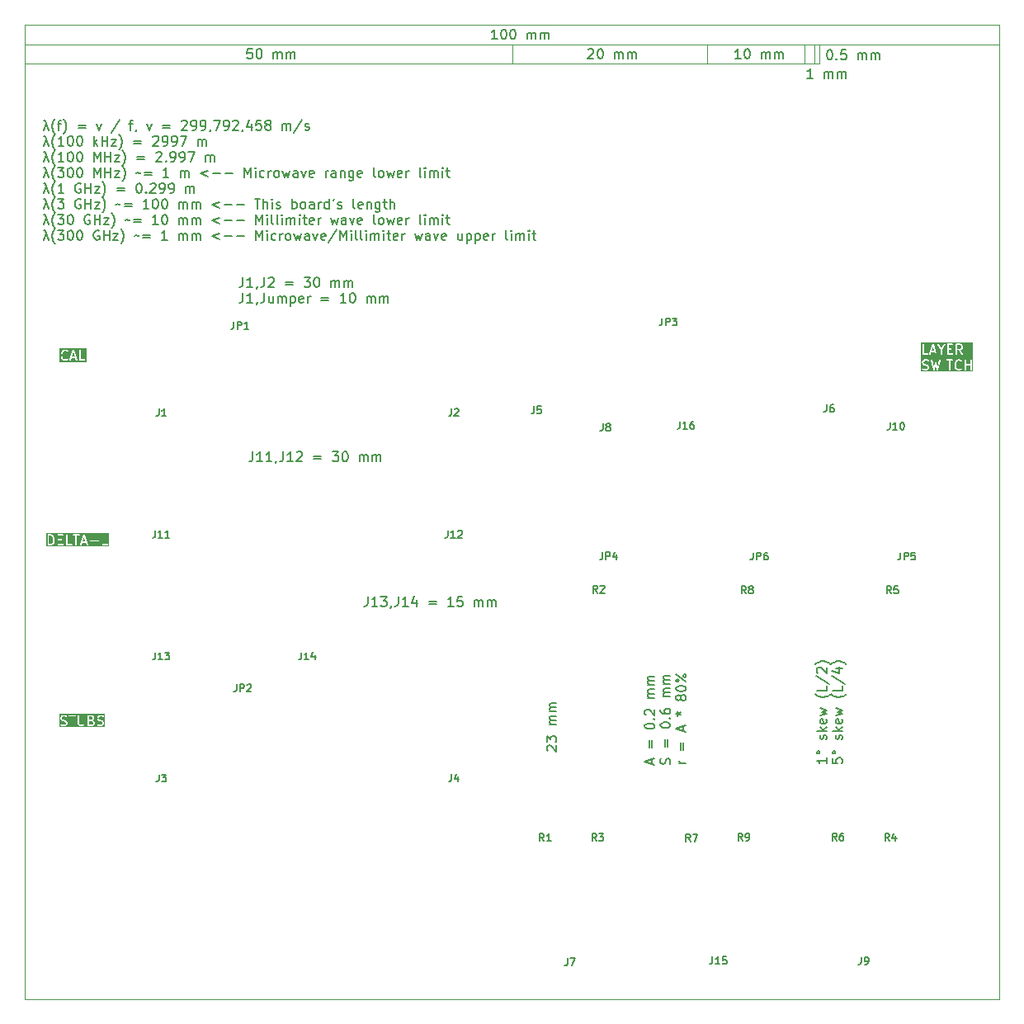
<source format=gbr>
%TF.GenerationSoftware,KiCad,Pcbnew,9.0.3*%
%TF.CreationDate,2026-01-27T12:42:13-08:00*%
%TF.ProjectId,White paper,57686974-6520-4706-9170-65722e6b6963,rev?*%
%TF.SameCoordinates,Original*%
%TF.FileFunction,Legend,Top*%
%TF.FilePolarity,Positive*%
%FSLAX46Y46*%
G04 Gerber Fmt 4.6, Leading zero omitted, Abs format (unit mm)*
G04 Created by KiCad (PCBNEW 9.0.3) date 2026-01-27 12:42:13*
%MOMM*%
%LPD*%
G01*
G04 APERTURE LIST*
%ADD10C,0.100000*%
%ADD11C,0.150000*%
%TA.AperFunction,Profile*%
%ADD12C,0.050000*%
%TD*%
G04 APERTURE END LIST*
D10*
X50000000Y-52000000D02*
X100000000Y-52000000D01*
X100000000Y-54000000D01*
X50000000Y-54000000D01*
X50000000Y-52000000D01*
X120000000Y-52000000D02*
X130000000Y-52000000D01*
X130000000Y-54000000D01*
X120000000Y-54000000D01*
X120000000Y-52000000D01*
X130000000Y-52000000D02*
X131000000Y-52000000D01*
X131000000Y-54000000D01*
X130000000Y-54000000D01*
X130000000Y-52000000D01*
X131000000Y-52000000D02*
X131500000Y-52000000D01*
X131500000Y-54000000D01*
X131000000Y-54000000D01*
X131000000Y-52000000D01*
X100000000Y-52000000D02*
X120000000Y-52000000D01*
X120000000Y-54000000D01*
X100000000Y-54000000D01*
X100000000Y-52000000D01*
X50000000Y-52000000D02*
X150000000Y-52000000D01*
D11*
X123460588Y-53469819D02*
X122889160Y-53469819D01*
X123174874Y-53469819D02*
X123174874Y-52469819D01*
X123174874Y-52469819D02*
X123079636Y-52612676D01*
X123079636Y-52612676D02*
X122984398Y-52707914D01*
X122984398Y-52707914D02*
X122889160Y-52755533D01*
X124079636Y-52469819D02*
X124174874Y-52469819D01*
X124174874Y-52469819D02*
X124270112Y-52517438D01*
X124270112Y-52517438D02*
X124317731Y-52565057D01*
X124317731Y-52565057D02*
X124365350Y-52660295D01*
X124365350Y-52660295D02*
X124412969Y-52850771D01*
X124412969Y-52850771D02*
X124412969Y-53088866D01*
X124412969Y-53088866D02*
X124365350Y-53279342D01*
X124365350Y-53279342D02*
X124317731Y-53374580D01*
X124317731Y-53374580D02*
X124270112Y-53422200D01*
X124270112Y-53422200D02*
X124174874Y-53469819D01*
X124174874Y-53469819D02*
X124079636Y-53469819D01*
X124079636Y-53469819D02*
X123984398Y-53422200D01*
X123984398Y-53422200D02*
X123936779Y-53374580D01*
X123936779Y-53374580D02*
X123889160Y-53279342D01*
X123889160Y-53279342D02*
X123841541Y-53088866D01*
X123841541Y-53088866D02*
X123841541Y-52850771D01*
X123841541Y-52850771D02*
X123889160Y-52660295D01*
X123889160Y-52660295D02*
X123936779Y-52565057D01*
X123936779Y-52565057D02*
X123984398Y-52517438D01*
X123984398Y-52517438D02*
X124079636Y-52469819D01*
X125603446Y-53469819D02*
X125603446Y-52803152D01*
X125603446Y-52898390D02*
X125651065Y-52850771D01*
X125651065Y-52850771D02*
X125746303Y-52803152D01*
X125746303Y-52803152D02*
X125889160Y-52803152D01*
X125889160Y-52803152D02*
X125984398Y-52850771D01*
X125984398Y-52850771D02*
X126032017Y-52946009D01*
X126032017Y-52946009D02*
X126032017Y-53469819D01*
X126032017Y-52946009D02*
X126079636Y-52850771D01*
X126079636Y-52850771D02*
X126174874Y-52803152D01*
X126174874Y-52803152D02*
X126317731Y-52803152D01*
X126317731Y-52803152D02*
X126412970Y-52850771D01*
X126412970Y-52850771D02*
X126460589Y-52946009D01*
X126460589Y-52946009D02*
X126460589Y-53469819D01*
X126936779Y-53469819D02*
X126936779Y-52803152D01*
X126936779Y-52898390D02*
X126984398Y-52850771D01*
X126984398Y-52850771D02*
X127079636Y-52803152D01*
X127079636Y-52803152D02*
X127222493Y-52803152D01*
X127222493Y-52803152D02*
X127317731Y-52850771D01*
X127317731Y-52850771D02*
X127365350Y-52946009D01*
X127365350Y-52946009D02*
X127365350Y-53469819D01*
X127365350Y-52946009D02*
X127412969Y-52850771D01*
X127412969Y-52850771D02*
X127508207Y-52803152D01*
X127508207Y-52803152D02*
X127651064Y-52803152D01*
X127651064Y-52803152D02*
X127746303Y-52850771D01*
X127746303Y-52850771D02*
X127793922Y-52946009D01*
X127793922Y-52946009D02*
X127793922Y-53469819D01*
G36*
X56954360Y-121489180D02*
G01*
X56980854Y-121515674D01*
X57015112Y-121584190D01*
X57015112Y-121691637D01*
X56980853Y-121760153D01*
X56950446Y-121790561D01*
X56881931Y-121824819D01*
X56593684Y-121824819D01*
X56593684Y-121451009D01*
X56839847Y-121451009D01*
X56954360Y-121489180D01*
G37*
G36*
X56902828Y-121009077D02*
G01*
X56933235Y-121039484D01*
X56967493Y-121108000D01*
X56967493Y-121167828D01*
X56933235Y-121236344D01*
X56902828Y-121266751D01*
X56834312Y-121301009D01*
X56593684Y-121301009D01*
X56593684Y-120974819D01*
X56834312Y-120974819D01*
X56902828Y-121009077D01*
G37*
G36*
X58228604Y-122085930D02*
G01*
X53523049Y-122085930D01*
X53523049Y-121090295D01*
X53634160Y-121090295D01*
X53634160Y-121185533D01*
X53635601Y-121200165D01*
X53636632Y-121202654D01*
X53636823Y-121205342D01*
X53642078Y-121219074D01*
X53689697Y-121314312D01*
X53693661Y-121320611D01*
X53694419Y-121322439D01*
X53696107Y-121324495D01*
X53697529Y-121326755D01*
X53699027Y-121328054D01*
X53703746Y-121333804D01*
X53751365Y-121381423D01*
X53757114Y-121386141D01*
X53758414Y-121387640D01*
X53760673Y-121389061D01*
X53762730Y-121390750D01*
X53764557Y-121391507D01*
X53770857Y-121395472D01*
X53866095Y-121443091D01*
X53867164Y-121443500D01*
X53867600Y-121443823D01*
X53873736Y-121446015D01*
X53879826Y-121448346D01*
X53880366Y-121448384D01*
X53881446Y-121448770D01*
X54063936Y-121494392D01*
X54140923Y-121532886D01*
X54171330Y-121563293D01*
X54205588Y-121631809D01*
X54205588Y-121691637D01*
X54171329Y-121760153D01*
X54140922Y-121790561D01*
X54072407Y-121824819D01*
X53864187Y-121824819D01*
X53732877Y-121781049D01*
X53718540Y-121777789D01*
X53689350Y-121779864D01*
X53663177Y-121792950D01*
X53644003Y-121815057D01*
X53634749Y-121842820D01*
X53636824Y-121872010D01*
X53649910Y-121898183D01*
X53672017Y-121917357D01*
X53685443Y-121923351D01*
X53828299Y-121970970D01*
X53835554Y-121972619D01*
X53837385Y-121973378D01*
X53840038Y-121973639D01*
X53842636Y-121974230D01*
X53844610Y-121974089D01*
X53852017Y-121974819D01*
X54090112Y-121974819D01*
X54104744Y-121973378D01*
X54107233Y-121972346D01*
X54109921Y-121972156D01*
X54123653Y-121966901D01*
X54218891Y-121919282D01*
X54225190Y-121915317D01*
X54227018Y-121914560D01*
X54229074Y-121912872D01*
X54231334Y-121911450D01*
X54232634Y-121909950D01*
X54238384Y-121905232D01*
X54286002Y-121857613D01*
X54290720Y-121851863D01*
X54292219Y-121850564D01*
X54293640Y-121848305D01*
X54295330Y-121846247D01*
X54296087Y-121844417D01*
X54300051Y-121838121D01*
X54347670Y-121742883D01*
X54352925Y-121729152D01*
X54353116Y-121726462D01*
X54354147Y-121723974D01*
X54355588Y-121709342D01*
X54355588Y-121614104D01*
X54354147Y-121599472D01*
X54353116Y-121596983D01*
X54352925Y-121594294D01*
X54347670Y-121580563D01*
X54300051Y-121485325D01*
X54296086Y-121479025D01*
X54295329Y-121477198D01*
X54293640Y-121475141D01*
X54292219Y-121472882D01*
X54290720Y-121471582D01*
X54286002Y-121465833D01*
X54238383Y-121418214D01*
X54232633Y-121413495D01*
X54231334Y-121411997D01*
X54229074Y-121410575D01*
X54227018Y-121408887D01*
X54225190Y-121408129D01*
X54218891Y-121404165D01*
X54123653Y-121356546D01*
X54122583Y-121356136D01*
X54122148Y-121355814D01*
X54116002Y-121353618D01*
X54109921Y-121351291D01*
X54109381Y-121351252D01*
X54108302Y-121350867D01*
X53925812Y-121305244D01*
X53848825Y-121266751D01*
X53818418Y-121236344D01*
X53784160Y-121167828D01*
X53784160Y-121108000D01*
X53818418Y-121039484D01*
X53848825Y-121009077D01*
X53917341Y-120974819D01*
X54125561Y-120974819D01*
X54256870Y-121018589D01*
X54271207Y-121021849D01*
X54300397Y-121019774D01*
X54326571Y-121006688D01*
X54345745Y-120984580D01*
X54354999Y-120956818D01*
X54352924Y-120927628D01*
X54339837Y-120901455D01*
X54321081Y-120885187D01*
X54492744Y-120885187D01*
X54492744Y-120914451D01*
X54503943Y-120941487D01*
X54524635Y-120962179D01*
X54551671Y-120973378D01*
X54566303Y-120974819D01*
X54777017Y-120974819D01*
X54777017Y-121899819D01*
X54778458Y-121914451D01*
X54789657Y-121941487D01*
X54810349Y-121962179D01*
X54837385Y-121973378D01*
X54866649Y-121973378D01*
X54893685Y-121962179D01*
X54914377Y-121941487D01*
X54925576Y-121914451D01*
X54927017Y-121899819D01*
X54927017Y-120974819D01*
X55137731Y-120974819D01*
X55152363Y-120973378D01*
X55179399Y-120962179D01*
X55200091Y-120941487D01*
X55211290Y-120914451D01*
X55211290Y-120899819D01*
X55396065Y-120899819D01*
X55396065Y-121709342D01*
X55397506Y-121723974D01*
X55398537Y-121726463D01*
X55398728Y-121729151D01*
X55403983Y-121742883D01*
X55451602Y-121838121D01*
X55455565Y-121844417D01*
X55456323Y-121846247D01*
X55458012Y-121848305D01*
X55459434Y-121850564D01*
X55460932Y-121851863D01*
X55465650Y-121857612D01*
X55513269Y-121905232D01*
X55519018Y-121909950D01*
X55520319Y-121911450D01*
X55522578Y-121912872D01*
X55524635Y-121914560D01*
X55526462Y-121915317D01*
X55532762Y-121919282D01*
X55628000Y-121966901D01*
X55641731Y-121972156D01*
X55644420Y-121972347D01*
X55646909Y-121973378D01*
X55661541Y-121974819D01*
X55852017Y-121974819D01*
X55866649Y-121973378D01*
X55869138Y-121972346D01*
X55871826Y-121972156D01*
X55885558Y-121966901D01*
X55980796Y-121919282D01*
X55987095Y-121915317D01*
X55988923Y-121914560D01*
X55990979Y-121912872D01*
X55993239Y-121911450D01*
X55994539Y-121909950D01*
X56000289Y-121905232D01*
X56047907Y-121857613D01*
X56052625Y-121851863D01*
X56054124Y-121850564D01*
X56055545Y-121848305D01*
X56057235Y-121846247D01*
X56057992Y-121844417D01*
X56061956Y-121838121D01*
X56109575Y-121742883D01*
X56114830Y-121729152D01*
X56115021Y-121726462D01*
X56116052Y-121723974D01*
X56117493Y-121709342D01*
X56117493Y-120899819D01*
X56443684Y-120899819D01*
X56443684Y-121899819D01*
X56445125Y-121914451D01*
X56456324Y-121941487D01*
X56477016Y-121962179D01*
X56504052Y-121973378D01*
X56518684Y-121974819D01*
X56899636Y-121974819D01*
X56914268Y-121973378D01*
X56916757Y-121972346D01*
X56919445Y-121972156D01*
X56933177Y-121966901D01*
X57028415Y-121919282D01*
X57034714Y-121915317D01*
X57036542Y-121914560D01*
X57038598Y-121912872D01*
X57040858Y-121911450D01*
X57042158Y-121909950D01*
X57047908Y-121905232D01*
X57095526Y-121857613D01*
X57100244Y-121851863D01*
X57101743Y-121850564D01*
X57103164Y-121848305D01*
X57104854Y-121846247D01*
X57105611Y-121844417D01*
X57109575Y-121838121D01*
X57157194Y-121742883D01*
X57162449Y-121729152D01*
X57162640Y-121726462D01*
X57163671Y-121723974D01*
X57165112Y-121709342D01*
X57165112Y-121566485D01*
X57163671Y-121551853D01*
X57162640Y-121549364D01*
X57162449Y-121546675D01*
X57157194Y-121532944D01*
X57109575Y-121437706D01*
X57105610Y-121431406D01*
X57104853Y-121429579D01*
X57103164Y-121427522D01*
X57101743Y-121425263D01*
X57100244Y-121423963D01*
X57095526Y-121418214D01*
X57047907Y-121370595D01*
X57036542Y-121361268D01*
X57034051Y-121360236D01*
X57032016Y-121358471D01*
X57025948Y-121355762D01*
X57047907Y-121333804D01*
X57052625Y-121328054D01*
X57054124Y-121326755D01*
X57055545Y-121324495D01*
X57057234Y-121322439D01*
X57057991Y-121320611D01*
X57061956Y-121314312D01*
X57109575Y-121219074D01*
X57114830Y-121205343D01*
X57115021Y-121202653D01*
X57116052Y-121200165D01*
X57117493Y-121185533D01*
X57117493Y-121090295D01*
X57396065Y-121090295D01*
X57396065Y-121185533D01*
X57397506Y-121200165D01*
X57398537Y-121202654D01*
X57398728Y-121205342D01*
X57403983Y-121219074D01*
X57451602Y-121314312D01*
X57455566Y-121320611D01*
X57456324Y-121322439D01*
X57458012Y-121324495D01*
X57459434Y-121326755D01*
X57460932Y-121328054D01*
X57465651Y-121333804D01*
X57513270Y-121381423D01*
X57519019Y-121386141D01*
X57520319Y-121387640D01*
X57522578Y-121389061D01*
X57524635Y-121390750D01*
X57526462Y-121391507D01*
X57532762Y-121395472D01*
X57628000Y-121443091D01*
X57629069Y-121443500D01*
X57629505Y-121443823D01*
X57635641Y-121446015D01*
X57641731Y-121448346D01*
X57642271Y-121448384D01*
X57643351Y-121448770D01*
X57825841Y-121494392D01*
X57902828Y-121532886D01*
X57933235Y-121563293D01*
X57967493Y-121631809D01*
X57967493Y-121691637D01*
X57933234Y-121760153D01*
X57902827Y-121790561D01*
X57834312Y-121824819D01*
X57626092Y-121824819D01*
X57494782Y-121781049D01*
X57480445Y-121777789D01*
X57451255Y-121779864D01*
X57425082Y-121792950D01*
X57405908Y-121815057D01*
X57396654Y-121842820D01*
X57398729Y-121872010D01*
X57411815Y-121898183D01*
X57433922Y-121917357D01*
X57447348Y-121923351D01*
X57590204Y-121970970D01*
X57597459Y-121972619D01*
X57599290Y-121973378D01*
X57601943Y-121973639D01*
X57604541Y-121974230D01*
X57606515Y-121974089D01*
X57613922Y-121974819D01*
X57852017Y-121974819D01*
X57866649Y-121973378D01*
X57869138Y-121972346D01*
X57871826Y-121972156D01*
X57885558Y-121966901D01*
X57980796Y-121919282D01*
X57987095Y-121915317D01*
X57988923Y-121914560D01*
X57990979Y-121912872D01*
X57993239Y-121911450D01*
X57994539Y-121909950D01*
X58000289Y-121905232D01*
X58047907Y-121857613D01*
X58052625Y-121851863D01*
X58054124Y-121850564D01*
X58055545Y-121848305D01*
X58057235Y-121846247D01*
X58057992Y-121844417D01*
X58061956Y-121838121D01*
X58109575Y-121742883D01*
X58114830Y-121729152D01*
X58115021Y-121726462D01*
X58116052Y-121723974D01*
X58117493Y-121709342D01*
X58117493Y-121614104D01*
X58116052Y-121599472D01*
X58115021Y-121596983D01*
X58114830Y-121594294D01*
X58109575Y-121580563D01*
X58061956Y-121485325D01*
X58057991Y-121479025D01*
X58057234Y-121477198D01*
X58055545Y-121475141D01*
X58054124Y-121472882D01*
X58052625Y-121471582D01*
X58047907Y-121465833D01*
X58000288Y-121418214D01*
X57994538Y-121413495D01*
X57993239Y-121411997D01*
X57990979Y-121410575D01*
X57988923Y-121408887D01*
X57987095Y-121408129D01*
X57980796Y-121404165D01*
X57885558Y-121356546D01*
X57884488Y-121356136D01*
X57884053Y-121355814D01*
X57877907Y-121353618D01*
X57871826Y-121351291D01*
X57871286Y-121351252D01*
X57870207Y-121350867D01*
X57687717Y-121305244D01*
X57610730Y-121266751D01*
X57580323Y-121236344D01*
X57546065Y-121167828D01*
X57546065Y-121108000D01*
X57580323Y-121039484D01*
X57610730Y-121009077D01*
X57679246Y-120974819D01*
X57887466Y-120974819D01*
X58018775Y-121018589D01*
X58033112Y-121021849D01*
X58062302Y-121019774D01*
X58088476Y-121006688D01*
X58107650Y-120984580D01*
X58116904Y-120956818D01*
X58114829Y-120927628D01*
X58101742Y-120901455D01*
X58079635Y-120882281D01*
X58066210Y-120876287D01*
X57923353Y-120828668D01*
X57916099Y-120827018D01*
X57914268Y-120826260D01*
X57911613Y-120825998D01*
X57909016Y-120825408D01*
X57907041Y-120825548D01*
X57899636Y-120824819D01*
X57661541Y-120824819D01*
X57646909Y-120826260D01*
X57644420Y-120827290D01*
X57641731Y-120827482D01*
X57628000Y-120832737D01*
X57532762Y-120880356D01*
X57526462Y-120884320D01*
X57524635Y-120885078D01*
X57522578Y-120886766D01*
X57520319Y-120888188D01*
X57519019Y-120889686D01*
X57513270Y-120894405D01*
X57465651Y-120942024D01*
X57460932Y-120947773D01*
X57459434Y-120949073D01*
X57458012Y-120951332D01*
X57456324Y-120953389D01*
X57455566Y-120955216D01*
X57451602Y-120961516D01*
X57403983Y-121056754D01*
X57398728Y-121070486D01*
X57398537Y-121073173D01*
X57397506Y-121075663D01*
X57396065Y-121090295D01*
X57117493Y-121090295D01*
X57116052Y-121075663D01*
X57115021Y-121073174D01*
X57114830Y-121070485D01*
X57109575Y-121056754D01*
X57061956Y-120961516D01*
X57057991Y-120955216D01*
X57057234Y-120953389D01*
X57055545Y-120951332D01*
X57054124Y-120949073D01*
X57052625Y-120947773D01*
X57047907Y-120942024D01*
X57000288Y-120894405D01*
X56994538Y-120889686D01*
X56993239Y-120888188D01*
X56990979Y-120886766D01*
X56988923Y-120885078D01*
X56987095Y-120884320D01*
X56980796Y-120880356D01*
X56885558Y-120832737D01*
X56871826Y-120827482D01*
X56869138Y-120827291D01*
X56866649Y-120826260D01*
X56852017Y-120824819D01*
X56518684Y-120824819D01*
X56504052Y-120826260D01*
X56477016Y-120837459D01*
X56456324Y-120858151D01*
X56445125Y-120885187D01*
X56443684Y-120899819D01*
X56117493Y-120899819D01*
X56116052Y-120885187D01*
X56104853Y-120858151D01*
X56084161Y-120837459D01*
X56057125Y-120826260D01*
X56027861Y-120826260D01*
X56000825Y-120837459D01*
X55980133Y-120858151D01*
X55968934Y-120885187D01*
X55967493Y-120899819D01*
X55967493Y-121691637D01*
X55933234Y-121760153D01*
X55902827Y-121790561D01*
X55834312Y-121824819D01*
X55679246Y-121824819D01*
X55610730Y-121790561D01*
X55580323Y-121760153D01*
X55546065Y-121691637D01*
X55546065Y-120899819D01*
X55544624Y-120885187D01*
X55533425Y-120858151D01*
X55512733Y-120837459D01*
X55485697Y-120826260D01*
X55456433Y-120826260D01*
X55429397Y-120837459D01*
X55408705Y-120858151D01*
X55397506Y-120885187D01*
X55396065Y-120899819D01*
X55211290Y-120899819D01*
X55211290Y-120885187D01*
X55200091Y-120858151D01*
X55179399Y-120837459D01*
X55152363Y-120826260D01*
X55137731Y-120824819D01*
X54566303Y-120824819D01*
X54551671Y-120826260D01*
X54524635Y-120837459D01*
X54503943Y-120858151D01*
X54492744Y-120885187D01*
X54321081Y-120885187D01*
X54317730Y-120882281D01*
X54304305Y-120876287D01*
X54161448Y-120828668D01*
X54154194Y-120827018D01*
X54152363Y-120826260D01*
X54149708Y-120825998D01*
X54147111Y-120825408D01*
X54145136Y-120825548D01*
X54137731Y-120824819D01*
X53899636Y-120824819D01*
X53885004Y-120826260D01*
X53882515Y-120827290D01*
X53879826Y-120827482D01*
X53866095Y-120832737D01*
X53770857Y-120880356D01*
X53764557Y-120884320D01*
X53762730Y-120885078D01*
X53760673Y-120886766D01*
X53758414Y-120888188D01*
X53757114Y-120889686D01*
X53751365Y-120894405D01*
X53703746Y-120942024D01*
X53699027Y-120947773D01*
X53697529Y-120949073D01*
X53696107Y-120951332D01*
X53694419Y-120953389D01*
X53693661Y-120955216D01*
X53689697Y-120961516D01*
X53642078Y-121056754D01*
X53636823Y-121070486D01*
X53636632Y-121073173D01*
X53635601Y-121075663D01*
X53634160Y-121090295D01*
X53523049Y-121090295D01*
X53523049Y-120713708D01*
X58228604Y-120713708D01*
X58228604Y-122085930D01*
G37*
G36*
X52747217Y-102452990D02*
G01*
X52821330Y-102527103D01*
X52859823Y-102604090D01*
X52903207Y-102777624D01*
X52903207Y-102902013D01*
X52859823Y-103075547D01*
X52821329Y-103152534D01*
X52747217Y-103226647D01*
X52632704Y-103264819D01*
X52481779Y-103264819D01*
X52481779Y-102414819D01*
X52632704Y-102414819D01*
X52747217Y-102452990D01*
G37*
G36*
X56207484Y-102979104D02*
G01*
X55939408Y-102979104D01*
X56073446Y-102576989D01*
X56207484Y-102979104D01*
G37*
G36*
X58639068Y-103525930D02*
G01*
X52220668Y-103525930D01*
X52220668Y-102339819D01*
X52331779Y-102339819D01*
X52331779Y-103339819D01*
X52333220Y-103354451D01*
X52344419Y-103381487D01*
X52365111Y-103402179D01*
X52392147Y-103413378D01*
X52406779Y-103414819D01*
X52644874Y-103414819D01*
X52652279Y-103414089D01*
X52654254Y-103414230D01*
X52656851Y-103413639D01*
X52659506Y-103413378D01*
X52661337Y-103412619D01*
X52668591Y-103410970D01*
X52811448Y-103363351D01*
X52824873Y-103357357D01*
X52826908Y-103355591D01*
X52829399Y-103354560D01*
X52840764Y-103345233D01*
X52936003Y-103249993D01*
X52940720Y-103244244D01*
X52942219Y-103242945D01*
X52943640Y-103240686D01*
X52945330Y-103238628D01*
X52946087Y-103236798D01*
X52950051Y-103230502D01*
X52997670Y-103135264D01*
X52998079Y-103134194D01*
X52998402Y-103133759D01*
X53000594Y-103127622D01*
X53002925Y-103121533D01*
X53002963Y-103120992D01*
X53003349Y-103119913D01*
X53050968Y-102929437D01*
X53051343Y-102926900D01*
X53051766Y-102925879D01*
X53052308Y-102920366D01*
X53053118Y-102914893D01*
X53052955Y-102913800D01*
X53053207Y-102911247D01*
X53053207Y-102768390D01*
X53052955Y-102765836D01*
X53053118Y-102764744D01*
X53052308Y-102759270D01*
X53051766Y-102753758D01*
X53051343Y-102752736D01*
X53050968Y-102750200D01*
X53003349Y-102559724D01*
X53002963Y-102558644D01*
X53002925Y-102558104D01*
X53000594Y-102552014D01*
X52998402Y-102545878D01*
X52998079Y-102545442D01*
X52997670Y-102544373D01*
X52950051Y-102449135D01*
X52946088Y-102442840D01*
X52945330Y-102441008D01*
X52943638Y-102438946D01*
X52942219Y-102436692D01*
X52940722Y-102435393D01*
X52936002Y-102429643D01*
X52846178Y-102339819D01*
X53331779Y-102339819D01*
X53331779Y-103339819D01*
X53333220Y-103354451D01*
X53344419Y-103381487D01*
X53365111Y-103402179D01*
X53392147Y-103413378D01*
X53406779Y-103414819D01*
X53882969Y-103414819D01*
X53897601Y-103413378D01*
X53924637Y-103402179D01*
X53945329Y-103381487D01*
X53956528Y-103354451D01*
X53956528Y-103325187D01*
X53945329Y-103298151D01*
X53924637Y-103277459D01*
X53897601Y-103266260D01*
X53882969Y-103264819D01*
X53481779Y-103264819D01*
X53481779Y-102891009D01*
X53740112Y-102891009D01*
X53754744Y-102889568D01*
X53781780Y-102878369D01*
X53802472Y-102857677D01*
X53813671Y-102830641D01*
X53813671Y-102801377D01*
X53802472Y-102774341D01*
X53781780Y-102753649D01*
X53754744Y-102742450D01*
X53740112Y-102741009D01*
X53481779Y-102741009D01*
X53481779Y-102414819D01*
X53882969Y-102414819D01*
X53897601Y-102413378D01*
X53924637Y-102402179D01*
X53945329Y-102381487D01*
X53956528Y-102354451D01*
X53956528Y-102339819D01*
X54236541Y-102339819D01*
X54236541Y-103339819D01*
X54237982Y-103354451D01*
X54249181Y-103381487D01*
X54269873Y-103402179D01*
X54296909Y-103413378D01*
X54311541Y-103414819D01*
X54787731Y-103414819D01*
X54802363Y-103413378D01*
X54829399Y-103402179D01*
X54850091Y-103381487D01*
X54861290Y-103354451D01*
X54861290Y-103325187D01*
X54850091Y-103298151D01*
X54829399Y-103277459D01*
X54802363Y-103266260D01*
X54787731Y-103264819D01*
X54386541Y-103264819D01*
X54386541Y-102339819D01*
X54385100Y-102325187D01*
X54904649Y-102325187D01*
X54904649Y-102354451D01*
X54915848Y-102381487D01*
X54936540Y-102402179D01*
X54963576Y-102413378D01*
X54978208Y-102414819D01*
X55188922Y-102414819D01*
X55188922Y-103339819D01*
X55190363Y-103354451D01*
X55201562Y-103381487D01*
X55222254Y-103402179D01*
X55249290Y-103413378D01*
X55278554Y-103413378D01*
X55305590Y-103402179D01*
X55326282Y-103381487D01*
X55337481Y-103354451D01*
X55338922Y-103339819D01*
X55338922Y-103330439D01*
X55665702Y-103330439D01*
X55667777Y-103359629D01*
X55680863Y-103385802D01*
X55702970Y-103404976D01*
X55730733Y-103414230D01*
X55759923Y-103412155D01*
X55786096Y-103399069D01*
X55805270Y-103376962D01*
X55811264Y-103363536D01*
X55889408Y-103129104D01*
X56257484Y-103129104D01*
X56335628Y-103363536D01*
X56341622Y-103376961D01*
X56360796Y-103399068D01*
X56386969Y-103412155D01*
X56416159Y-103414230D01*
X56443921Y-103404976D01*
X56466029Y-103385802D01*
X56479115Y-103359628D01*
X56481190Y-103330438D01*
X56477930Y-103316102D01*
X56353974Y-102944234D01*
X56666554Y-102944234D01*
X56666554Y-102973498D01*
X56677753Y-103000534D01*
X56698445Y-103021226D01*
X56725481Y-103032425D01*
X56740113Y-103033866D01*
X57502018Y-103033866D01*
X57516650Y-103032425D01*
X57543686Y-103021226D01*
X57564378Y-103000534D01*
X57575577Y-102973498D01*
X57575577Y-102944234D01*
X57564378Y-102917198D01*
X57543686Y-102896506D01*
X57516650Y-102885307D01*
X57502018Y-102883866D01*
X56740113Y-102883866D01*
X56725481Y-102885307D01*
X56698445Y-102896506D01*
X56677753Y-102917198D01*
X56666554Y-102944234D01*
X56353974Y-102944234D01*
X56152503Y-102339819D01*
X57903208Y-102339819D01*
X57903208Y-103339819D01*
X57904649Y-103354451D01*
X57915848Y-103381487D01*
X57936540Y-103402179D01*
X57963576Y-103413378D01*
X57978208Y-103414819D01*
X58454398Y-103414819D01*
X58469030Y-103413378D01*
X58496066Y-103402179D01*
X58516758Y-103381487D01*
X58527957Y-103354451D01*
X58527957Y-103325187D01*
X58516758Y-103298151D01*
X58496066Y-103277459D01*
X58469030Y-103266260D01*
X58454398Y-103264819D01*
X58053208Y-103264819D01*
X58053208Y-102339819D01*
X58051767Y-102325187D01*
X58040568Y-102298151D01*
X58019876Y-102277459D01*
X57992840Y-102266260D01*
X57963576Y-102266260D01*
X57936540Y-102277459D01*
X57915848Y-102298151D01*
X57904649Y-102325187D01*
X57903208Y-102339819D01*
X56152503Y-102339819D01*
X56144597Y-102316102D01*
X56138603Y-102302676D01*
X56135091Y-102298627D01*
X56132696Y-102293836D01*
X56125592Y-102287674D01*
X56119429Y-102280569D01*
X56114635Y-102278172D01*
X56110588Y-102274662D01*
X56101666Y-102271688D01*
X56093256Y-102267483D01*
X56087911Y-102267103D01*
X56082826Y-102265408D01*
X56073446Y-102266074D01*
X56064066Y-102265408D01*
X56058980Y-102267103D01*
X56053636Y-102267483D01*
X56045228Y-102271687D01*
X56036303Y-102274662D01*
X56032252Y-102278175D01*
X56027463Y-102280570D01*
X56021304Y-102287670D01*
X56014196Y-102293836D01*
X56011799Y-102298629D01*
X56008289Y-102302677D01*
X56002295Y-102316102D01*
X55668962Y-103316102D01*
X55665702Y-103330439D01*
X55338922Y-103330439D01*
X55338922Y-102414819D01*
X55549636Y-102414819D01*
X55564268Y-102413378D01*
X55591304Y-102402179D01*
X55611996Y-102381487D01*
X55623195Y-102354451D01*
X55623195Y-102325187D01*
X55611996Y-102298151D01*
X55591304Y-102277459D01*
X55564268Y-102266260D01*
X55549636Y-102264819D01*
X54978208Y-102264819D01*
X54963576Y-102266260D01*
X54936540Y-102277459D01*
X54915848Y-102298151D01*
X54904649Y-102325187D01*
X54385100Y-102325187D01*
X54373901Y-102298151D01*
X54353209Y-102277459D01*
X54326173Y-102266260D01*
X54296909Y-102266260D01*
X54269873Y-102277459D01*
X54249181Y-102298151D01*
X54237982Y-102325187D01*
X54236541Y-102339819D01*
X53956528Y-102339819D01*
X53956528Y-102325187D01*
X53945329Y-102298151D01*
X53924637Y-102277459D01*
X53897601Y-102266260D01*
X53882969Y-102264819D01*
X53406779Y-102264819D01*
X53392147Y-102266260D01*
X53365111Y-102277459D01*
X53344419Y-102298151D01*
X53333220Y-102325187D01*
X53331779Y-102339819D01*
X52846178Y-102339819D01*
X52840764Y-102334405D01*
X52829399Y-102325078D01*
X52826908Y-102324046D01*
X52824873Y-102322281D01*
X52811448Y-102316287D01*
X52668591Y-102268668D01*
X52661337Y-102267018D01*
X52659506Y-102266260D01*
X52656851Y-102265998D01*
X52654254Y-102265408D01*
X52652279Y-102265548D01*
X52644874Y-102264819D01*
X52406779Y-102264819D01*
X52392147Y-102266260D01*
X52365111Y-102277459D01*
X52344419Y-102298151D01*
X52333220Y-102325187D01*
X52331779Y-102339819D01*
X52220668Y-102339819D01*
X52220668Y-102153708D01*
X58639068Y-102153708D01*
X58639068Y-103525930D01*
G37*
X98460588Y-51469819D02*
X97889160Y-51469819D01*
X98174874Y-51469819D02*
X98174874Y-50469819D01*
X98174874Y-50469819D02*
X98079636Y-50612676D01*
X98079636Y-50612676D02*
X97984398Y-50707914D01*
X97984398Y-50707914D02*
X97889160Y-50755533D01*
X99079636Y-50469819D02*
X99174874Y-50469819D01*
X99174874Y-50469819D02*
X99270112Y-50517438D01*
X99270112Y-50517438D02*
X99317731Y-50565057D01*
X99317731Y-50565057D02*
X99365350Y-50660295D01*
X99365350Y-50660295D02*
X99412969Y-50850771D01*
X99412969Y-50850771D02*
X99412969Y-51088866D01*
X99412969Y-51088866D02*
X99365350Y-51279342D01*
X99365350Y-51279342D02*
X99317731Y-51374580D01*
X99317731Y-51374580D02*
X99270112Y-51422200D01*
X99270112Y-51422200D02*
X99174874Y-51469819D01*
X99174874Y-51469819D02*
X99079636Y-51469819D01*
X99079636Y-51469819D02*
X98984398Y-51422200D01*
X98984398Y-51422200D02*
X98936779Y-51374580D01*
X98936779Y-51374580D02*
X98889160Y-51279342D01*
X98889160Y-51279342D02*
X98841541Y-51088866D01*
X98841541Y-51088866D02*
X98841541Y-50850771D01*
X98841541Y-50850771D02*
X98889160Y-50660295D01*
X98889160Y-50660295D02*
X98936779Y-50565057D01*
X98936779Y-50565057D02*
X98984398Y-50517438D01*
X98984398Y-50517438D02*
X99079636Y-50469819D01*
X100032017Y-50469819D02*
X100127255Y-50469819D01*
X100127255Y-50469819D02*
X100222493Y-50517438D01*
X100222493Y-50517438D02*
X100270112Y-50565057D01*
X100270112Y-50565057D02*
X100317731Y-50660295D01*
X100317731Y-50660295D02*
X100365350Y-50850771D01*
X100365350Y-50850771D02*
X100365350Y-51088866D01*
X100365350Y-51088866D02*
X100317731Y-51279342D01*
X100317731Y-51279342D02*
X100270112Y-51374580D01*
X100270112Y-51374580D02*
X100222493Y-51422200D01*
X100222493Y-51422200D02*
X100127255Y-51469819D01*
X100127255Y-51469819D02*
X100032017Y-51469819D01*
X100032017Y-51469819D02*
X99936779Y-51422200D01*
X99936779Y-51422200D02*
X99889160Y-51374580D01*
X99889160Y-51374580D02*
X99841541Y-51279342D01*
X99841541Y-51279342D02*
X99793922Y-51088866D01*
X99793922Y-51088866D02*
X99793922Y-50850771D01*
X99793922Y-50850771D02*
X99841541Y-50660295D01*
X99841541Y-50660295D02*
X99889160Y-50565057D01*
X99889160Y-50565057D02*
X99936779Y-50517438D01*
X99936779Y-50517438D02*
X100032017Y-50469819D01*
X101555827Y-51469819D02*
X101555827Y-50803152D01*
X101555827Y-50898390D02*
X101603446Y-50850771D01*
X101603446Y-50850771D02*
X101698684Y-50803152D01*
X101698684Y-50803152D02*
X101841541Y-50803152D01*
X101841541Y-50803152D02*
X101936779Y-50850771D01*
X101936779Y-50850771D02*
X101984398Y-50946009D01*
X101984398Y-50946009D02*
X101984398Y-51469819D01*
X101984398Y-50946009D02*
X102032017Y-50850771D01*
X102032017Y-50850771D02*
X102127255Y-50803152D01*
X102127255Y-50803152D02*
X102270112Y-50803152D01*
X102270112Y-50803152D02*
X102365351Y-50850771D01*
X102365351Y-50850771D02*
X102412970Y-50946009D01*
X102412970Y-50946009D02*
X102412970Y-51469819D01*
X102889160Y-51469819D02*
X102889160Y-50803152D01*
X102889160Y-50898390D02*
X102936779Y-50850771D01*
X102936779Y-50850771D02*
X103032017Y-50803152D01*
X103032017Y-50803152D02*
X103174874Y-50803152D01*
X103174874Y-50803152D02*
X103270112Y-50850771D01*
X103270112Y-50850771D02*
X103317731Y-50946009D01*
X103317731Y-50946009D02*
X103317731Y-51469819D01*
X103317731Y-50946009D02*
X103365350Y-50850771D01*
X103365350Y-50850771D02*
X103460588Y-50803152D01*
X103460588Y-50803152D02*
X103603445Y-50803152D01*
X103603445Y-50803152D02*
X103698684Y-50850771D01*
X103698684Y-50850771D02*
X103746303Y-50946009D01*
X103746303Y-50946009D02*
X103746303Y-51469819D01*
X72372493Y-75909875D02*
X72372493Y-76624160D01*
X72372493Y-76624160D02*
X72324874Y-76767017D01*
X72324874Y-76767017D02*
X72229636Y-76862256D01*
X72229636Y-76862256D02*
X72086779Y-76909875D01*
X72086779Y-76909875D02*
X71991541Y-76909875D01*
X73372493Y-76909875D02*
X72801065Y-76909875D01*
X73086779Y-76909875D02*
X73086779Y-75909875D01*
X73086779Y-75909875D02*
X72991541Y-76052732D01*
X72991541Y-76052732D02*
X72896303Y-76147970D01*
X72896303Y-76147970D02*
X72801065Y-76195589D01*
X73848684Y-76862256D02*
X73848684Y-76909875D01*
X73848684Y-76909875D02*
X73801065Y-77005113D01*
X73801065Y-77005113D02*
X73753446Y-77052732D01*
X74562969Y-75909875D02*
X74562969Y-76624160D01*
X74562969Y-76624160D02*
X74515350Y-76767017D01*
X74515350Y-76767017D02*
X74420112Y-76862256D01*
X74420112Y-76862256D02*
X74277255Y-76909875D01*
X74277255Y-76909875D02*
X74182017Y-76909875D01*
X74991541Y-76005113D02*
X75039160Y-75957494D01*
X75039160Y-75957494D02*
X75134398Y-75909875D01*
X75134398Y-75909875D02*
X75372493Y-75909875D01*
X75372493Y-75909875D02*
X75467731Y-75957494D01*
X75467731Y-75957494D02*
X75515350Y-76005113D01*
X75515350Y-76005113D02*
X75562969Y-76100351D01*
X75562969Y-76100351D02*
X75562969Y-76195589D01*
X75562969Y-76195589D02*
X75515350Y-76338446D01*
X75515350Y-76338446D02*
X74943922Y-76909875D01*
X74943922Y-76909875D02*
X75562969Y-76909875D01*
X76753446Y-76386065D02*
X77515351Y-76386065D01*
X77515351Y-76671779D02*
X76753446Y-76671779D01*
X78658208Y-75909875D02*
X79277255Y-75909875D01*
X79277255Y-75909875D02*
X78943922Y-76290827D01*
X78943922Y-76290827D02*
X79086779Y-76290827D01*
X79086779Y-76290827D02*
X79182017Y-76338446D01*
X79182017Y-76338446D02*
X79229636Y-76386065D01*
X79229636Y-76386065D02*
X79277255Y-76481303D01*
X79277255Y-76481303D02*
X79277255Y-76719398D01*
X79277255Y-76719398D02*
X79229636Y-76814636D01*
X79229636Y-76814636D02*
X79182017Y-76862256D01*
X79182017Y-76862256D02*
X79086779Y-76909875D01*
X79086779Y-76909875D02*
X78801065Y-76909875D01*
X78801065Y-76909875D02*
X78705827Y-76862256D01*
X78705827Y-76862256D02*
X78658208Y-76814636D01*
X79896303Y-75909875D02*
X79991541Y-75909875D01*
X79991541Y-75909875D02*
X80086779Y-75957494D01*
X80086779Y-75957494D02*
X80134398Y-76005113D01*
X80134398Y-76005113D02*
X80182017Y-76100351D01*
X80182017Y-76100351D02*
X80229636Y-76290827D01*
X80229636Y-76290827D02*
X80229636Y-76528922D01*
X80229636Y-76528922D02*
X80182017Y-76719398D01*
X80182017Y-76719398D02*
X80134398Y-76814636D01*
X80134398Y-76814636D02*
X80086779Y-76862256D01*
X80086779Y-76862256D02*
X79991541Y-76909875D01*
X79991541Y-76909875D02*
X79896303Y-76909875D01*
X79896303Y-76909875D02*
X79801065Y-76862256D01*
X79801065Y-76862256D02*
X79753446Y-76814636D01*
X79753446Y-76814636D02*
X79705827Y-76719398D01*
X79705827Y-76719398D02*
X79658208Y-76528922D01*
X79658208Y-76528922D02*
X79658208Y-76290827D01*
X79658208Y-76290827D02*
X79705827Y-76100351D01*
X79705827Y-76100351D02*
X79753446Y-76005113D01*
X79753446Y-76005113D02*
X79801065Y-75957494D01*
X79801065Y-75957494D02*
X79896303Y-75909875D01*
X81420113Y-76909875D02*
X81420113Y-76243208D01*
X81420113Y-76338446D02*
X81467732Y-76290827D01*
X81467732Y-76290827D02*
X81562970Y-76243208D01*
X81562970Y-76243208D02*
X81705827Y-76243208D01*
X81705827Y-76243208D02*
X81801065Y-76290827D01*
X81801065Y-76290827D02*
X81848684Y-76386065D01*
X81848684Y-76386065D02*
X81848684Y-76909875D01*
X81848684Y-76386065D02*
X81896303Y-76290827D01*
X81896303Y-76290827D02*
X81991541Y-76243208D01*
X81991541Y-76243208D02*
X82134398Y-76243208D01*
X82134398Y-76243208D02*
X82229637Y-76290827D01*
X82229637Y-76290827D02*
X82277256Y-76386065D01*
X82277256Y-76386065D02*
X82277256Y-76909875D01*
X82753446Y-76909875D02*
X82753446Y-76243208D01*
X82753446Y-76338446D02*
X82801065Y-76290827D01*
X82801065Y-76290827D02*
X82896303Y-76243208D01*
X82896303Y-76243208D02*
X83039160Y-76243208D01*
X83039160Y-76243208D02*
X83134398Y-76290827D01*
X83134398Y-76290827D02*
X83182017Y-76386065D01*
X83182017Y-76386065D02*
X83182017Y-76909875D01*
X83182017Y-76386065D02*
X83229636Y-76290827D01*
X83229636Y-76290827D02*
X83324874Y-76243208D01*
X83324874Y-76243208D02*
X83467731Y-76243208D01*
X83467731Y-76243208D02*
X83562970Y-76290827D01*
X83562970Y-76290827D02*
X83610589Y-76386065D01*
X83610589Y-76386065D02*
X83610589Y-76909875D01*
X72372493Y-77519819D02*
X72372493Y-78234104D01*
X72372493Y-78234104D02*
X72324874Y-78376961D01*
X72324874Y-78376961D02*
X72229636Y-78472200D01*
X72229636Y-78472200D02*
X72086779Y-78519819D01*
X72086779Y-78519819D02*
X71991541Y-78519819D01*
X73372493Y-78519819D02*
X72801065Y-78519819D01*
X73086779Y-78519819D02*
X73086779Y-77519819D01*
X73086779Y-77519819D02*
X72991541Y-77662676D01*
X72991541Y-77662676D02*
X72896303Y-77757914D01*
X72896303Y-77757914D02*
X72801065Y-77805533D01*
X73848684Y-78472200D02*
X73848684Y-78519819D01*
X73848684Y-78519819D02*
X73801065Y-78615057D01*
X73801065Y-78615057D02*
X73753446Y-78662676D01*
X74562969Y-77519819D02*
X74562969Y-78234104D01*
X74562969Y-78234104D02*
X74515350Y-78376961D01*
X74515350Y-78376961D02*
X74420112Y-78472200D01*
X74420112Y-78472200D02*
X74277255Y-78519819D01*
X74277255Y-78519819D02*
X74182017Y-78519819D01*
X75467731Y-77853152D02*
X75467731Y-78519819D01*
X75039160Y-77853152D02*
X75039160Y-78376961D01*
X75039160Y-78376961D02*
X75086779Y-78472200D01*
X75086779Y-78472200D02*
X75182017Y-78519819D01*
X75182017Y-78519819D02*
X75324874Y-78519819D01*
X75324874Y-78519819D02*
X75420112Y-78472200D01*
X75420112Y-78472200D02*
X75467731Y-78424580D01*
X75943922Y-78519819D02*
X75943922Y-77853152D01*
X75943922Y-77948390D02*
X75991541Y-77900771D01*
X75991541Y-77900771D02*
X76086779Y-77853152D01*
X76086779Y-77853152D02*
X76229636Y-77853152D01*
X76229636Y-77853152D02*
X76324874Y-77900771D01*
X76324874Y-77900771D02*
X76372493Y-77996009D01*
X76372493Y-77996009D02*
X76372493Y-78519819D01*
X76372493Y-77996009D02*
X76420112Y-77900771D01*
X76420112Y-77900771D02*
X76515350Y-77853152D01*
X76515350Y-77853152D02*
X76658207Y-77853152D01*
X76658207Y-77853152D02*
X76753446Y-77900771D01*
X76753446Y-77900771D02*
X76801065Y-77996009D01*
X76801065Y-77996009D02*
X76801065Y-78519819D01*
X77277255Y-77853152D02*
X77277255Y-78853152D01*
X77277255Y-77900771D02*
X77372493Y-77853152D01*
X77372493Y-77853152D02*
X77562969Y-77853152D01*
X77562969Y-77853152D02*
X77658207Y-77900771D01*
X77658207Y-77900771D02*
X77705826Y-77948390D01*
X77705826Y-77948390D02*
X77753445Y-78043628D01*
X77753445Y-78043628D02*
X77753445Y-78329342D01*
X77753445Y-78329342D02*
X77705826Y-78424580D01*
X77705826Y-78424580D02*
X77658207Y-78472200D01*
X77658207Y-78472200D02*
X77562969Y-78519819D01*
X77562969Y-78519819D02*
X77372493Y-78519819D01*
X77372493Y-78519819D02*
X77277255Y-78472200D01*
X78562969Y-78472200D02*
X78467731Y-78519819D01*
X78467731Y-78519819D02*
X78277255Y-78519819D01*
X78277255Y-78519819D02*
X78182017Y-78472200D01*
X78182017Y-78472200D02*
X78134398Y-78376961D01*
X78134398Y-78376961D02*
X78134398Y-77996009D01*
X78134398Y-77996009D02*
X78182017Y-77900771D01*
X78182017Y-77900771D02*
X78277255Y-77853152D01*
X78277255Y-77853152D02*
X78467731Y-77853152D01*
X78467731Y-77853152D02*
X78562969Y-77900771D01*
X78562969Y-77900771D02*
X78610588Y-77996009D01*
X78610588Y-77996009D02*
X78610588Y-78091247D01*
X78610588Y-78091247D02*
X78134398Y-78186485D01*
X79039160Y-78519819D02*
X79039160Y-77853152D01*
X79039160Y-78043628D02*
X79086779Y-77948390D01*
X79086779Y-77948390D02*
X79134398Y-77900771D01*
X79134398Y-77900771D02*
X79229636Y-77853152D01*
X79229636Y-77853152D02*
X79324874Y-77853152D01*
X80420113Y-77996009D02*
X81182018Y-77996009D01*
X81182018Y-78281723D02*
X80420113Y-78281723D01*
X82943922Y-78519819D02*
X82372494Y-78519819D01*
X82658208Y-78519819D02*
X82658208Y-77519819D01*
X82658208Y-77519819D02*
X82562970Y-77662676D01*
X82562970Y-77662676D02*
X82467732Y-77757914D01*
X82467732Y-77757914D02*
X82372494Y-77805533D01*
X83562970Y-77519819D02*
X83658208Y-77519819D01*
X83658208Y-77519819D02*
X83753446Y-77567438D01*
X83753446Y-77567438D02*
X83801065Y-77615057D01*
X83801065Y-77615057D02*
X83848684Y-77710295D01*
X83848684Y-77710295D02*
X83896303Y-77900771D01*
X83896303Y-77900771D02*
X83896303Y-78138866D01*
X83896303Y-78138866D02*
X83848684Y-78329342D01*
X83848684Y-78329342D02*
X83801065Y-78424580D01*
X83801065Y-78424580D02*
X83753446Y-78472200D01*
X83753446Y-78472200D02*
X83658208Y-78519819D01*
X83658208Y-78519819D02*
X83562970Y-78519819D01*
X83562970Y-78519819D02*
X83467732Y-78472200D01*
X83467732Y-78472200D02*
X83420113Y-78424580D01*
X83420113Y-78424580D02*
X83372494Y-78329342D01*
X83372494Y-78329342D02*
X83324875Y-78138866D01*
X83324875Y-78138866D02*
X83324875Y-77900771D01*
X83324875Y-77900771D02*
X83372494Y-77710295D01*
X83372494Y-77710295D02*
X83420113Y-77615057D01*
X83420113Y-77615057D02*
X83467732Y-77567438D01*
X83467732Y-77567438D02*
X83562970Y-77519819D01*
X85086780Y-78519819D02*
X85086780Y-77853152D01*
X85086780Y-77948390D02*
X85134399Y-77900771D01*
X85134399Y-77900771D02*
X85229637Y-77853152D01*
X85229637Y-77853152D02*
X85372494Y-77853152D01*
X85372494Y-77853152D02*
X85467732Y-77900771D01*
X85467732Y-77900771D02*
X85515351Y-77996009D01*
X85515351Y-77996009D02*
X85515351Y-78519819D01*
X85515351Y-77996009D02*
X85562970Y-77900771D01*
X85562970Y-77900771D02*
X85658208Y-77853152D01*
X85658208Y-77853152D02*
X85801065Y-77853152D01*
X85801065Y-77853152D02*
X85896304Y-77900771D01*
X85896304Y-77900771D02*
X85943923Y-77996009D01*
X85943923Y-77996009D02*
X85943923Y-78519819D01*
X86420113Y-78519819D02*
X86420113Y-77853152D01*
X86420113Y-77948390D02*
X86467732Y-77900771D01*
X86467732Y-77900771D02*
X86562970Y-77853152D01*
X86562970Y-77853152D02*
X86705827Y-77853152D01*
X86705827Y-77853152D02*
X86801065Y-77900771D01*
X86801065Y-77900771D02*
X86848684Y-77996009D01*
X86848684Y-77996009D02*
X86848684Y-78519819D01*
X86848684Y-77996009D02*
X86896303Y-77900771D01*
X86896303Y-77900771D02*
X86991541Y-77853152D01*
X86991541Y-77853152D02*
X87134398Y-77853152D01*
X87134398Y-77853152D02*
X87229637Y-77900771D01*
X87229637Y-77900771D02*
X87277256Y-77996009D01*
X87277256Y-77996009D02*
X87277256Y-78519819D01*
X114324216Y-125860839D02*
X114324216Y-125384649D01*
X114609931Y-125956077D02*
X113609931Y-125622744D01*
X113609931Y-125622744D02*
X114609931Y-125289411D01*
X114086121Y-124194172D02*
X114086121Y-123432268D01*
X114371835Y-123432268D02*
X114371835Y-124194172D01*
X113609931Y-122003696D02*
X113609931Y-121908458D01*
X113609931Y-121908458D02*
X113657550Y-121813220D01*
X113657550Y-121813220D02*
X113705169Y-121765601D01*
X113705169Y-121765601D02*
X113800407Y-121717982D01*
X113800407Y-121717982D02*
X113990883Y-121670363D01*
X113990883Y-121670363D02*
X114228978Y-121670363D01*
X114228978Y-121670363D02*
X114419454Y-121717982D01*
X114419454Y-121717982D02*
X114514692Y-121765601D01*
X114514692Y-121765601D02*
X114562312Y-121813220D01*
X114562312Y-121813220D02*
X114609931Y-121908458D01*
X114609931Y-121908458D02*
X114609931Y-122003696D01*
X114609931Y-122003696D02*
X114562312Y-122098934D01*
X114562312Y-122098934D02*
X114514692Y-122146553D01*
X114514692Y-122146553D02*
X114419454Y-122194172D01*
X114419454Y-122194172D02*
X114228978Y-122241791D01*
X114228978Y-122241791D02*
X113990883Y-122241791D01*
X113990883Y-122241791D02*
X113800407Y-122194172D01*
X113800407Y-122194172D02*
X113705169Y-122146553D01*
X113705169Y-122146553D02*
X113657550Y-122098934D01*
X113657550Y-122098934D02*
X113609931Y-122003696D01*
X114514692Y-121241791D02*
X114562312Y-121194172D01*
X114562312Y-121194172D02*
X114609931Y-121241791D01*
X114609931Y-121241791D02*
X114562312Y-121289410D01*
X114562312Y-121289410D02*
X114514692Y-121241791D01*
X114514692Y-121241791D02*
X114609931Y-121241791D01*
X113705169Y-120813220D02*
X113657550Y-120765601D01*
X113657550Y-120765601D02*
X113609931Y-120670363D01*
X113609931Y-120670363D02*
X113609931Y-120432268D01*
X113609931Y-120432268D02*
X113657550Y-120337030D01*
X113657550Y-120337030D02*
X113705169Y-120289411D01*
X113705169Y-120289411D02*
X113800407Y-120241792D01*
X113800407Y-120241792D02*
X113895645Y-120241792D01*
X113895645Y-120241792D02*
X114038502Y-120289411D01*
X114038502Y-120289411D02*
X114609931Y-120860839D01*
X114609931Y-120860839D02*
X114609931Y-120241792D01*
X114609931Y-119051315D02*
X113943264Y-119051315D01*
X114038502Y-119051315D02*
X113990883Y-119003696D01*
X113990883Y-119003696D02*
X113943264Y-118908458D01*
X113943264Y-118908458D02*
X113943264Y-118765601D01*
X113943264Y-118765601D02*
X113990883Y-118670363D01*
X113990883Y-118670363D02*
X114086121Y-118622744D01*
X114086121Y-118622744D02*
X114609931Y-118622744D01*
X114086121Y-118622744D02*
X113990883Y-118575125D01*
X113990883Y-118575125D02*
X113943264Y-118479887D01*
X113943264Y-118479887D02*
X113943264Y-118337030D01*
X113943264Y-118337030D02*
X113990883Y-118241791D01*
X113990883Y-118241791D02*
X114086121Y-118194172D01*
X114086121Y-118194172D02*
X114609931Y-118194172D01*
X114609931Y-117717982D02*
X113943264Y-117717982D01*
X114038502Y-117717982D02*
X113990883Y-117670363D01*
X113990883Y-117670363D02*
X113943264Y-117575125D01*
X113943264Y-117575125D02*
X113943264Y-117432268D01*
X113943264Y-117432268D02*
X113990883Y-117337030D01*
X113990883Y-117337030D02*
X114086121Y-117289411D01*
X114086121Y-117289411D02*
X114609931Y-117289411D01*
X114086121Y-117289411D02*
X113990883Y-117241792D01*
X113990883Y-117241792D02*
X113943264Y-117146554D01*
X113943264Y-117146554D02*
X113943264Y-117003697D01*
X113943264Y-117003697D02*
X113990883Y-116908458D01*
X113990883Y-116908458D02*
X114086121Y-116860839D01*
X114086121Y-116860839D02*
X114609931Y-116860839D01*
X116172256Y-125860839D02*
X116219875Y-125717982D01*
X116219875Y-125717982D02*
X116219875Y-125479887D01*
X116219875Y-125479887D02*
X116172256Y-125384649D01*
X116172256Y-125384649D02*
X116124636Y-125337030D01*
X116124636Y-125337030D02*
X116029398Y-125289411D01*
X116029398Y-125289411D02*
X115934160Y-125289411D01*
X115934160Y-125289411D02*
X115838922Y-125337030D01*
X115838922Y-125337030D02*
X115791303Y-125384649D01*
X115791303Y-125384649D02*
X115743684Y-125479887D01*
X115743684Y-125479887D02*
X115696065Y-125670363D01*
X115696065Y-125670363D02*
X115648446Y-125765601D01*
X115648446Y-125765601D02*
X115600827Y-125813220D01*
X115600827Y-125813220D02*
X115505589Y-125860839D01*
X115505589Y-125860839D02*
X115410351Y-125860839D01*
X115410351Y-125860839D02*
X115315113Y-125813220D01*
X115315113Y-125813220D02*
X115267494Y-125765601D01*
X115267494Y-125765601D02*
X115219875Y-125670363D01*
X115219875Y-125670363D02*
X115219875Y-125432268D01*
X115219875Y-125432268D02*
X115267494Y-125289411D01*
X115696065Y-124098934D02*
X115696065Y-123337030D01*
X115981779Y-123337030D02*
X115981779Y-124098934D01*
X115219875Y-121908458D02*
X115219875Y-121813220D01*
X115219875Y-121813220D02*
X115267494Y-121717982D01*
X115267494Y-121717982D02*
X115315113Y-121670363D01*
X115315113Y-121670363D02*
X115410351Y-121622744D01*
X115410351Y-121622744D02*
X115600827Y-121575125D01*
X115600827Y-121575125D02*
X115838922Y-121575125D01*
X115838922Y-121575125D02*
X116029398Y-121622744D01*
X116029398Y-121622744D02*
X116124636Y-121670363D01*
X116124636Y-121670363D02*
X116172256Y-121717982D01*
X116172256Y-121717982D02*
X116219875Y-121813220D01*
X116219875Y-121813220D02*
X116219875Y-121908458D01*
X116219875Y-121908458D02*
X116172256Y-122003696D01*
X116172256Y-122003696D02*
X116124636Y-122051315D01*
X116124636Y-122051315D02*
X116029398Y-122098934D01*
X116029398Y-122098934D02*
X115838922Y-122146553D01*
X115838922Y-122146553D02*
X115600827Y-122146553D01*
X115600827Y-122146553D02*
X115410351Y-122098934D01*
X115410351Y-122098934D02*
X115315113Y-122051315D01*
X115315113Y-122051315D02*
X115267494Y-122003696D01*
X115267494Y-122003696D02*
X115219875Y-121908458D01*
X116124636Y-121146553D02*
X116172256Y-121098934D01*
X116172256Y-121098934D02*
X116219875Y-121146553D01*
X116219875Y-121146553D02*
X116172256Y-121194172D01*
X116172256Y-121194172D02*
X116124636Y-121146553D01*
X116124636Y-121146553D02*
X116219875Y-121146553D01*
X115219875Y-120241792D02*
X115219875Y-120432268D01*
X115219875Y-120432268D02*
X115267494Y-120527506D01*
X115267494Y-120527506D02*
X115315113Y-120575125D01*
X115315113Y-120575125D02*
X115457970Y-120670363D01*
X115457970Y-120670363D02*
X115648446Y-120717982D01*
X115648446Y-120717982D02*
X116029398Y-120717982D01*
X116029398Y-120717982D02*
X116124636Y-120670363D01*
X116124636Y-120670363D02*
X116172256Y-120622744D01*
X116172256Y-120622744D02*
X116219875Y-120527506D01*
X116219875Y-120527506D02*
X116219875Y-120337030D01*
X116219875Y-120337030D02*
X116172256Y-120241792D01*
X116172256Y-120241792D02*
X116124636Y-120194173D01*
X116124636Y-120194173D02*
X116029398Y-120146554D01*
X116029398Y-120146554D02*
X115791303Y-120146554D01*
X115791303Y-120146554D02*
X115696065Y-120194173D01*
X115696065Y-120194173D02*
X115648446Y-120241792D01*
X115648446Y-120241792D02*
X115600827Y-120337030D01*
X115600827Y-120337030D02*
X115600827Y-120527506D01*
X115600827Y-120527506D02*
X115648446Y-120622744D01*
X115648446Y-120622744D02*
X115696065Y-120670363D01*
X115696065Y-120670363D02*
X115791303Y-120717982D01*
X116219875Y-118956077D02*
X115553208Y-118956077D01*
X115648446Y-118956077D02*
X115600827Y-118908458D01*
X115600827Y-118908458D02*
X115553208Y-118813220D01*
X115553208Y-118813220D02*
X115553208Y-118670363D01*
X115553208Y-118670363D02*
X115600827Y-118575125D01*
X115600827Y-118575125D02*
X115696065Y-118527506D01*
X115696065Y-118527506D02*
X116219875Y-118527506D01*
X115696065Y-118527506D02*
X115600827Y-118479887D01*
X115600827Y-118479887D02*
X115553208Y-118384649D01*
X115553208Y-118384649D02*
X115553208Y-118241792D01*
X115553208Y-118241792D02*
X115600827Y-118146553D01*
X115600827Y-118146553D02*
X115696065Y-118098934D01*
X115696065Y-118098934D02*
X116219875Y-118098934D01*
X116219875Y-117622744D02*
X115553208Y-117622744D01*
X115648446Y-117622744D02*
X115600827Y-117575125D01*
X115600827Y-117575125D02*
X115553208Y-117479887D01*
X115553208Y-117479887D02*
X115553208Y-117337030D01*
X115553208Y-117337030D02*
X115600827Y-117241792D01*
X115600827Y-117241792D02*
X115696065Y-117194173D01*
X115696065Y-117194173D02*
X116219875Y-117194173D01*
X115696065Y-117194173D02*
X115600827Y-117146554D01*
X115600827Y-117146554D02*
X115553208Y-117051316D01*
X115553208Y-117051316D02*
X115553208Y-116908459D01*
X115553208Y-116908459D02*
X115600827Y-116813220D01*
X115600827Y-116813220D02*
X115696065Y-116765601D01*
X115696065Y-116765601D02*
X116219875Y-116765601D01*
X117829819Y-125813220D02*
X117163152Y-125813220D01*
X117353628Y-125813220D02*
X117258390Y-125765601D01*
X117258390Y-125765601D02*
X117210771Y-125717982D01*
X117210771Y-125717982D02*
X117163152Y-125622744D01*
X117163152Y-125622744D02*
X117163152Y-125527506D01*
X117306009Y-124432267D02*
X117306009Y-123670363D01*
X117591723Y-123670363D02*
X117591723Y-124432267D01*
X117544104Y-122479886D02*
X117544104Y-122003696D01*
X117829819Y-122575124D02*
X116829819Y-122241791D01*
X116829819Y-122241791D02*
X117829819Y-121908458D01*
X116829819Y-120670362D02*
X117067914Y-120670362D01*
X116972676Y-120908457D02*
X117067914Y-120670362D01*
X117067914Y-120670362D02*
X116972676Y-120432267D01*
X117258390Y-120813219D02*
X117067914Y-120670362D01*
X117067914Y-120670362D02*
X117258390Y-120527505D01*
X117258390Y-119146552D02*
X117210771Y-119241790D01*
X117210771Y-119241790D02*
X117163152Y-119289409D01*
X117163152Y-119289409D02*
X117067914Y-119337028D01*
X117067914Y-119337028D02*
X117020295Y-119337028D01*
X117020295Y-119337028D02*
X116925057Y-119289409D01*
X116925057Y-119289409D02*
X116877438Y-119241790D01*
X116877438Y-119241790D02*
X116829819Y-119146552D01*
X116829819Y-119146552D02*
X116829819Y-118956076D01*
X116829819Y-118956076D02*
X116877438Y-118860838D01*
X116877438Y-118860838D02*
X116925057Y-118813219D01*
X116925057Y-118813219D02*
X117020295Y-118765600D01*
X117020295Y-118765600D02*
X117067914Y-118765600D01*
X117067914Y-118765600D02*
X117163152Y-118813219D01*
X117163152Y-118813219D02*
X117210771Y-118860838D01*
X117210771Y-118860838D02*
X117258390Y-118956076D01*
X117258390Y-118956076D02*
X117258390Y-119146552D01*
X117258390Y-119146552D02*
X117306009Y-119241790D01*
X117306009Y-119241790D02*
X117353628Y-119289409D01*
X117353628Y-119289409D02*
X117448866Y-119337028D01*
X117448866Y-119337028D02*
X117639342Y-119337028D01*
X117639342Y-119337028D02*
X117734580Y-119289409D01*
X117734580Y-119289409D02*
X117782200Y-119241790D01*
X117782200Y-119241790D02*
X117829819Y-119146552D01*
X117829819Y-119146552D02*
X117829819Y-118956076D01*
X117829819Y-118956076D02*
X117782200Y-118860838D01*
X117782200Y-118860838D02*
X117734580Y-118813219D01*
X117734580Y-118813219D02*
X117639342Y-118765600D01*
X117639342Y-118765600D02*
X117448866Y-118765600D01*
X117448866Y-118765600D02*
X117353628Y-118813219D01*
X117353628Y-118813219D02*
X117306009Y-118860838D01*
X117306009Y-118860838D02*
X117258390Y-118956076D01*
X116829819Y-118146552D02*
X116829819Y-118051314D01*
X116829819Y-118051314D02*
X116877438Y-117956076D01*
X116877438Y-117956076D02*
X116925057Y-117908457D01*
X116925057Y-117908457D02*
X117020295Y-117860838D01*
X117020295Y-117860838D02*
X117210771Y-117813219D01*
X117210771Y-117813219D02*
X117448866Y-117813219D01*
X117448866Y-117813219D02*
X117639342Y-117860838D01*
X117639342Y-117860838D02*
X117734580Y-117908457D01*
X117734580Y-117908457D02*
X117782200Y-117956076D01*
X117782200Y-117956076D02*
X117829819Y-118051314D01*
X117829819Y-118051314D02*
X117829819Y-118146552D01*
X117829819Y-118146552D02*
X117782200Y-118241790D01*
X117782200Y-118241790D02*
X117734580Y-118289409D01*
X117734580Y-118289409D02*
X117639342Y-118337028D01*
X117639342Y-118337028D02*
X117448866Y-118384647D01*
X117448866Y-118384647D02*
X117210771Y-118384647D01*
X117210771Y-118384647D02*
X117020295Y-118337028D01*
X117020295Y-118337028D02*
X116925057Y-118289409D01*
X116925057Y-118289409D02*
X116877438Y-118241790D01*
X116877438Y-118241790D02*
X116829819Y-118146552D01*
X117829819Y-117432266D02*
X116829819Y-116670362D01*
X116829819Y-117289409D02*
X116877438Y-117194171D01*
X116877438Y-117194171D02*
X116972676Y-117146552D01*
X116972676Y-117146552D02*
X117067914Y-117194171D01*
X117067914Y-117194171D02*
X117115533Y-117289409D01*
X117115533Y-117289409D02*
X117067914Y-117384647D01*
X117067914Y-117384647D02*
X116972676Y-117432266D01*
X116972676Y-117432266D02*
X116877438Y-117384647D01*
X116877438Y-117384647D02*
X116829819Y-117289409D01*
X117782200Y-116717981D02*
X117686961Y-116670362D01*
X117686961Y-116670362D02*
X117591723Y-116717981D01*
X117591723Y-116717981D02*
X117544104Y-116813219D01*
X117544104Y-116813219D02*
X117591723Y-116908457D01*
X117591723Y-116908457D02*
X117686961Y-116956076D01*
X117686961Y-116956076D02*
X117782200Y-116908457D01*
X117782200Y-116908457D02*
X117829819Y-116813219D01*
X117829819Y-116813219D02*
X117782200Y-116717981D01*
G36*
X146037114Y-82899133D02*
G01*
X146067521Y-82929540D01*
X146101779Y-82998056D01*
X146101779Y-83105503D01*
X146067521Y-83174019D01*
X146037114Y-83204426D01*
X145968598Y-83238684D01*
X145680351Y-83238684D01*
X145680351Y-82864875D01*
X145968598Y-82864875D01*
X146037114Y-82899133D01*
G37*
G36*
X143310817Y-83429160D02*
G01*
X143042741Y-83429160D01*
X143176779Y-83027045D01*
X143310817Y-83429160D01*
G37*
G36*
X147267651Y-85585930D02*
G01*
X141943049Y-85585930D01*
X141943049Y-84590295D01*
X142054160Y-84590295D01*
X142054160Y-84685533D01*
X142055601Y-84700165D01*
X142056632Y-84702654D01*
X142056823Y-84705342D01*
X142062078Y-84719074D01*
X142109697Y-84814312D01*
X142113661Y-84820611D01*
X142114419Y-84822439D01*
X142116107Y-84824495D01*
X142117529Y-84826755D01*
X142119027Y-84828054D01*
X142123746Y-84833804D01*
X142171365Y-84881423D01*
X142177114Y-84886141D01*
X142178414Y-84887640D01*
X142180673Y-84889061D01*
X142182730Y-84890750D01*
X142184557Y-84891507D01*
X142190857Y-84895472D01*
X142286095Y-84943091D01*
X142287164Y-84943500D01*
X142287600Y-84943823D01*
X142293736Y-84946015D01*
X142299826Y-84948346D01*
X142300366Y-84948384D01*
X142301446Y-84948770D01*
X142483936Y-84994392D01*
X142560923Y-85032886D01*
X142591330Y-85063293D01*
X142625588Y-85131809D01*
X142625588Y-85191637D01*
X142591329Y-85260153D01*
X142560922Y-85290561D01*
X142492407Y-85324819D01*
X142284187Y-85324819D01*
X142152877Y-85281049D01*
X142138540Y-85277789D01*
X142109350Y-85279864D01*
X142083177Y-85292950D01*
X142064003Y-85315057D01*
X142054749Y-85342820D01*
X142056824Y-85372010D01*
X142069910Y-85398183D01*
X142092017Y-85417357D01*
X142105443Y-85423351D01*
X142248299Y-85470970D01*
X142255554Y-85472619D01*
X142257385Y-85473378D01*
X142260038Y-85473639D01*
X142262636Y-85474230D01*
X142264610Y-85474089D01*
X142272017Y-85474819D01*
X142510112Y-85474819D01*
X142524744Y-85473378D01*
X142527233Y-85472346D01*
X142529921Y-85472156D01*
X142543653Y-85466901D01*
X142638891Y-85419282D01*
X142645190Y-85415317D01*
X142647018Y-85414560D01*
X142649074Y-85412872D01*
X142651334Y-85411450D01*
X142652634Y-85409950D01*
X142658384Y-85405232D01*
X142706002Y-85357613D01*
X142710720Y-85351863D01*
X142712219Y-85350564D01*
X142713640Y-85348305D01*
X142715330Y-85346247D01*
X142716087Y-85344417D01*
X142720051Y-85338121D01*
X142767670Y-85242883D01*
X142772925Y-85229152D01*
X142773116Y-85226462D01*
X142774147Y-85223974D01*
X142775588Y-85209342D01*
X142775588Y-85114104D01*
X142774147Y-85099472D01*
X142773116Y-85096983D01*
X142772925Y-85094294D01*
X142767670Y-85080563D01*
X142720051Y-84985325D01*
X142716086Y-84979025D01*
X142715329Y-84977198D01*
X142713640Y-84975141D01*
X142712219Y-84972882D01*
X142710720Y-84971582D01*
X142706002Y-84965833D01*
X142658383Y-84918214D01*
X142652633Y-84913495D01*
X142651334Y-84911997D01*
X142649074Y-84910575D01*
X142647018Y-84908887D01*
X142645190Y-84908129D01*
X142638891Y-84904165D01*
X142543653Y-84856546D01*
X142542583Y-84856136D01*
X142542148Y-84855814D01*
X142536002Y-84853618D01*
X142529921Y-84851291D01*
X142529381Y-84851252D01*
X142528302Y-84850867D01*
X142345812Y-84805244D01*
X142268825Y-84766751D01*
X142238418Y-84736344D01*
X142204160Y-84667828D01*
X142204160Y-84608000D01*
X142238418Y-84539484D01*
X142268825Y-84509077D01*
X142337341Y-84474819D01*
X142545561Y-84474819D01*
X142676870Y-84518589D01*
X142691207Y-84521849D01*
X142720397Y-84519774D01*
X142746571Y-84506688D01*
X142765745Y-84484580D01*
X142774999Y-84456818D01*
X142772924Y-84427628D01*
X142760421Y-84402623D01*
X142958974Y-84402623D01*
X142960962Y-84417191D01*
X143199057Y-85417191D01*
X143200786Y-85422210D01*
X143201026Y-85424012D01*
X143201968Y-85425640D01*
X143203847Y-85431091D01*
X143210233Y-85439915D01*
X143215688Y-85449337D01*
X143218745Y-85451677D01*
X143221004Y-85454798D01*
X143230279Y-85460505D01*
X143238926Y-85467124D01*
X143242646Y-85468116D01*
X143245926Y-85470134D01*
X143256680Y-85471858D01*
X143267202Y-85474664D01*
X143271017Y-85474157D01*
X143274821Y-85474767D01*
X143285419Y-85472243D01*
X143296210Y-85470810D01*
X143299541Y-85468881D01*
X143303289Y-85467989D01*
X143312113Y-85461602D01*
X143321535Y-85456148D01*
X143323875Y-85453090D01*
X143326996Y-85450832D01*
X143332703Y-85441556D01*
X143339322Y-85432910D01*
X143341347Y-85427510D01*
X143342332Y-85425910D01*
X143342619Y-85424118D01*
X143344485Y-85419144D01*
X143462492Y-84976613D01*
X143580501Y-85419144D01*
X143582366Y-85424119D01*
X143582654Y-85425910D01*
X143583638Y-85427509D01*
X143585664Y-85432911D01*
X143592284Y-85441559D01*
X143597990Y-85450832D01*
X143601110Y-85453090D01*
X143603451Y-85456148D01*
X143612872Y-85461602D01*
X143621697Y-85467989D01*
X143625444Y-85468881D01*
X143628776Y-85470810D01*
X143639569Y-85472244D01*
X143650165Y-85474767D01*
X143653966Y-85474157D01*
X143657785Y-85474665D01*
X143668316Y-85471856D01*
X143679060Y-85470134D01*
X143682336Y-85468118D01*
X143686060Y-85467125D01*
X143694710Y-85460503D01*
X143703982Y-85454798D01*
X143706240Y-85451677D01*
X143709298Y-85449337D01*
X143714753Y-85439914D01*
X143721139Y-85431091D01*
X143723016Y-85425642D01*
X143723960Y-85424013D01*
X143724199Y-85422209D01*
X143725929Y-85417191D01*
X143964025Y-84417191D01*
X143966013Y-84402623D01*
X143965563Y-84399819D01*
X144197017Y-84399819D01*
X144197017Y-85399819D01*
X144198458Y-85414451D01*
X144209657Y-85441487D01*
X144230349Y-85462179D01*
X144257385Y-85473378D01*
X144286649Y-85473378D01*
X144313685Y-85462179D01*
X144334377Y-85441487D01*
X144345576Y-85414451D01*
X144347017Y-85399819D01*
X144347017Y-84399819D01*
X144345576Y-84385187D01*
X144531791Y-84385187D01*
X144531791Y-84414451D01*
X144542990Y-84441487D01*
X144563682Y-84462179D01*
X144590718Y-84473378D01*
X144605350Y-84474819D01*
X144816064Y-84474819D01*
X144816064Y-85399819D01*
X144817505Y-85414451D01*
X144828704Y-85441487D01*
X144849396Y-85462179D01*
X144876432Y-85473378D01*
X144905696Y-85473378D01*
X144932732Y-85462179D01*
X144953424Y-85441487D01*
X144964623Y-85414451D01*
X144966064Y-85399819D01*
X144966064Y-84828390D01*
X145387493Y-84828390D01*
X145387493Y-84971247D01*
X145387744Y-84973800D01*
X145387582Y-84974893D01*
X145388391Y-84980366D01*
X145388934Y-84985879D01*
X145389356Y-84986900D01*
X145389732Y-84989437D01*
X145437351Y-85179913D01*
X145437736Y-85180992D01*
X145437775Y-85181532D01*
X145440102Y-85187613D01*
X145442298Y-85193759D01*
X145442620Y-85194194D01*
X145443030Y-85195264D01*
X145490649Y-85290502D01*
X145494612Y-85296798D01*
X145495370Y-85298628D01*
X145497059Y-85300686D01*
X145498481Y-85302945D01*
X145499979Y-85304244D01*
X145504698Y-85309994D01*
X145599936Y-85405233D01*
X145611301Y-85414561D01*
X145613791Y-85415592D01*
X145615826Y-85417357D01*
X145629252Y-85423351D01*
X145772108Y-85470970D01*
X145779363Y-85472619D01*
X145781194Y-85473378D01*
X145783847Y-85473639D01*
X145786445Y-85474230D01*
X145788419Y-85474089D01*
X145795826Y-85474819D01*
X145891064Y-85474819D01*
X145898469Y-85474089D01*
X145900444Y-85474230D01*
X145903041Y-85473639D01*
X145905696Y-85473378D01*
X145907527Y-85472619D01*
X145914781Y-85470970D01*
X146057638Y-85423351D01*
X146071063Y-85417357D01*
X146073098Y-85415591D01*
X146075589Y-85414560D01*
X146086955Y-85405232D01*
X146134573Y-85357613D01*
X146143901Y-85346247D01*
X146155099Y-85319211D01*
X146155099Y-85289948D01*
X146143900Y-85262912D01*
X146123207Y-85242219D01*
X146096171Y-85231021D01*
X146066908Y-85231021D01*
X146039872Y-85242220D01*
X146028506Y-85251548D01*
X145993407Y-85286647D01*
X145878894Y-85324819D01*
X145807996Y-85324819D01*
X145693483Y-85286648D01*
X145619370Y-85212534D01*
X145580876Y-85135547D01*
X145537493Y-84962013D01*
X145537493Y-84837624D01*
X145580876Y-84664090D01*
X145619370Y-84587103D01*
X145693483Y-84512990D01*
X145807996Y-84474819D01*
X145878894Y-84474819D01*
X145993407Y-84512990D01*
X146028507Y-84548090D01*
X146039872Y-84557417D01*
X146066908Y-84568616D01*
X146096171Y-84568616D01*
X146123207Y-84557417D01*
X146143900Y-84536724D01*
X146155099Y-84509688D01*
X146155099Y-84480425D01*
X146143900Y-84453389D01*
X146134573Y-84442024D01*
X146092368Y-84399819D01*
X146435112Y-84399819D01*
X146435112Y-85399819D01*
X146436553Y-85414451D01*
X146447752Y-85441487D01*
X146468444Y-85462179D01*
X146495480Y-85473378D01*
X146524744Y-85473378D01*
X146551780Y-85462179D01*
X146572472Y-85441487D01*
X146583671Y-85414451D01*
X146585112Y-85399819D01*
X146585112Y-84951009D01*
X147006540Y-84951009D01*
X147006540Y-85399819D01*
X147007981Y-85414451D01*
X147019180Y-85441487D01*
X147039872Y-85462179D01*
X147066908Y-85473378D01*
X147096172Y-85473378D01*
X147123208Y-85462179D01*
X147143900Y-85441487D01*
X147155099Y-85414451D01*
X147156540Y-85399819D01*
X147156540Y-84399819D01*
X147155099Y-84385187D01*
X147143900Y-84358151D01*
X147123208Y-84337459D01*
X147096172Y-84326260D01*
X147066908Y-84326260D01*
X147039872Y-84337459D01*
X147019180Y-84358151D01*
X147007981Y-84385187D01*
X147006540Y-84399819D01*
X147006540Y-84801009D01*
X146585112Y-84801009D01*
X146585112Y-84399819D01*
X146583671Y-84385187D01*
X146572472Y-84358151D01*
X146551780Y-84337459D01*
X146524744Y-84326260D01*
X146495480Y-84326260D01*
X146468444Y-84337459D01*
X146447752Y-84358151D01*
X146436553Y-84385187D01*
X146435112Y-84399819D01*
X146092368Y-84399819D01*
X146086954Y-84394405D01*
X146075589Y-84385078D01*
X146073098Y-84384046D01*
X146071063Y-84382281D01*
X146057638Y-84376287D01*
X145914781Y-84328668D01*
X145907527Y-84327018D01*
X145905696Y-84326260D01*
X145903041Y-84325998D01*
X145900444Y-84325408D01*
X145898469Y-84325548D01*
X145891064Y-84324819D01*
X145795826Y-84324819D01*
X145788419Y-84325548D01*
X145786445Y-84325408D01*
X145783847Y-84325998D01*
X145781194Y-84326260D01*
X145779363Y-84327018D01*
X145772108Y-84328668D01*
X145629252Y-84376287D01*
X145615826Y-84382281D01*
X145613791Y-84384045D01*
X145611301Y-84385077D01*
X145599936Y-84394405D01*
X145504698Y-84489643D01*
X145499979Y-84495392D01*
X145498481Y-84496692D01*
X145497059Y-84498951D01*
X145495371Y-84501008D01*
X145494613Y-84502835D01*
X145490649Y-84509135D01*
X145443030Y-84604373D01*
X145442620Y-84605442D01*
X145442298Y-84605878D01*
X145440102Y-84612023D01*
X145437775Y-84618105D01*
X145437736Y-84618644D01*
X145437351Y-84619724D01*
X145389732Y-84810200D01*
X145389356Y-84812736D01*
X145388934Y-84813758D01*
X145388391Y-84819270D01*
X145387582Y-84824744D01*
X145387744Y-84825836D01*
X145387493Y-84828390D01*
X144966064Y-84828390D01*
X144966064Y-84474819D01*
X145176778Y-84474819D01*
X145191410Y-84473378D01*
X145218446Y-84462179D01*
X145239138Y-84441487D01*
X145250337Y-84414451D01*
X145250337Y-84385187D01*
X145239138Y-84358151D01*
X145218446Y-84337459D01*
X145191410Y-84326260D01*
X145176778Y-84324819D01*
X144605350Y-84324819D01*
X144590718Y-84326260D01*
X144563682Y-84337459D01*
X144542990Y-84358151D01*
X144531791Y-84385187D01*
X144345576Y-84385187D01*
X144334377Y-84358151D01*
X144313685Y-84337459D01*
X144286649Y-84326260D01*
X144257385Y-84326260D01*
X144230349Y-84337459D01*
X144209657Y-84358151D01*
X144198458Y-84385187D01*
X144197017Y-84399819D01*
X143965563Y-84399819D01*
X143961380Y-84373728D01*
X143946044Y-84348806D01*
X143922337Y-84331650D01*
X143893869Y-84324871D01*
X143864974Y-84329504D01*
X143840052Y-84344840D01*
X143822895Y-84368547D01*
X143818105Y-84382448D01*
X143648852Y-85093303D01*
X143534961Y-84666208D01*
X143533675Y-84662780D01*
X143533484Y-84661339D01*
X143532492Y-84659626D01*
X143529798Y-84652442D01*
X143523783Y-84644583D01*
X143518822Y-84636015D01*
X143514963Y-84633061D01*
X143512011Y-84629204D01*
X143503446Y-84624245D01*
X143495584Y-84618227D01*
X143490887Y-84616974D01*
X143486686Y-84614542D01*
X143476879Y-84613239D01*
X143467309Y-84610687D01*
X143462490Y-84611327D01*
X143457678Y-84610688D01*
X143448117Y-84613237D01*
X143438300Y-84614542D01*
X143434094Y-84616976D01*
X143429402Y-84618228D01*
X143421542Y-84624243D01*
X143412975Y-84629204D01*
X143410021Y-84633062D01*
X143406164Y-84636015D01*
X143401205Y-84644580D01*
X143395188Y-84652441D01*
X143392491Y-84659630D01*
X143391502Y-84661340D01*
X143391310Y-84662779D01*
X143390025Y-84666208D01*
X143276133Y-85093303D01*
X143106882Y-84382447D01*
X143102092Y-84368547D01*
X143084935Y-84344840D01*
X143060013Y-84329504D01*
X143031118Y-84324871D01*
X143002650Y-84331649D01*
X142978943Y-84348806D01*
X142963607Y-84373728D01*
X142958974Y-84402623D01*
X142760421Y-84402623D01*
X142759837Y-84401455D01*
X142737730Y-84382281D01*
X142724305Y-84376287D01*
X142581448Y-84328668D01*
X142574194Y-84327018D01*
X142572363Y-84326260D01*
X142569708Y-84325998D01*
X142567111Y-84325408D01*
X142565136Y-84325548D01*
X142557731Y-84324819D01*
X142319636Y-84324819D01*
X142305004Y-84326260D01*
X142302515Y-84327290D01*
X142299826Y-84327482D01*
X142286095Y-84332737D01*
X142190857Y-84380356D01*
X142184557Y-84384320D01*
X142182730Y-84385078D01*
X142180673Y-84386766D01*
X142178414Y-84388188D01*
X142177114Y-84389686D01*
X142171365Y-84394405D01*
X142123746Y-84442024D01*
X142119027Y-84447773D01*
X142117529Y-84449073D01*
X142116107Y-84451332D01*
X142114419Y-84453389D01*
X142113661Y-84455216D01*
X142109697Y-84461516D01*
X142062078Y-84556754D01*
X142056823Y-84570486D01*
X142056632Y-84573173D01*
X142055601Y-84575663D01*
X142054160Y-84590295D01*
X141943049Y-84590295D01*
X141943049Y-82789875D01*
X142101779Y-82789875D01*
X142101779Y-83789875D01*
X142103220Y-83804507D01*
X142114419Y-83831543D01*
X142135111Y-83852235D01*
X142162147Y-83863434D01*
X142176779Y-83864875D01*
X142652969Y-83864875D01*
X142667601Y-83863434D01*
X142694637Y-83852235D01*
X142715329Y-83831543D01*
X142726528Y-83804507D01*
X142726528Y-83780495D01*
X142769035Y-83780495D01*
X142771110Y-83809685D01*
X142784196Y-83835858D01*
X142806303Y-83855032D01*
X142834066Y-83864286D01*
X142863256Y-83862211D01*
X142889429Y-83849125D01*
X142908603Y-83827018D01*
X142914597Y-83813592D01*
X142992741Y-83579160D01*
X143360817Y-83579160D01*
X143438961Y-83813592D01*
X143444955Y-83827017D01*
X143464129Y-83849124D01*
X143490302Y-83862211D01*
X143519492Y-83864286D01*
X143547254Y-83855032D01*
X143569362Y-83835858D01*
X143582448Y-83809684D01*
X143584523Y-83780494D01*
X143581263Y-83766158D01*
X143255278Y-82788201D01*
X143625608Y-82788201D01*
X143630675Y-82817023D01*
X143637314Y-82830141D01*
X143958922Y-83335525D01*
X143958922Y-83789875D01*
X143960363Y-83804507D01*
X143971562Y-83831543D01*
X143992254Y-83852235D01*
X144019290Y-83863434D01*
X144048554Y-83863434D01*
X144075590Y-83852235D01*
X144096282Y-83831543D01*
X144107481Y-83804507D01*
X144108922Y-83789875D01*
X144108922Y-83335524D01*
X144430530Y-82830140D01*
X144437170Y-82817022D01*
X144441942Y-82789875D01*
X144625589Y-82789875D01*
X144625589Y-83789875D01*
X144627030Y-83804507D01*
X144638229Y-83831543D01*
X144658921Y-83852235D01*
X144685957Y-83863434D01*
X144700589Y-83864875D01*
X145176779Y-83864875D01*
X145191411Y-83863434D01*
X145218447Y-83852235D01*
X145239139Y-83831543D01*
X145250338Y-83804507D01*
X145250338Y-83775243D01*
X145239139Y-83748207D01*
X145218447Y-83727515D01*
X145191411Y-83716316D01*
X145176779Y-83714875D01*
X144775589Y-83714875D01*
X144775589Y-83341065D01*
X145033922Y-83341065D01*
X145048554Y-83339624D01*
X145075590Y-83328425D01*
X145096282Y-83307733D01*
X145107481Y-83280697D01*
X145107481Y-83251433D01*
X145096282Y-83224397D01*
X145075590Y-83203705D01*
X145048554Y-83192506D01*
X145033922Y-83191065D01*
X144775589Y-83191065D01*
X144775589Y-82864875D01*
X145176779Y-82864875D01*
X145191411Y-82863434D01*
X145218447Y-82852235D01*
X145239139Y-82831543D01*
X145250338Y-82804507D01*
X145250338Y-82789875D01*
X145530351Y-82789875D01*
X145530351Y-83789875D01*
X145531792Y-83804507D01*
X145542991Y-83831543D01*
X145563683Y-83852235D01*
X145590719Y-83863434D01*
X145619983Y-83863434D01*
X145647019Y-83852235D01*
X145667711Y-83831543D01*
X145678910Y-83804507D01*
X145680351Y-83789875D01*
X145680351Y-83388684D01*
X145804397Y-83388684D01*
X146115337Y-83832885D01*
X146124908Y-83844045D01*
X146149587Y-83859772D01*
X146178404Y-83864858D01*
X146206975Y-83858528D01*
X146230949Y-83841746D01*
X146246676Y-83817068D01*
X146251761Y-83788250D01*
X146245432Y-83759679D01*
X146238222Y-83746866D01*
X145987418Y-83388574D01*
X146000935Y-83387243D01*
X146003424Y-83386211D01*
X146006112Y-83386021D01*
X146019844Y-83380766D01*
X146115082Y-83333147D01*
X146121381Y-83329182D01*
X146123209Y-83328425D01*
X146125265Y-83326736D01*
X146127525Y-83325315D01*
X146128824Y-83323816D01*
X146134574Y-83319098D01*
X146182193Y-83271479D01*
X146186911Y-83265729D01*
X146188410Y-83264430D01*
X146189831Y-83262170D01*
X146191520Y-83260114D01*
X146192277Y-83258286D01*
X146196242Y-83251987D01*
X146243861Y-83156749D01*
X146249116Y-83143018D01*
X146249307Y-83140328D01*
X146250338Y-83137840D01*
X146251779Y-83123208D01*
X146251779Y-82980351D01*
X146250338Y-82965719D01*
X146249307Y-82963230D01*
X146249116Y-82960541D01*
X146243861Y-82946810D01*
X146196242Y-82851572D01*
X146192277Y-82845272D01*
X146191520Y-82843445D01*
X146189831Y-82841388D01*
X146188410Y-82839129D01*
X146186911Y-82837829D01*
X146182193Y-82832080D01*
X146134574Y-82784461D01*
X146128824Y-82779742D01*
X146127525Y-82778244D01*
X146125265Y-82776822D01*
X146123209Y-82775134D01*
X146121381Y-82774376D01*
X146115082Y-82770412D01*
X146019844Y-82722793D01*
X146006112Y-82717538D01*
X146003424Y-82717347D01*
X146000935Y-82716316D01*
X145986303Y-82714875D01*
X145605351Y-82714875D01*
X145590719Y-82716316D01*
X145563683Y-82727515D01*
X145542991Y-82748207D01*
X145531792Y-82775243D01*
X145530351Y-82789875D01*
X145250338Y-82789875D01*
X145250338Y-82775243D01*
X145239139Y-82748207D01*
X145218447Y-82727515D01*
X145191411Y-82716316D01*
X145176779Y-82714875D01*
X144700589Y-82714875D01*
X144685957Y-82716316D01*
X144658921Y-82727515D01*
X144638229Y-82748207D01*
X144627030Y-82775243D01*
X144625589Y-82789875D01*
X144441942Y-82789875D01*
X144442236Y-82788201D01*
X144435888Y-82759635D01*
X144419092Y-82735671D01*
X144394403Y-82719960D01*
X144365581Y-82714894D01*
X144337015Y-82721242D01*
X144313052Y-82738038D01*
X144303980Y-82749609D01*
X144033921Y-83173986D01*
X143763864Y-82749609D01*
X143754792Y-82738039D01*
X143730829Y-82721242D01*
X143702263Y-82714894D01*
X143673441Y-82719961D01*
X143648753Y-82735672D01*
X143631956Y-82759635D01*
X143625608Y-82788201D01*
X143255278Y-82788201D01*
X143247930Y-82766158D01*
X143241936Y-82752732D01*
X143238424Y-82748683D01*
X143236029Y-82743892D01*
X143228925Y-82737730D01*
X143222762Y-82730625D01*
X143217968Y-82728228D01*
X143213921Y-82724718D01*
X143204999Y-82721744D01*
X143196589Y-82717539D01*
X143191244Y-82717159D01*
X143186159Y-82715464D01*
X143176779Y-82716130D01*
X143167399Y-82715464D01*
X143162313Y-82717159D01*
X143156969Y-82717539D01*
X143148561Y-82721743D01*
X143139636Y-82724718D01*
X143135585Y-82728231D01*
X143130796Y-82730626D01*
X143124637Y-82737726D01*
X143117529Y-82743892D01*
X143115132Y-82748685D01*
X143111622Y-82752733D01*
X143105628Y-82766158D01*
X142772295Y-83766158D01*
X142769035Y-83780495D01*
X142726528Y-83780495D01*
X142726528Y-83775243D01*
X142715329Y-83748207D01*
X142694637Y-83727515D01*
X142667601Y-83716316D01*
X142652969Y-83714875D01*
X142251779Y-83714875D01*
X142251779Y-82789875D01*
X142250338Y-82775243D01*
X142239139Y-82748207D01*
X142218447Y-82727515D01*
X142191411Y-82716316D01*
X142162147Y-82716316D01*
X142135111Y-82727515D01*
X142114419Y-82748207D01*
X142103220Y-82775243D01*
X142101779Y-82789875D01*
X141943049Y-82789875D01*
X141943049Y-82603764D01*
X147267651Y-82603764D01*
X147267651Y-85585930D01*
G37*
X73372493Y-93799819D02*
X73372493Y-94514104D01*
X73372493Y-94514104D02*
X73324874Y-94656961D01*
X73324874Y-94656961D02*
X73229636Y-94752200D01*
X73229636Y-94752200D02*
X73086779Y-94799819D01*
X73086779Y-94799819D02*
X72991541Y-94799819D01*
X74372493Y-94799819D02*
X73801065Y-94799819D01*
X74086779Y-94799819D02*
X74086779Y-93799819D01*
X74086779Y-93799819D02*
X73991541Y-93942676D01*
X73991541Y-93942676D02*
X73896303Y-94037914D01*
X73896303Y-94037914D02*
X73801065Y-94085533D01*
X75324874Y-94799819D02*
X74753446Y-94799819D01*
X75039160Y-94799819D02*
X75039160Y-93799819D01*
X75039160Y-93799819D02*
X74943922Y-93942676D01*
X74943922Y-93942676D02*
X74848684Y-94037914D01*
X74848684Y-94037914D02*
X74753446Y-94085533D01*
X75801065Y-94752200D02*
X75801065Y-94799819D01*
X75801065Y-94799819D02*
X75753446Y-94895057D01*
X75753446Y-94895057D02*
X75705827Y-94942676D01*
X76515350Y-93799819D02*
X76515350Y-94514104D01*
X76515350Y-94514104D02*
X76467731Y-94656961D01*
X76467731Y-94656961D02*
X76372493Y-94752200D01*
X76372493Y-94752200D02*
X76229636Y-94799819D01*
X76229636Y-94799819D02*
X76134398Y-94799819D01*
X77515350Y-94799819D02*
X76943922Y-94799819D01*
X77229636Y-94799819D02*
X77229636Y-93799819D01*
X77229636Y-93799819D02*
X77134398Y-93942676D01*
X77134398Y-93942676D02*
X77039160Y-94037914D01*
X77039160Y-94037914D02*
X76943922Y-94085533D01*
X77896303Y-93895057D02*
X77943922Y-93847438D01*
X77943922Y-93847438D02*
X78039160Y-93799819D01*
X78039160Y-93799819D02*
X78277255Y-93799819D01*
X78277255Y-93799819D02*
X78372493Y-93847438D01*
X78372493Y-93847438D02*
X78420112Y-93895057D01*
X78420112Y-93895057D02*
X78467731Y-93990295D01*
X78467731Y-93990295D02*
X78467731Y-94085533D01*
X78467731Y-94085533D02*
X78420112Y-94228390D01*
X78420112Y-94228390D02*
X77848684Y-94799819D01*
X77848684Y-94799819D02*
X78467731Y-94799819D01*
X79658208Y-94276009D02*
X80420113Y-94276009D01*
X80420113Y-94561723D02*
X79658208Y-94561723D01*
X81562970Y-93799819D02*
X82182017Y-93799819D01*
X82182017Y-93799819D02*
X81848684Y-94180771D01*
X81848684Y-94180771D02*
X81991541Y-94180771D01*
X81991541Y-94180771D02*
X82086779Y-94228390D01*
X82086779Y-94228390D02*
X82134398Y-94276009D01*
X82134398Y-94276009D02*
X82182017Y-94371247D01*
X82182017Y-94371247D02*
X82182017Y-94609342D01*
X82182017Y-94609342D02*
X82134398Y-94704580D01*
X82134398Y-94704580D02*
X82086779Y-94752200D01*
X82086779Y-94752200D02*
X81991541Y-94799819D01*
X81991541Y-94799819D02*
X81705827Y-94799819D01*
X81705827Y-94799819D02*
X81610589Y-94752200D01*
X81610589Y-94752200D02*
X81562970Y-94704580D01*
X82801065Y-93799819D02*
X82896303Y-93799819D01*
X82896303Y-93799819D02*
X82991541Y-93847438D01*
X82991541Y-93847438D02*
X83039160Y-93895057D01*
X83039160Y-93895057D02*
X83086779Y-93990295D01*
X83086779Y-93990295D02*
X83134398Y-94180771D01*
X83134398Y-94180771D02*
X83134398Y-94418866D01*
X83134398Y-94418866D02*
X83086779Y-94609342D01*
X83086779Y-94609342D02*
X83039160Y-94704580D01*
X83039160Y-94704580D02*
X82991541Y-94752200D01*
X82991541Y-94752200D02*
X82896303Y-94799819D01*
X82896303Y-94799819D02*
X82801065Y-94799819D01*
X82801065Y-94799819D02*
X82705827Y-94752200D01*
X82705827Y-94752200D02*
X82658208Y-94704580D01*
X82658208Y-94704580D02*
X82610589Y-94609342D01*
X82610589Y-94609342D02*
X82562970Y-94418866D01*
X82562970Y-94418866D02*
X82562970Y-94180771D01*
X82562970Y-94180771D02*
X82610589Y-93990295D01*
X82610589Y-93990295D02*
X82658208Y-93895057D01*
X82658208Y-93895057D02*
X82705827Y-93847438D01*
X82705827Y-93847438D02*
X82801065Y-93799819D01*
X84324875Y-94799819D02*
X84324875Y-94133152D01*
X84324875Y-94228390D02*
X84372494Y-94180771D01*
X84372494Y-94180771D02*
X84467732Y-94133152D01*
X84467732Y-94133152D02*
X84610589Y-94133152D01*
X84610589Y-94133152D02*
X84705827Y-94180771D01*
X84705827Y-94180771D02*
X84753446Y-94276009D01*
X84753446Y-94276009D02*
X84753446Y-94799819D01*
X84753446Y-94276009D02*
X84801065Y-94180771D01*
X84801065Y-94180771D02*
X84896303Y-94133152D01*
X84896303Y-94133152D02*
X85039160Y-94133152D01*
X85039160Y-94133152D02*
X85134399Y-94180771D01*
X85134399Y-94180771D02*
X85182018Y-94276009D01*
X85182018Y-94276009D02*
X85182018Y-94799819D01*
X85658208Y-94799819D02*
X85658208Y-94133152D01*
X85658208Y-94228390D02*
X85705827Y-94180771D01*
X85705827Y-94180771D02*
X85801065Y-94133152D01*
X85801065Y-94133152D02*
X85943922Y-94133152D01*
X85943922Y-94133152D02*
X86039160Y-94180771D01*
X86039160Y-94180771D02*
X86086779Y-94276009D01*
X86086779Y-94276009D02*
X86086779Y-94799819D01*
X86086779Y-94276009D02*
X86134398Y-94180771D01*
X86134398Y-94180771D02*
X86229636Y-94133152D01*
X86229636Y-94133152D02*
X86372493Y-94133152D01*
X86372493Y-94133152D02*
X86467732Y-94180771D01*
X86467732Y-94180771D02*
X86515351Y-94276009D01*
X86515351Y-94276009D02*
X86515351Y-94799819D01*
X73312969Y-52469819D02*
X72836779Y-52469819D01*
X72836779Y-52469819D02*
X72789160Y-52946009D01*
X72789160Y-52946009D02*
X72836779Y-52898390D01*
X72836779Y-52898390D02*
X72932017Y-52850771D01*
X72932017Y-52850771D02*
X73170112Y-52850771D01*
X73170112Y-52850771D02*
X73265350Y-52898390D01*
X73265350Y-52898390D02*
X73312969Y-52946009D01*
X73312969Y-52946009D02*
X73360588Y-53041247D01*
X73360588Y-53041247D02*
X73360588Y-53279342D01*
X73360588Y-53279342D02*
X73312969Y-53374580D01*
X73312969Y-53374580D02*
X73265350Y-53422200D01*
X73265350Y-53422200D02*
X73170112Y-53469819D01*
X73170112Y-53469819D02*
X72932017Y-53469819D01*
X72932017Y-53469819D02*
X72836779Y-53422200D01*
X72836779Y-53422200D02*
X72789160Y-53374580D01*
X73979636Y-52469819D02*
X74074874Y-52469819D01*
X74074874Y-52469819D02*
X74170112Y-52517438D01*
X74170112Y-52517438D02*
X74217731Y-52565057D01*
X74217731Y-52565057D02*
X74265350Y-52660295D01*
X74265350Y-52660295D02*
X74312969Y-52850771D01*
X74312969Y-52850771D02*
X74312969Y-53088866D01*
X74312969Y-53088866D02*
X74265350Y-53279342D01*
X74265350Y-53279342D02*
X74217731Y-53374580D01*
X74217731Y-53374580D02*
X74170112Y-53422200D01*
X74170112Y-53422200D02*
X74074874Y-53469819D01*
X74074874Y-53469819D02*
X73979636Y-53469819D01*
X73979636Y-53469819D02*
X73884398Y-53422200D01*
X73884398Y-53422200D02*
X73836779Y-53374580D01*
X73836779Y-53374580D02*
X73789160Y-53279342D01*
X73789160Y-53279342D02*
X73741541Y-53088866D01*
X73741541Y-53088866D02*
X73741541Y-52850771D01*
X73741541Y-52850771D02*
X73789160Y-52660295D01*
X73789160Y-52660295D02*
X73836779Y-52565057D01*
X73836779Y-52565057D02*
X73884398Y-52517438D01*
X73884398Y-52517438D02*
X73979636Y-52469819D01*
X75503446Y-53469819D02*
X75503446Y-52803152D01*
X75503446Y-52898390D02*
X75551065Y-52850771D01*
X75551065Y-52850771D02*
X75646303Y-52803152D01*
X75646303Y-52803152D02*
X75789160Y-52803152D01*
X75789160Y-52803152D02*
X75884398Y-52850771D01*
X75884398Y-52850771D02*
X75932017Y-52946009D01*
X75932017Y-52946009D02*
X75932017Y-53469819D01*
X75932017Y-52946009D02*
X75979636Y-52850771D01*
X75979636Y-52850771D02*
X76074874Y-52803152D01*
X76074874Y-52803152D02*
X76217731Y-52803152D01*
X76217731Y-52803152D02*
X76312970Y-52850771D01*
X76312970Y-52850771D02*
X76360589Y-52946009D01*
X76360589Y-52946009D02*
X76360589Y-53469819D01*
X76836779Y-53469819D02*
X76836779Y-52803152D01*
X76836779Y-52898390D02*
X76884398Y-52850771D01*
X76884398Y-52850771D02*
X76979636Y-52803152D01*
X76979636Y-52803152D02*
X77122493Y-52803152D01*
X77122493Y-52803152D02*
X77217731Y-52850771D01*
X77217731Y-52850771D02*
X77265350Y-52946009D01*
X77265350Y-52946009D02*
X77265350Y-53469819D01*
X77265350Y-52946009D02*
X77312969Y-52850771D01*
X77312969Y-52850771D02*
X77408207Y-52803152D01*
X77408207Y-52803152D02*
X77551064Y-52803152D01*
X77551064Y-52803152D02*
X77646303Y-52850771D01*
X77646303Y-52850771D02*
X77693922Y-52946009D01*
X77693922Y-52946009D02*
X77693922Y-53469819D01*
X107789160Y-52565057D02*
X107836779Y-52517438D01*
X107836779Y-52517438D02*
X107932017Y-52469819D01*
X107932017Y-52469819D02*
X108170112Y-52469819D01*
X108170112Y-52469819D02*
X108265350Y-52517438D01*
X108265350Y-52517438D02*
X108312969Y-52565057D01*
X108312969Y-52565057D02*
X108360588Y-52660295D01*
X108360588Y-52660295D02*
X108360588Y-52755533D01*
X108360588Y-52755533D02*
X108312969Y-52898390D01*
X108312969Y-52898390D02*
X107741541Y-53469819D01*
X107741541Y-53469819D02*
X108360588Y-53469819D01*
X108979636Y-52469819D02*
X109074874Y-52469819D01*
X109074874Y-52469819D02*
X109170112Y-52517438D01*
X109170112Y-52517438D02*
X109217731Y-52565057D01*
X109217731Y-52565057D02*
X109265350Y-52660295D01*
X109265350Y-52660295D02*
X109312969Y-52850771D01*
X109312969Y-52850771D02*
X109312969Y-53088866D01*
X109312969Y-53088866D02*
X109265350Y-53279342D01*
X109265350Y-53279342D02*
X109217731Y-53374580D01*
X109217731Y-53374580D02*
X109170112Y-53422200D01*
X109170112Y-53422200D02*
X109074874Y-53469819D01*
X109074874Y-53469819D02*
X108979636Y-53469819D01*
X108979636Y-53469819D02*
X108884398Y-53422200D01*
X108884398Y-53422200D02*
X108836779Y-53374580D01*
X108836779Y-53374580D02*
X108789160Y-53279342D01*
X108789160Y-53279342D02*
X108741541Y-53088866D01*
X108741541Y-53088866D02*
X108741541Y-52850771D01*
X108741541Y-52850771D02*
X108789160Y-52660295D01*
X108789160Y-52660295D02*
X108836779Y-52565057D01*
X108836779Y-52565057D02*
X108884398Y-52517438D01*
X108884398Y-52517438D02*
X108979636Y-52469819D01*
X110503446Y-53469819D02*
X110503446Y-52803152D01*
X110503446Y-52898390D02*
X110551065Y-52850771D01*
X110551065Y-52850771D02*
X110646303Y-52803152D01*
X110646303Y-52803152D02*
X110789160Y-52803152D01*
X110789160Y-52803152D02*
X110884398Y-52850771D01*
X110884398Y-52850771D02*
X110932017Y-52946009D01*
X110932017Y-52946009D02*
X110932017Y-53469819D01*
X110932017Y-52946009D02*
X110979636Y-52850771D01*
X110979636Y-52850771D02*
X111074874Y-52803152D01*
X111074874Y-52803152D02*
X111217731Y-52803152D01*
X111217731Y-52803152D02*
X111312970Y-52850771D01*
X111312970Y-52850771D02*
X111360589Y-52946009D01*
X111360589Y-52946009D02*
X111360589Y-53469819D01*
X111836779Y-53469819D02*
X111836779Y-52803152D01*
X111836779Y-52898390D02*
X111884398Y-52850771D01*
X111884398Y-52850771D02*
X111979636Y-52803152D01*
X111979636Y-52803152D02*
X112122493Y-52803152D01*
X112122493Y-52803152D02*
X112217731Y-52850771D01*
X112217731Y-52850771D02*
X112265350Y-52946009D01*
X112265350Y-52946009D02*
X112265350Y-53469819D01*
X112265350Y-52946009D02*
X112312969Y-52850771D01*
X112312969Y-52850771D02*
X112408207Y-52803152D01*
X112408207Y-52803152D02*
X112551064Y-52803152D01*
X112551064Y-52803152D02*
X112646303Y-52850771D01*
X112646303Y-52850771D02*
X112693922Y-52946009D01*
X112693922Y-52946009D02*
X112693922Y-53469819D01*
X52189636Y-60143544D02*
X51951541Y-60810211D01*
X51951541Y-59810211D02*
X52046779Y-59810211D01*
X52046779Y-59810211D02*
X52094398Y-59857830D01*
X52094398Y-59857830D02*
X52189636Y-60143544D01*
X52189636Y-60143544D02*
X52427731Y-60810211D01*
X53094398Y-61191163D02*
X53046779Y-61143544D01*
X53046779Y-61143544D02*
X52951541Y-61000687D01*
X52951541Y-61000687D02*
X52903922Y-60905449D01*
X52903922Y-60905449D02*
X52856303Y-60762592D01*
X52856303Y-60762592D02*
X52808684Y-60524496D01*
X52808684Y-60524496D02*
X52808684Y-60334020D01*
X52808684Y-60334020D02*
X52856303Y-60095925D01*
X52856303Y-60095925D02*
X52903922Y-59953068D01*
X52903922Y-59953068D02*
X52951541Y-59857830D01*
X52951541Y-59857830D02*
X53046779Y-59714972D01*
X53046779Y-59714972D02*
X53094398Y-59667353D01*
X53332494Y-60143544D02*
X53713446Y-60143544D01*
X53475351Y-60810211D02*
X53475351Y-59953068D01*
X53475351Y-59953068D02*
X53522970Y-59857830D01*
X53522970Y-59857830D02*
X53618208Y-59810211D01*
X53618208Y-59810211D02*
X53713446Y-59810211D01*
X53951542Y-61191163D02*
X53999161Y-61143544D01*
X53999161Y-61143544D02*
X54094399Y-61000687D01*
X54094399Y-61000687D02*
X54142018Y-60905449D01*
X54142018Y-60905449D02*
X54189637Y-60762592D01*
X54189637Y-60762592D02*
X54237256Y-60524496D01*
X54237256Y-60524496D02*
X54237256Y-60334020D01*
X54237256Y-60334020D02*
X54189637Y-60095925D01*
X54189637Y-60095925D02*
X54142018Y-59953068D01*
X54142018Y-59953068D02*
X54094399Y-59857830D01*
X54094399Y-59857830D02*
X53999161Y-59714972D01*
X53999161Y-59714972D02*
X53951542Y-59667353D01*
X55475352Y-60286401D02*
X56237257Y-60286401D01*
X56237257Y-60572115D02*
X55475352Y-60572115D01*
X57380114Y-60143544D02*
X57618209Y-60810211D01*
X57618209Y-60810211D02*
X57856304Y-60143544D01*
X59713447Y-59762592D02*
X58856305Y-61048306D01*
X60665829Y-60143544D02*
X61046781Y-60143544D01*
X60808686Y-60810211D02*
X60808686Y-59953068D01*
X60808686Y-59953068D02*
X60856305Y-59857830D01*
X60856305Y-59857830D02*
X60951543Y-59810211D01*
X60951543Y-59810211D02*
X61046781Y-59810211D01*
X61427734Y-60762592D02*
X61427734Y-60810211D01*
X61427734Y-60810211D02*
X61380115Y-60905449D01*
X61380115Y-60905449D02*
X61332496Y-60953068D01*
X62522972Y-60143544D02*
X62761067Y-60810211D01*
X62761067Y-60810211D02*
X62999162Y-60143544D01*
X64142020Y-60286401D02*
X64903925Y-60286401D01*
X64903925Y-60572115D02*
X64142020Y-60572115D01*
X66094401Y-59905449D02*
X66142020Y-59857830D01*
X66142020Y-59857830D02*
X66237258Y-59810211D01*
X66237258Y-59810211D02*
X66475353Y-59810211D01*
X66475353Y-59810211D02*
X66570591Y-59857830D01*
X66570591Y-59857830D02*
X66618210Y-59905449D01*
X66618210Y-59905449D02*
X66665829Y-60000687D01*
X66665829Y-60000687D02*
X66665829Y-60095925D01*
X66665829Y-60095925D02*
X66618210Y-60238782D01*
X66618210Y-60238782D02*
X66046782Y-60810211D01*
X66046782Y-60810211D02*
X66665829Y-60810211D01*
X67142020Y-60810211D02*
X67332496Y-60810211D01*
X67332496Y-60810211D02*
X67427734Y-60762592D01*
X67427734Y-60762592D02*
X67475353Y-60714972D01*
X67475353Y-60714972D02*
X67570591Y-60572115D01*
X67570591Y-60572115D02*
X67618210Y-60381639D01*
X67618210Y-60381639D02*
X67618210Y-60000687D01*
X67618210Y-60000687D02*
X67570591Y-59905449D01*
X67570591Y-59905449D02*
X67522972Y-59857830D01*
X67522972Y-59857830D02*
X67427734Y-59810211D01*
X67427734Y-59810211D02*
X67237258Y-59810211D01*
X67237258Y-59810211D02*
X67142020Y-59857830D01*
X67142020Y-59857830D02*
X67094401Y-59905449D01*
X67094401Y-59905449D02*
X67046782Y-60000687D01*
X67046782Y-60000687D02*
X67046782Y-60238782D01*
X67046782Y-60238782D02*
X67094401Y-60334020D01*
X67094401Y-60334020D02*
X67142020Y-60381639D01*
X67142020Y-60381639D02*
X67237258Y-60429258D01*
X67237258Y-60429258D02*
X67427734Y-60429258D01*
X67427734Y-60429258D02*
X67522972Y-60381639D01*
X67522972Y-60381639D02*
X67570591Y-60334020D01*
X67570591Y-60334020D02*
X67618210Y-60238782D01*
X68094401Y-60810211D02*
X68284877Y-60810211D01*
X68284877Y-60810211D02*
X68380115Y-60762592D01*
X68380115Y-60762592D02*
X68427734Y-60714972D01*
X68427734Y-60714972D02*
X68522972Y-60572115D01*
X68522972Y-60572115D02*
X68570591Y-60381639D01*
X68570591Y-60381639D02*
X68570591Y-60000687D01*
X68570591Y-60000687D02*
X68522972Y-59905449D01*
X68522972Y-59905449D02*
X68475353Y-59857830D01*
X68475353Y-59857830D02*
X68380115Y-59810211D01*
X68380115Y-59810211D02*
X68189639Y-59810211D01*
X68189639Y-59810211D02*
X68094401Y-59857830D01*
X68094401Y-59857830D02*
X68046782Y-59905449D01*
X68046782Y-59905449D02*
X67999163Y-60000687D01*
X67999163Y-60000687D02*
X67999163Y-60238782D01*
X67999163Y-60238782D02*
X68046782Y-60334020D01*
X68046782Y-60334020D02*
X68094401Y-60381639D01*
X68094401Y-60381639D02*
X68189639Y-60429258D01*
X68189639Y-60429258D02*
X68380115Y-60429258D01*
X68380115Y-60429258D02*
X68475353Y-60381639D01*
X68475353Y-60381639D02*
X68522972Y-60334020D01*
X68522972Y-60334020D02*
X68570591Y-60238782D01*
X69046782Y-60762592D02*
X69046782Y-60810211D01*
X69046782Y-60810211D02*
X68999163Y-60905449D01*
X68999163Y-60905449D02*
X68951544Y-60953068D01*
X69380115Y-59810211D02*
X70046781Y-59810211D01*
X70046781Y-59810211D02*
X69618210Y-60810211D01*
X70475353Y-60810211D02*
X70665829Y-60810211D01*
X70665829Y-60810211D02*
X70761067Y-60762592D01*
X70761067Y-60762592D02*
X70808686Y-60714972D01*
X70808686Y-60714972D02*
X70903924Y-60572115D01*
X70903924Y-60572115D02*
X70951543Y-60381639D01*
X70951543Y-60381639D02*
X70951543Y-60000687D01*
X70951543Y-60000687D02*
X70903924Y-59905449D01*
X70903924Y-59905449D02*
X70856305Y-59857830D01*
X70856305Y-59857830D02*
X70761067Y-59810211D01*
X70761067Y-59810211D02*
X70570591Y-59810211D01*
X70570591Y-59810211D02*
X70475353Y-59857830D01*
X70475353Y-59857830D02*
X70427734Y-59905449D01*
X70427734Y-59905449D02*
X70380115Y-60000687D01*
X70380115Y-60000687D02*
X70380115Y-60238782D01*
X70380115Y-60238782D02*
X70427734Y-60334020D01*
X70427734Y-60334020D02*
X70475353Y-60381639D01*
X70475353Y-60381639D02*
X70570591Y-60429258D01*
X70570591Y-60429258D02*
X70761067Y-60429258D01*
X70761067Y-60429258D02*
X70856305Y-60381639D01*
X70856305Y-60381639D02*
X70903924Y-60334020D01*
X70903924Y-60334020D02*
X70951543Y-60238782D01*
X71332496Y-59905449D02*
X71380115Y-59857830D01*
X71380115Y-59857830D02*
X71475353Y-59810211D01*
X71475353Y-59810211D02*
X71713448Y-59810211D01*
X71713448Y-59810211D02*
X71808686Y-59857830D01*
X71808686Y-59857830D02*
X71856305Y-59905449D01*
X71856305Y-59905449D02*
X71903924Y-60000687D01*
X71903924Y-60000687D02*
X71903924Y-60095925D01*
X71903924Y-60095925D02*
X71856305Y-60238782D01*
X71856305Y-60238782D02*
X71284877Y-60810211D01*
X71284877Y-60810211D02*
X71903924Y-60810211D01*
X72380115Y-60762592D02*
X72380115Y-60810211D01*
X72380115Y-60810211D02*
X72332496Y-60905449D01*
X72332496Y-60905449D02*
X72284877Y-60953068D01*
X73237257Y-60143544D02*
X73237257Y-60810211D01*
X72999162Y-59762592D02*
X72761067Y-60476877D01*
X72761067Y-60476877D02*
X73380114Y-60476877D01*
X74237257Y-59810211D02*
X73761067Y-59810211D01*
X73761067Y-59810211D02*
X73713448Y-60286401D01*
X73713448Y-60286401D02*
X73761067Y-60238782D01*
X73761067Y-60238782D02*
X73856305Y-60191163D01*
X73856305Y-60191163D02*
X74094400Y-60191163D01*
X74094400Y-60191163D02*
X74189638Y-60238782D01*
X74189638Y-60238782D02*
X74237257Y-60286401D01*
X74237257Y-60286401D02*
X74284876Y-60381639D01*
X74284876Y-60381639D02*
X74284876Y-60619734D01*
X74284876Y-60619734D02*
X74237257Y-60714972D01*
X74237257Y-60714972D02*
X74189638Y-60762592D01*
X74189638Y-60762592D02*
X74094400Y-60810211D01*
X74094400Y-60810211D02*
X73856305Y-60810211D01*
X73856305Y-60810211D02*
X73761067Y-60762592D01*
X73761067Y-60762592D02*
X73713448Y-60714972D01*
X74856305Y-60238782D02*
X74761067Y-60191163D01*
X74761067Y-60191163D02*
X74713448Y-60143544D01*
X74713448Y-60143544D02*
X74665829Y-60048306D01*
X74665829Y-60048306D02*
X74665829Y-60000687D01*
X74665829Y-60000687D02*
X74713448Y-59905449D01*
X74713448Y-59905449D02*
X74761067Y-59857830D01*
X74761067Y-59857830D02*
X74856305Y-59810211D01*
X74856305Y-59810211D02*
X75046781Y-59810211D01*
X75046781Y-59810211D02*
X75142019Y-59857830D01*
X75142019Y-59857830D02*
X75189638Y-59905449D01*
X75189638Y-59905449D02*
X75237257Y-60000687D01*
X75237257Y-60000687D02*
X75237257Y-60048306D01*
X75237257Y-60048306D02*
X75189638Y-60143544D01*
X75189638Y-60143544D02*
X75142019Y-60191163D01*
X75142019Y-60191163D02*
X75046781Y-60238782D01*
X75046781Y-60238782D02*
X74856305Y-60238782D01*
X74856305Y-60238782D02*
X74761067Y-60286401D01*
X74761067Y-60286401D02*
X74713448Y-60334020D01*
X74713448Y-60334020D02*
X74665829Y-60429258D01*
X74665829Y-60429258D02*
X74665829Y-60619734D01*
X74665829Y-60619734D02*
X74713448Y-60714972D01*
X74713448Y-60714972D02*
X74761067Y-60762592D01*
X74761067Y-60762592D02*
X74856305Y-60810211D01*
X74856305Y-60810211D02*
X75046781Y-60810211D01*
X75046781Y-60810211D02*
X75142019Y-60762592D01*
X75142019Y-60762592D02*
X75189638Y-60714972D01*
X75189638Y-60714972D02*
X75237257Y-60619734D01*
X75237257Y-60619734D02*
X75237257Y-60429258D01*
X75237257Y-60429258D02*
X75189638Y-60334020D01*
X75189638Y-60334020D02*
X75142019Y-60286401D01*
X75142019Y-60286401D02*
X75046781Y-60238782D01*
X76427734Y-60810211D02*
X76427734Y-60143544D01*
X76427734Y-60238782D02*
X76475353Y-60191163D01*
X76475353Y-60191163D02*
X76570591Y-60143544D01*
X76570591Y-60143544D02*
X76713448Y-60143544D01*
X76713448Y-60143544D02*
X76808686Y-60191163D01*
X76808686Y-60191163D02*
X76856305Y-60286401D01*
X76856305Y-60286401D02*
X76856305Y-60810211D01*
X76856305Y-60286401D02*
X76903924Y-60191163D01*
X76903924Y-60191163D02*
X76999162Y-60143544D01*
X76999162Y-60143544D02*
X77142019Y-60143544D01*
X77142019Y-60143544D02*
X77237258Y-60191163D01*
X77237258Y-60191163D02*
X77284877Y-60286401D01*
X77284877Y-60286401D02*
X77284877Y-60810211D01*
X78475352Y-59762592D02*
X77618210Y-61048306D01*
X78761067Y-60762592D02*
X78856305Y-60810211D01*
X78856305Y-60810211D02*
X79046781Y-60810211D01*
X79046781Y-60810211D02*
X79142019Y-60762592D01*
X79142019Y-60762592D02*
X79189638Y-60667353D01*
X79189638Y-60667353D02*
X79189638Y-60619734D01*
X79189638Y-60619734D02*
X79142019Y-60524496D01*
X79142019Y-60524496D02*
X79046781Y-60476877D01*
X79046781Y-60476877D02*
X78903924Y-60476877D01*
X78903924Y-60476877D02*
X78808686Y-60429258D01*
X78808686Y-60429258D02*
X78761067Y-60334020D01*
X78761067Y-60334020D02*
X78761067Y-60286401D01*
X78761067Y-60286401D02*
X78808686Y-60191163D01*
X78808686Y-60191163D02*
X78903924Y-60143544D01*
X78903924Y-60143544D02*
X79046781Y-60143544D01*
X79046781Y-60143544D02*
X79142019Y-60191163D01*
X52189636Y-61753488D02*
X51951541Y-62420155D01*
X51951541Y-61420155D02*
X52046779Y-61420155D01*
X52046779Y-61420155D02*
X52094398Y-61467774D01*
X52094398Y-61467774D02*
X52189636Y-61753488D01*
X52189636Y-61753488D02*
X52427731Y-62420155D01*
X53094398Y-62801107D02*
X53046779Y-62753488D01*
X53046779Y-62753488D02*
X52951541Y-62610631D01*
X52951541Y-62610631D02*
X52903922Y-62515393D01*
X52903922Y-62515393D02*
X52856303Y-62372536D01*
X52856303Y-62372536D02*
X52808684Y-62134440D01*
X52808684Y-62134440D02*
X52808684Y-61943964D01*
X52808684Y-61943964D02*
X52856303Y-61705869D01*
X52856303Y-61705869D02*
X52903922Y-61563012D01*
X52903922Y-61563012D02*
X52951541Y-61467774D01*
X52951541Y-61467774D02*
X53046779Y-61324916D01*
X53046779Y-61324916D02*
X53094398Y-61277297D01*
X53999160Y-62420155D02*
X53427732Y-62420155D01*
X53713446Y-62420155D02*
X53713446Y-61420155D01*
X53713446Y-61420155D02*
X53618208Y-61563012D01*
X53618208Y-61563012D02*
X53522970Y-61658250D01*
X53522970Y-61658250D02*
X53427732Y-61705869D01*
X54618208Y-61420155D02*
X54713446Y-61420155D01*
X54713446Y-61420155D02*
X54808684Y-61467774D01*
X54808684Y-61467774D02*
X54856303Y-61515393D01*
X54856303Y-61515393D02*
X54903922Y-61610631D01*
X54903922Y-61610631D02*
X54951541Y-61801107D01*
X54951541Y-61801107D02*
X54951541Y-62039202D01*
X54951541Y-62039202D02*
X54903922Y-62229678D01*
X54903922Y-62229678D02*
X54856303Y-62324916D01*
X54856303Y-62324916D02*
X54808684Y-62372536D01*
X54808684Y-62372536D02*
X54713446Y-62420155D01*
X54713446Y-62420155D02*
X54618208Y-62420155D01*
X54618208Y-62420155D02*
X54522970Y-62372536D01*
X54522970Y-62372536D02*
X54475351Y-62324916D01*
X54475351Y-62324916D02*
X54427732Y-62229678D01*
X54427732Y-62229678D02*
X54380113Y-62039202D01*
X54380113Y-62039202D02*
X54380113Y-61801107D01*
X54380113Y-61801107D02*
X54427732Y-61610631D01*
X54427732Y-61610631D02*
X54475351Y-61515393D01*
X54475351Y-61515393D02*
X54522970Y-61467774D01*
X54522970Y-61467774D02*
X54618208Y-61420155D01*
X55570589Y-61420155D02*
X55665827Y-61420155D01*
X55665827Y-61420155D02*
X55761065Y-61467774D01*
X55761065Y-61467774D02*
X55808684Y-61515393D01*
X55808684Y-61515393D02*
X55856303Y-61610631D01*
X55856303Y-61610631D02*
X55903922Y-61801107D01*
X55903922Y-61801107D02*
X55903922Y-62039202D01*
X55903922Y-62039202D02*
X55856303Y-62229678D01*
X55856303Y-62229678D02*
X55808684Y-62324916D01*
X55808684Y-62324916D02*
X55761065Y-62372536D01*
X55761065Y-62372536D02*
X55665827Y-62420155D01*
X55665827Y-62420155D02*
X55570589Y-62420155D01*
X55570589Y-62420155D02*
X55475351Y-62372536D01*
X55475351Y-62372536D02*
X55427732Y-62324916D01*
X55427732Y-62324916D02*
X55380113Y-62229678D01*
X55380113Y-62229678D02*
X55332494Y-62039202D01*
X55332494Y-62039202D02*
X55332494Y-61801107D01*
X55332494Y-61801107D02*
X55380113Y-61610631D01*
X55380113Y-61610631D02*
X55427732Y-61515393D01*
X55427732Y-61515393D02*
X55475351Y-61467774D01*
X55475351Y-61467774D02*
X55570589Y-61420155D01*
X57094399Y-62420155D02*
X57094399Y-61420155D01*
X57189637Y-62039202D02*
X57475351Y-62420155D01*
X57475351Y-61753488D02*
X57094399Y-62134440D01*
X57903923Y-62420155D02*
X57903923Y-61420155D01*
X57903923Y-61896345D02*
X58475351Y-61896345D01*
X58475351Y-62420155D02*
X58475351Y-61420155D01*
X58856304Y-61753488D02*
X59380113Y-61753488D01*
X59380113Y-61753488D02*
X58856304Y-62420155D01*
X58856304Y-62420155D02*
X59380113Y-62420155D01*
X59665828Y-62801107D02*
X59713447Y-62753488D01*
X59713447Y-62753488D02*
X59808685Y-62610631D01*
X59808685Y-62610631D02*
X59856304Y-62515393D01*
X59856304Y-62515393D02*
X59903923Y-62372536D01*
X59903923Y-62372536D02*
X59951542Y-62134440D01*
X59951542Y-62134440D02*
X59951542Y-61943964D01*
X59951542Y-61943964D02*
X59903923Y-61705869D01*
X59903923Y-61705869D02*
X59856304Y-61563012D01*
X59856304Y-61563012D02*
X59808685Y-61467774D01*
X59808685Y-61467774D02*
X59713447Y-61324916D01*
X59713447Y-61324916D02*
X59665828Y-61277297D01*
X61189638Y-61896345D02*
X61951543Y-61896345D01*
X61951543Y-62182059D02*
X61189638Y-62182059D01*
X63142019Y-61515393D02*
X63189638Y-61467774D01*
X63189638Y-61467774D02*
X63284876Y-61420155D01*
X63284876Y-61420155D02*
X63522971Y-61420155D01*
X63522971Y-61420155D02*
X63618209Y-61467774D01*
X63618209Y-61467774D02*
X63665828Y-61515393D01*
X63665828Y-61515393D02*
X63713447Y-61610631D01*
X63713447Y-61610631D02*
X63713447Y-61705869D01*
X63713447Y-61705869D02*
X63665828Y-61848726D01*
X63665828Y-61848726D02*
X63094400Y-62420155D01*
X63094400Y-62420155D02*
X63713447Y-62420155D01*
X64189638Y-62420155D02*
X64380114Y-62420155D01*
X64380114Y-62420155D02*
X64475352Y-62372536D01*
X64475352Y-62372536D02*
X64522971Y-62324916D01*
X64522971Y-62324916D02*
X64618209Y-62182059D01*
X64618209Y-62182059D02*
X64665828Y-61991583D01*
X64665828Y-61991583D02*
X64665828Y-61610631D01*
X64665828Y-61610631D02*
X64618209Y-61515393D01*
X64618209Y-61515393D02*
X64570590Y-61467774D01*
X64570590Y-61467774D02*
X64475352Y-61420155D01*
X64475352Y-61420155D02*
X64284876Y-61420155D01*
X64284876Y-61420155D02*
X64189638Y-61467774D01*
X64189638Y-61467774D02*
X64142019Y-61515393D01*
X64142019Y-61515393D02*
X64094400Y-61610631D01*
X64094400Y-61610631D02*
X64094400Y-61848726D01*
X64094400Y-61848726D02*
X64142019Y-61943964D01*
X64142019Y-61943964D02*
X64189638Y-61991583D01*
X64189638Y-61991583D02*
X64284876Y-62039202D01*
X64284876Y-62039202D02*
X64475352Y-62039202D01*
X64475352Y-62039202D02*
X64570590Y-61991583D01*
X64570590Y-61991583D02*
X64618209Y-61943964D01*
X64618209Y-61943964D02*
X64665828Y-61848726D01*
X65142019Y-62420155D02*
X65332495Y-62420155D01*
X65332495Y-62420155D02*
X65427733Y-62372536D01*
X65427733Y-62372536D02*
X65475352Y-62324916D01*
X65475352Y-62324916D02*
X65570590Y-62182059D01*
X65570590Y-62182059D02*
X65618209Y-61991583D01*
X65618209Y-61991583D02*
X65618209Y-61610631D01*
X65618209Y-61610631D02*
X65570590Y-61515393D01*
X65570590Y-61515393D02*
X65522971Y-61467774D01*
X65522971Y-61467774D02*
X65427733Y-61420155D01*
X65427733Y-61420155D02*
X65237257Y-61420155D01*
X65237257Y-61420155D02*
X65142019Y-61467774D01*
X65142019Y-61467774D02*
X65094400Y-61515393D01*
X65094400Y-61515393D02*
X65046781Y-61610631D01*
X65046781Y-61610631D02*
X65046781Y-61848726D01*
X65046781Y-61848726D02*
X65094400Y-61943964D01*
X65094400Y-61943964D02*
X65142019Y-61991583D01*
X65142019Y-61991583D02*
X65237257Y-62039202D01*
X65237257Y-62039202D02*
X65427733Y-62039202D01*
X65427733Y-62039202D02*
X65522971Y-61991583D01*
X65522971Y-61991583D02*
X65570590Y-61943964D01*
X65570590Y-61943964D02*
X65618209Y-61848726D01*
X65951543Y-61420155D02*
X66618209Y-61420155D01*
X66618209Y-61420155D02*
X66189638Y-62420155D01*
X67761067Y-62420155D02*
X67761067Y-61753488D01*
X67761067Y-61848726D02*
X67808686Y-61801107D01*
X67808686Y-61801107D02*
X67903924Y-61753488D01*
X67903924Y-61753488D02*
X68046781Y-61753488D01*
X68046781Y-61753488D02*
X68142019Y-61801107D01*
X68142019Y-61801107D02*
X68189638Y-61896345D01*
X68189638Y-61896345D02*
X68189638Y-62420155D01*
X68189638Y-61896345D02*
X68237257Y-61801107D01*
X68237257Y-61801107D02*
X68332495Y-61753488D01*
X68332495Y-61753488D02*
X68475352Y-61753488D01*
X68475352Y-61753488D02*
X68570591Y-61801107D01*
X68570591Y-61801107D02*
X68618210Y-61896345D01*
X68618210Y-61896345D02*
X68618210Y-62420155D01*
X52189636Y-63363432D02*
X51951541Y-64030099D01*
X51951541Y-63030099D02*
X52046779Y-63030099D01*
X52046779Y-63030099D02*
X52094398Y-63077718D01*
X52094398Y-63077718D02*
X52189636Y-63363432D01*
X52189636Y-63363432D02*
X52427731Y-64030099D01*
X53094398Y-64411051D02*
X53046779Y-64363432D01*
X53046779Y-64363432D02*
X52951541Y-64220575D01*
X52951541Y-64220575D02*
X52903922Y-64125337D01*
X52903922Y-64125337D02*
X52856303Y-63982480D01*
X52856303Y-63982480D02*
X52808684Y-63744384D01*
X52808684Y-63744384D02*
X52808684Y-63553908D01*
X52808684Y-63553908D02*
X52856303Y-63315813D01*
X52856303Y-63315813D02*
X52903922Y-63172956D01*
X52903922Y-63172956D02*
X52951541Y-63077718D01*
X52951541Y-63077718D02*
X53046779Y-62934860D01*
X53046779Y-62934860D02*
X53094398Y-62887241D01*
X53999160Y-64030099D02*
X53427732Y-64030099D01*
X53713446Y-64030099D02*
X53713446Y-63030099D01*
X53713446Y-63030099D02*
X53618208Y-63172956D01*
X53618208Y-63172956D02*
X53522970Y-63268194D01*
X53522970Y-63268194D02*
X53427732Y-63315813D01*
X54618208Y-63030099D02*
X54713446Y-63030099D01*
X54713446Y-63030099D02*
X54808684Y-63077718D01*
X54808684Y-63077718D02*
X54856303Y-63125337D01*
X54856303Y-63125337D02*
X54903922Y-63220575D01*
X54903922Y-63220575D02*
X54951541Y-63411051D01*
X54951541Y-63411051D02*
X54951541Y-63649146D01*
X54951541Y-63649146D02*
X54903922Y-63839622D01*
X54903922Y-63839622D02*
X54856303Y-63934860D01*
X54856303Y-63934860D02*
X54808684Y-63982480D01*
X54808684Y-63982480D02*
X54713446Y-64030099D01*
X54713446Y-64030099D02*
X54618208Y-64030099D01*
X54618208Y-64030099D02*
X54522970Y-63982480D01*
X54522970Y-63982480D02*
X54475351Y-63934860D01*
X54475351Y-63934860D02*
X54427732Y-63839622D01*
X54427732Y-63839622D02*
X54380113Y-63649146D01*
X54380113Y-63649146D02*
X54380113Y-63411051D01*
X54380113Y-63411051D02*
X54427732Y-63220575D01*
X54427732Y-63220575D02*
X54475351Y-63125337D01*
X54475351Y-63125337D02*
X54522970Y-63077718D01*
X54522970Y-63077718D02*
X54618208Y-63030099D01*
X55570589Y-63030099D02*
X55665827Y-63030099D01*
X55665827Y-63030099D02*
X55761065Y-63077718D01*
X55761065Y-63077718D02*
X55808684Y-63125337D01*
X55808684Y-63125337D02*
X55856303Y-63220575D01*
X55856303Y-63220575D02*
X55903922Y-63411051D01*
X55903922Y-63411051D02*
X55903922Y-63649146D01*
X55903922Y-63649146D02*
X55856303Y-63839622D01*
X55856303Y-63839622D02*
X55808684Y-63934860D01*
X55808684Y-63934860D02*
X55761065Y-63982480D01*
X55761065Y-63982480D02*
X55665827Y-64030099D01*
X55665827Y-64030099D02*
X55570589Y-64030099D01*
X55570589Y-64030099D02*
X55475351Y-63982480D01*
X55475351Y-63982480D02*
X55427732Y-63934860D01*
X55427732Y-63934860D02*
X55380113Y-63839622D01*
X55380113Y-63839622D02*
X55332494Y-63649146D01*
X55332494Y-63649146D02*
X55332494Y-63411051D01*
X55332494Y-63411051D02*
X55380113Y-63220575D01*
X55380113Y-63220575D02*
X55427732Y-63125337D01*
X55427732Y-63125337D02*
X55475351Y-63077718D01*
X55475351Y-63077718D02*
X55570589Y-63030099D01*
X57094399Y-64030099D02*
X57094399Y-63030099D01*
X57094399Y-63030099D02*
X57427732Y-63744384D01*
X57427732Y-63744384D02*
X57761065Y-63030099D01*
X57761065Y-63030099D02*
X57761065Y-64030099D01*
X58237256Y-64030099D02*
X58237256Y-63030099D01*
X58237256Y-63506289D02*
X58808684Y-63506289D01*
X58808684Y-64030099D02*
X58808684Y-63030099D01*
X59189637Y-63363432D02*
X59713446Y-63363432D01*
X59713446Y-63363432D02*
X59189637Y-64030099D01*
X59189637Y-64030099D02*
X59713446Y-64030099D01*
X59999161Y-64411051D02*
X60046780Y-64363432D01*
X60046780Y-64363432D02*
X60142018Y-64220575D01*
X60142018Y-64220575D02*
X60189637Y-64125337D01*
X60189637Y-64125337D02*
X60237256Y-63982480D01*
X60237256Y-63982480D02*
X60284875Y-63744384D01*
X60284875Y-63744384D02*
X60284875Y-63553908D01*
X60284875Y-63553908D02*
X60237256Y-63315813D01*
X60237256Y-63315813D02*
X60189637Y-63172956D01*
X60189637Y-63172956D02*
X60142018Y-63077718D01*
X60142018Y-63077718D02*
X60046780Y-62934860D01*
X60046780Y-62934860D02*
X59999161Y-62887241D01*
X61522971Y-63506289D02*
X62284876Y-63506289D01*
X62284876Y-63792003D02*
X61522971Y-63792003D01*
X63475352Y-63125337D02*
X63522971Y-63077718D01*
X63522971Y-63077718D02*
X63618209Y-63030099D01*
X63618209Y-63030099D02*
X63856304Y-63030099D01*
X63856304Y-63030099D02*
X63951542Y-63077718D01*
X63951542Y-63077718D02*
X63999161Y-63125337D01*
X63999161Y-63125337D02*
X64046780Y-63220575D01*
X64046780Y-63220575D02*
X64046780Y-63315813D01*
X64046780Y-63315813D02*
X63999161Y-63458670D01*
X63999161Y-63458670D02*
X63427733Y-64030099D01*
X63427733Y-64030099D02*
X64046780Y-64030099D01*
X64475352Y-63934860D02*
X64522971Y-63982480D01*
X64522971Y-63982480D02*
X64475352Y-64030099D01*
X64475352Y-64030099D02*
X64427733Y-63982480D01*
X64427733Y-63982480D02*
X64475352Y-63934860D01*
X64475352Y-63934860D02*
X64475352Y-64030099D01*
X64999161Y-64030099D02*
X65189637Y-64030099D01*
X65189637Y-64030099D02*
X65284875Y-63982480D01*
X65284875Y-63982480D02*
X65332494Y-63934860D01*
X65332494Y-63934860D02*
X65427732Y-63792003D01*
X65427732Y-63792003D02*
X65475351Y-63601527D01*
X65475351Y-63601527D02*
X65475351Y-63220575D01*
X65475351Y-63220575D02*
X65427732Y-63125337D01*
X65427732Y-63125337D02*
X65380113Y-63077718D01*
X65380113Y-63077718D02*
X65284875Y-63030099D01*
X65284875Y-63030099D02*
X65094399Y-63030099D01*
X65094399Y-63030099D02*
X64999161Y-63077718D01*
X64999161Y-63077718D02*
X64951542Y-63125337D01*
X64951542Y-63125337D02*
X64903923Y-63220575D01*
X64903923Y-63220575D02*
X64903923Y-63458670D01*
X64903923Y-63458670D02*
X64951542Y-63553908D01*
X64951542Y-63553908D02*
X64999161Y-63601527D01*
X64999161Y-63601527D02*
X65094399Y-63649146D01*
X65094399Y-63649146D02*
X65284875Y-63649146D01*
X65284875Y-63649146D02*
X65380113Y-63601527D01*
X65380113Y-63601527D02*
X65427732Y-63553908D01*
X65427732Y-63553908D02*
X65475351Y-63458670D01*
X65951542Y-64030099D02*
X66142018Y-64030099D01*
X66142018Y-64030099D02*
X66237256Y-63982480D01*
X66237256Y-63982480D02*
X66284875Y-63934860D01*
X66284875Y-63934860D02*
X66380113Y-63792003D01*
X66380113Y-63792003D02*
X66427732Y-63601527D01*
X66427732Y-63601527D02*
X66427732Y-63220575D01*
X66427732Y-63220575D02*
X66380113Y-63125337D01*
X66380113Y-63125337D02*
X66332494Y-63077718D01*
X66332494Y-63077718D02*
X66237256Y-63030099D01*
X66237256Y-63030099D02*
X66046780Y-63030099D01*
X66046780Y-63030099D02*
X65951542Y-63077718D01*
X65951542Y-63077718D02*
X65903923Y-63125337D01*
X65903923Y-63125337D02*
X65856304Y-63220575D01*
X65856304Y-63220575D02*
X65856304Y-63458670D01*
X65856304Y-63458670D02*
X65903923Y-63553908D01*
X65903923Y-63553908D02*
X65951542Y-63601527D01*
X65951542Y-63601527D02*
X66046780Y-63649146D01*
X66046780Y-63649146D02*
X66237256Y-63649146D01*
X66237256Y-63649146D02*
X66332494Y-63601527D01*
X66332494Y-63601527D02*
X66380113Y-63553908D01*
X66380113Y-63553908D02*
X66427732Y-63458670D01*
X66761066Y-63030099D02*
X67427732Y-63030099D01*
X67427732Y-63030099D02*
X66999161Y-64030099D01*
X68570590Y-64030099D02*
X68570590Y-63363432D01*
X68570590Y-63458670D02*
X68618209Y-63411051D01*
X68618209Y-63411051D02*
X68713447Y-63363432D01*
X68713447Y-63363432D02*
X68856304Y-63363432D01*
X68856304Y-63363432D02*
X68951542Y-63411051D01*
X68951542Y-63411051D02*
X68999161Y-63506289D01*
X68999161Y-63506289D02*
X68999161Y-64030099D01*
X68999161Y-63506289D02*
X69046780Y-63411051D01*
X69046780Y-63411051D02*
X69142018Y-63363432D01*
X69142018Y-63363432D02*
X69284875Y-63363432D01*
X69284875Y-63363432D02*
X69380114Y-63411051D01*
X69380114Y-63411051D02*
X69427733Y-63506289D01*
X69427733Y-63506289D02*
X69427733Y-64030099D01*
X52189636Y-64973376D02*
X51951541Y-65640043D01*
X51951541Y-64640043D02*
X52046779Y-64640043D01*
X52046779Y-64640043D02*
X52094398Y-64687662D01*
X52094398Y-64687662D02*
X52189636Y-64973376D01*
X52189636Y-64973376D02*
X52427731Y-65640043D01*
X53094398Y-66020995D02*
X53046779Y-65973376D01*
X53046779Y-65973376D02*
X52951541Y-65830519D01*
X52951541Y-65830519D02*
X52903922Y-65735281D01*
X52903922Y-65735281D02*
X52856303Y-65592424D01*
X52856303Y-65592424D02*
X52808684Y-65354328D01*
X52808684Y-65354328D02*
X52808684Y-65163852D01*
X52808684Y-65163852D02*
X52856303Y-64925757D01*
X52856303Y-64925757D02*
X52903922Y-64782900D01*
X52903922Y-64782900D02*
X52951541Y-64687662D01*
X52951541Y-64687662D02*
X53046779Y-64544804D01*
X53046779Y-64544804D02*
X53094398Y-64497185D01*
X53380113Y-64640043D02*
X53999160Y-64640043D01*
X53999160Y-64640043D02*
X53665827Y-65020995D01*
X53665827Y-65020995D02*
X53808684Y-65020995D01*
X53808684Y-65020995D02*
X53903922Y-65068614D01*
X53903922Y-65068614D02*
X53951541Y-65116233D01*
X53951541Y-65116233D02*
X53999160Y-65211471D01*
X53999160Y-65211471D02*
X53999160Y-65449566D01*
X53999160Y-65449566D02*
X53951541Y-65544804D01*
X53951541Y-65544804D02*
X53903922Y-65592424D01*
X53903922Y-65592424D02*
X53808684Y-65640043D01*
X53808684Y-65640043D02*
X53522970Y-65640043D01*
X53522970Y-65640043D02*
X53427732Y-65592424D01*
X53427732Y-65592424D02*
X53380113Y-65544804D01*
X54618208Y-64640043D02*
X54713446Y-64640043D01*
X54713446Y-64640043D02*
X54808684Y-64687662D01*
X54808684Y-64687662D02*
X54856303Y-64735281D01*
X54856303Y-64735281D02*
X54903922Y-64830519D01*
X54903922Y-64830519D02*
X54951541Y-65020995D01*
X54951541Y-65020995D02*
X54951541Y-65259090D01*
X54951541Y-65259090D02*
X54903922Y-65449566D01*
X54903922Y-65449566D02*
X54856303Y-65544804D01*
X54856303Y-65544804D02*
X54808684Y-65592424D01*
X54808684Y-65592424D02*
X54713446Y-65640043D01*
X54713446Y-65640043D02*
X54618208Y-65640043D01*
X54618208Y-65640043D02*
X54522970Y-65592424D01*
X54522970Y-65592424D02*
X54475351Y-65544804D01*
X54475351Y-65544804D02*
X54427732Y-65449566D01*
X54427732Y-65449566D02*
X54380113Y-65259090D01*
X54380113Y-65259090D02*
X54380113Y-65020995D01*
X54380113Y-65020995D02*
X54427732Y-64830519D01*
X54427732Y-64830519D02*
X54475351Y-64735281D01*
X54475351Y-64735281D02*
X54522970Y-64687662D01*
X54522970Y-64687662D02*
X54618208Y-64640043D01*
X55570589Y-64640043D02*
X55665827Y-64640043D01*
X55665827Y-64640043D02*
X55761065Y-64687662D01*
X55761065Y-64687662D02*
X55808684Y-64735281D01*
X55808684Y-64735281D02*
X55856303Y-64830519D01*
X55856303Y-64830519D02*
X55903922Y-65020995D01*
X55903922Y-65020995D02*
X55903922Y-65259090D01*
X55903922Y-65259090D02*
X55856303Y-65449566D01*
X55856303Y-65449566D02*
X55808684Y-65544804D01*
X55808684Y-65544804D02*
X55761065Y-65592424D01*
X55761065Y-65592424D02*
X55665827Y-65640043D01*
X55665827Y-65640043D02*
X55570589Y-65640043D01*
X55570589Y-65640043D02*
X55475351Y-65592424D01*
X55475351Y-65592424D02*
X55427732Y-65544804D01*
X55427732Y-65544804D02*
X55380113Y-65449566D01*
X55380113Y-65449566D02*
X55332494Y-65259090D01*
X55332494Y-65259090D02*
X55332494Y-65020995D01*
X55332494Y-65020995D02*
X55380113Y-64830519D01*
X55380113Y-64830519D02*
X55427732Y-64735281D01*
X55427732Y-64735281D02*
X55475351Y-64687662D01*
X55475351Y-64687662D02*
X55570589Y-64640043D01*
X57094399Y-65640043D02*
X57094399Y-64640043D01*
X57094399Y-64640043D02*
X57427732Y-65354328D01*
X57427732Y-65354328D02*
X57761065Y-64640043D01*
X57761065Y-64640043D02*
X57761065Y-65640043D01*
X58237256Y-65640043D02*
X58237256Y-64640043D01*
X58237256Y-65116233D02*
X58808684Y-65116233D01*
X58808684Y-65640043D02*
X58808684Y-64640043D01*
X59189637Y-64973376D02*
X59713446Y-64973376D01*
X59713446Y-64973376D02*
X59189637Y-65640043D01*
X59189637Y-65640043D02*
X59713446Y-65640043D01*
X59999161Y-66020995D02*
X60046780Y-65973376D01*
X60046780Y-65973376D02*
X60142018Y-65830519D01*
X60142018Y-65830519D02*
X60189637Y-65735281D01*
X60189637Y-65735281D02*
X60237256Y-65592424D01*
X60237256Y-65592424D02*
X60284875Y-65354328D01*
X60284875Y-65354328D02*
X60284875Y-65163852D01*
X60284875Y-65163852D02*
X60237256Y-64925757D01*
X60237256Y-64925757D02*
X60189637Y-64782900D01*
X60189637Y-64782900D02*
X60142018Y-64687662D01*
X60142018Y-64687662D02*
X60046780Y-64544804D01*
X60046780Y-64544804D02*
X59999161Y-64497185D01*
X61380114Y-65259090D02*
X61427733Y-65211471D01*
X61427733Y-65211471D02*
X61522971Y-65163852D01*
X61522971Y-65163852D02*
X61713447Y-65259090D01*
X61713447Y-65259090D02*
X61808685Y-65211471D01*
X61808685Y-65211471D02*
X61856304Y-65163852D01*
X62237257Y-65116233D02*
X62999162Y-65116233D01*
X62999162Y-65401947D02*
X62237257Y-65401947D01*
X64761066Y-65640043D02*
X64189638Y-65640043D01*
X64475352Y-65640043D02*
X64475352Y-64640043D01*
X64475352Y-64640043D02*
X64380114Y-64782900D01*
X64380114Y-64782900D02*
X64284876Y-64878138D01*
X64284876Y-64878138D02*
X64189638Y-64925757D01*
X65951543Y-65640043D02*
X65951543Y-64973376D01*
X65951543Y-65068614D02*
X65999162Y-65020995D01*
X65999162Y-65020995D02*
X66094400Y-64973376D01*
X66094400Y-64973376D02*
X66237257Y-64973376D01*
X66237257Y-64973376D02*
X66332495Y-65020995D01*
X66332495Y-65020995D02*
X66380114Y-65116233D01*
X66380114Y-65116233D02*
X66380114Y-65640043D01*
X66380114Y-65116233D02*
X66427733Y-65020995D01*
X66427733Y-65020995D02*
X66522971Y-64973376D01*
X66522971Y-64973376D02*
X66665828Y-64973376D01*
X66665828Y-64973376D02*
X66761067Y-65020995D01*
X66761067Y-65020995D02*
X66808686Y-65116233D01*
X66808686Y-65116233D02*
X66808686Y-65640043D01*
X68808686Y-64973376D02*
X68046781Y-65259090D01*
X68046781Y-65259090D02*
X68808686Y-65544804D01*
X69284876Y-65259090D02*
X70046781Y-65259090D01*
X70522971Y-65259090D02*
X71284876Y-65259090D01*
X72522971Y-65640043D02*
X72522971Y-64640043D01*
X72522971Y-64640043D02*
X72856304Y-65354328D01*
X72856304Y-65354328D02*
X73189637Y-64640043D01*
X73189637Y-64640043D02*
X73189637Y-65640043D01*
X73665828Y-65640043D02*
X73665828Y-64973376D01*
X73665828Y-64640043D02*
X73618209Y-64687662D01*
X73618209Y-64687662D02*
X73665828Y-64735281D01*
X73665828Y-64735281D02*
X73713447Y-64687662D01*
X73713447Y-64687662D02*
X73665828Y-64640043D01*
X73665828Y-64640043D02*
X73665828Y-64735281D01*
X74570589Y-65592424D02*
X74475351Y-65640043D01*
X74475351Y-65640043D02*
X74284875Y-65640043D01*
X74284875Y-65640043D02*
X74189637Y-65592424D01*
X74189637Y-65592424D02*
X74142018Y-65544804D01*
X74142018Y-65544804D02*
X74094399Y-65449566D01*
X74094399Y-65449566D02*
X74094399Y-65163852D01*
X74094399Y-65163852D02*
X74142018Y-65068614D01*
X74142018Y-65068614D02*
X74189637Y-65020995D01*
X74189637Y-65020995D02*
X74284875Y-64973376D01*
X74284875Y-64973376D02*
X74475351Y-64973376D01*
X74475351Y-64973376D02*
X74570589Y-65020995D01*
X74999161Y-65640043D02*
X74999161Y-64973376D01*
X74999161Y-65163852D02*
X75046780Y-65068614D01*
X75046780Y-65068614D02*
X75094399Y-65020995D01*
X75094399Y-65020995D02*
X75189637Y-64973376D01*
X75189637Y-64973376D02*
X75284875Y-64973376D01*
X75761066Y-65640043D02*
X75665828Y-65592424D01*
X75665828Y-65592424D02*
X75618209Y-65544804D01*
X75618209Y-65544804D02*
X75570590Y-65449566D01*
X75570590Y-65449566D02*
X75570590Y-65163852D01*
X75570590Y-65163852D02*
X75618209Y-65068614D01*
X75618209Y-65068614D02*
X75665828Y-65020995D01*
X75665828Y-65020995D02*
X75761066Y-64973376D01*
X75761066Y-64973376D02*
X75903923Y-64973376D01*
X75903923Y-64973376D02*
X75999161Y-65020995D01*
X75999161Y-65020995D02*
X76046780Y-65068614D01*
X76046780Y-65068614D02*
X76094399Y-65163852D01*
X76094399Y-65163852D02*
X76094399Y-65449566D01*
X76094399Y-65449566D02*
X76046780Y-65544804D01*
X76046780Y-65544804D02*
X75999161Y-65592424D01*
X75999161Y-65592424D02*
X75903923Y-65640043D01*
X75903923Y-65640043D02*
X75761066Y-65640043D01*
X76427733Y-64973376D02*
X76618209Y-65640043D01*
X76618209Y-65640043D02*
X76808685Y-65163852D01*
X76808685Y-65163852D02*
X76999161Y-65640043D01*
X76999161Y-65640043D02*
X77189637Y-64973376D01*
X77999161Y-65640043D02*
X77999161Y-65116233D01*
X77999161Y-65116233D02*
X77951542Y-65020995D01*
X77951542Y-65020995D02*
X77856304Y-64973376D01*
X77856304Y-64973376D02*
X77665828Y-64973376D01*
X77665828Y-64973376D02*
X77570590Y-65020995D01*
X77999161Y-65592424D02*
X77903923Y-65640043D01*
X77903923Y-65640043D02*
X77665828Y-65640043D01*
X77665828Y-65640043D02*
X77570590Y-65592424D01*
X77570590Y-65592424D02*
X77522971Y-65497185D01*
X77522971Y-65497185D02*
X77522971Y-65401947D01*
X77522971Y-65401947D02*
X77570590Y-65306709D01*
X77570590Y-65306709D02*
X77665828Y-65259090D01*
X77665828Y-65259090D02*
X77903923Y-65259090D01*
X77903923Y-65259090D02*
X77999161Y-65211471D01*
X78380114Y-64973376D02*
X78618209Y-65640043D01*
X78618209Y-65640043D02*
X78856304Y-64973376D01*
X79618209Y-65592424D02*
X79522971Y-65640043D01*
X79522971Y-65640043D02*
X79332495Y-65640043D01*
X79332495Y-65640043D02*
X79237257Y-65592424D01*
X79237257Y-65592424D02*
X79189638Y-65497185D01*
X79189638Y-65497185D02*
X79189638Y-65116233D01*
X79189638Y-65116233D02*
X79237257Y-65020995D01*
X79237257Y-65020995D02*
X79332495Y-64973376D01*
X79332495Y-64973376D02*
X79522971Y-64973376D01*
X79522971Y-64973376D02*
X79618209Y-65020995D01*
X79618209Y-65020995D02*
X79665828Y-65116233D01*
X79665828Y-65116233D02*
X79665828Y-65211471D01*
X79665828Y-65211471D02*
X79189638Y-65306709D01*
X80856305Y-65640043D02*
X80856305Y-64973376D01*
X80856305Y-65163852D02*
X80903924Y-65068614D01*
X80903924Y-65068614D02*
X80951543Y-65020995D01*
X80951543Y-65020995D02*
X81046781Y-64973376D01*
X81046781Y-64973376D02*
X81142019Y-64973376D01*
X81903924Y-65640043D02*
X81903924Y-65116233D01*
X81903924Y-65116233D02*
X81856305Y-65020995D01*
X81856305Y-65020995D02*
X81761067Y-64973376D01*
X81761067Y-64973376D02*
X81570591Y-64973376D01*
X81570591Y-64973376D02*
X81475353Y-65020995D01*
X81903924Y-65592424D02*
X81808686Y-65640043D01*
X81808686Y-65640043D02*
X81570591Y-65640043D01*
X81570591Y-65640043D02*
X81475353Y-65592424D01*
X81475353Y-65592424D02*
X81427734Y-65497185D01*
X81427734Y-65497185D02*
X81427734Y-65401947D01*
X81427734Y-65401947D02*
X81475353Y-65306709D01*
X81475353Y-65306709D02*
X81570591Y-65259090D01*
X81570591Y-65259090D02*
X81808686Y-65259090D01*
X81808686Y-65259090D02*
X81903924Y-65211471D01*
X82380115Y-64973376D02*
X82380115Y-65640043D01*
X82380115Y-65068614D02*
X82427734Y-65020995D01*
X82427734Y-65020995D02*
X82522972Y-64973376D01*
X82522972Y-64973376D02*
X82665829Y-64973376D01*
X82665829Y-64973376D02*
X82761067Y-65020995D01*
X82761067Y-65020995D02*
X82808686Y-65116233D01*
X82808686Y-65116233D02*
X82808686Y-65640043D01*
X83713448Y-64973376D02*
X83713448Y-65782900D01*
X83713448Y-65782900D02*
X83665829Y-65878138D01*
X83665829Y-65878138D02*
X83618210Y-65925757D01*
X83618210Y-65925757D02*
X83522972Y-65973376D01*
X83522972Y-65973376D02*
X83380115Y-65973376D01*
X83380115Y-65973376D02*
X83284877Y-65925757D01*
X83713448Y-65592424D02*
X83618210Y-65640043D01*
X83618210Y-65640043D02*
X83427734Y-65640043D01*
X83427734Y-65640043D02*
X83332496Y-65592424D01*
X83332496Y-65592424D02*
X83284877Y-65544804D01*
X83284877Y-65544804D02*
X83237258Y-65449566D01*
X83237258Y-65449566D02*
X83237258Y-65163852D01*
X83237258Y-65163852D02*
X83284877Y-65068614D01*
X83284877Y-65068614D02*
X83332496Y-65020995D01*
X83332496Y-65020995D02*
X83427734Y-64973376D01*
X83427734Y-64973376D02*
X83618210Y-64973376D01*
X83618210Y-64973376D02*
X83713448Y-65020995D01*
X84570591Y-65592424D02*
X84475353Y-65640043D01*
X84475353Y-65640043D02*
X84284877Y-65640043D01*
X84284877Y-65640043D02*
X84189639Y-65592424D01*
X84189639Y-65592424D02*
X84142020Y-65497185D01*
X84142020Y-65497185D02*
X84142020Y-65116233D01*
X84142020Y-65116233D02*
X84189639Y-65020995D01*
X84189639Y-65020995D02*
X84284877Y-64973376D01*
X84284877Y-64973376D02*
X84475353Y-64973376D01*
X84475353Y-64973376D02*
X84570591Y-65020995D01*
X84570591Y-65020995D02*
X84618210Y-65116233D01*
X84618210Y-65116233D02*
X84618210Y-65211471D01*
X84618210Y-65211471D02*
X84142020Y-65306709D01*
X85951544Y-65640043D02*
X85856306Y-65592424D01*
X85856306Y-65592424D02*
X85808687Y-65497185D01*
X85808687Y-65497185D02*
X85808687Y-64640043D01*
X86475354Y-65640043D02*
X86380116Y-65592424D01*
X86380116Y-65592424D02*
X86332497Y-65544804D01*
X86332497Y-65544804D02*
X86284878Y-65449566D01*
X86284878Y-65449566D02*
X86284878Y-65163852D01*
X86284878Y-65163852D02*
X86332497Y-65068614D01*
X86332497Y-65068614D02*
X86380116Y-65020995D01*
X86380116Y-65020995D02*
X86475354Y-64973376D01*
X86475354Y-64973376D02*
X86618211Y-64973376D01*
X86618211Y-64973376D02*
X86713449Y-65020995D01*
X86713449Y-65020995D02*
X86761068Y-65068614D01*
X86761068Y-65068614D02*
X86808687Y-65163852D01*
X86808687Y-65163852D02*
X86808687Y-65449566D01*
X86808687Y-65449566D02*
X86761068Y-65544804D01*
X86761068Y-65544804D02*
X86713449Y-65592424D01*
X86713449Y-65592424D02*
X86618211Y-65640043D01*
X86618211Y-65640043D02*
X86475354Y-65640043D01*
X87142021Y-64973376D02*
X87332497Y-65640043D01*
X87332497Y-65640043D02*
X87522973Y-65163852D01*
X87522973Y-65163852D02*
X87713449Y-65640043D01*
X87713449Y-65640043D02*
X87903925Y-64973376D01*
X88665830Y-65592424D02*
X88570592Y-65640043D01*
X88570592Y-65640043D02*
X88380116Y-65640043D01*
X88380116Y-65640043D02*
X88284878Y-65592424D01*
X88284878Y-65592424D02*
X88237259Y-65497185D01*
X88237259Y-65497185D02*
X88237259Y-65116233D01*
X88237259Y-65116233D02*
X88284878Y-65020995D01*
X88284878Y-65020995D02*
X88380116Y-64973376D01*
X88380116Y-64973376D02*
X88570592Y-64973376D01*
X88570592Y-64973376D02*
X88665830Y-65020995D01*
X88665830Y-65020995D02*
X88713449Y-65116233D01*
X88713449Y-65116233D02*
X88713449Y-65211471D01*
X88713449Y-65211471D02*
X88237259Y-65306709D01*
X89142021Y-65640043D02*
X89142021Y-64973376D01*
X89142021Y-65163852D02*
X89189640Y-65068614D01*
X89189640Y-65068614D02*
X89237259Y-65020995D01*
X89237259Y-65020995D02*
X89332497Y-64973376D01*
X89332497Y-64973376D02*
X89427735Y-64973376D01*
X90665831Y-65640043D02*
X90570593Y-65592424D01*
X90570593Y-65592424D02*
X90522974Y-65497185D01*
X90522974Y-65497185D02*
X90522974Y-64640043D01*
X91046784Y-65640043D02*
X91046784Y-64973376D01*
X91046784Y-64640043D02*
X90999165Y-64687662D01*
X90999165Y-64687662D02*
X91046784Y-64735281D01*
X91046784Y-64735281D02*
X91094403Y-64687662D01*
X91094403Y-64687662D02*
X91046784Y-64640043D01*
X91046784Y-64640043D02*
X91046784Y-64735281D01*
X91522974Y-65640043D02*
X91522974Y-64973376D01*
X91522974Y-65068614D02*
X91570593Y-65020995D01*
X91570593Y-65020995D02*
X91665831Y-64973376D01*
X91665831Y-64973376D02*
X91808688Y-64973376D01*
X91808688Y-64973376D02*
X91903926Y-65020995D01*
X91903926Y-65020995D02*
X91951545Y-65116233D01*
X91951545Y-65116233D02*
X91951545Y-65640043D01*
X91951545Y-65116233D02*
X91999164Y-65020995D01*
X91999164Y-65020995D02*
X92094402Y-64973376D01*
X92094402Y-64973376D02*
X92237259Y-64973376D01*
X92237259Y-64973376D02*
X92332498Y-65020995D01*
X92332498Y-65020995D02*
X92380117Y-65116233D01*
X92380117Y-65116233D02*
X92380117Y-65640043D01*
X92856307Y-65640043D02*
X92856307Y-64973376D01*
X92856307Y-64640043D02*
X92808688Y-64687662D01*
X92808688Y-64687662D02*
X92856307Y-64735281D01*
X92856307Y-64735281D02*
X92903926Y-64687662D01*
X92903926Y-64687662D02*
X92856307Y-64640043D01*
X92856307Y-64640043D02*
X92856307Y-64735281D01*
X93189640Y-64973376D02*
X93570592Y-64973376D01*
X93332497Y-64640043D02*
X93332497Y-65497185D01*
X93332497Y-65497185D02*
X93380116Y-65592424D01*
X93380116Y-65592424D02*
X93475354Y-65640043D01*
X93475354Y-65640043D02*
X93570592Y-65640043D01*
X52189636Y-66583320D02*
X51951541Y-67249987D01*
X51951541Y-66249987D02*
X52046779Y-66249987D01*
X52046779Y-66249987D02*
X52094398Y-66297606D01*
X52094398Y-66297606D02*
X52189636Y-66583320D01*
X52189636Y-66583320D02*
X52427731Y-67249987D01*
X53094398Y-67630939D02*
X53046779Y-67583320D01*
X53046779Y-67583320D02*
X52951541Y-67440463D01*
X52951541Y-67440463D02*
X52903922Y-67345225D01*
X52903922Y-67345225D02*
X52856303Y-67202368D01*
X52856303Y-67202368D02*
X52808684Y-66964272D01*
X52808684Y-66964272D02*
X52808684Y-66773796D01*
X52808684Y-66773796D02*
X52856303Y-66535701D01*
X52856303Y-66535701D02*
X52903922Y-66392844D01*
X52903922Y-66392844D02*
X52951541Y-66297606D01*
X52951541Y-66297606D02*
X53046779Y-66154748D01*
X53046779Y-66154748D02*
X53094398Y-66107129D01*
X53999160Y-67249987D02*
X53427732Y-67249987D01*
X53713446Y-67249987D02*
X53713446Y-66249987D01*
X53713446Y-66249987D02*
X53618208Y-66392844D01*
X53618208Y-66392844D02*
X53522970Y-66488082D01*
X53522970Y-66488082D02*
X53427732Y-66535701D01*
X55713446Y-66297606D02*
X55618208Y-66249987D01*
X55618208Y-66249987D02*
X55475351Y-66249987D01*
X55475351Y-66249987D02*
X55332494Y-66297606D01*
X55332494Y-66297606D02*
X55237256Y-66392844D01*
X55237256Y-66392844D02*
X55189637Y-66488082D01*
X55189637Y-66488082D02*
X55142018Y-66678558D01*
X55142018Y-66678558D02*
X55142018Y-66821415D01*
X55142018Y-66821415D02*
X55189637Y-67011891D01*
X55189637Y-67011891D02*
X55237256Y-67107129D01*
X55237256Y-67107129D02*
X55332494Y-67202368D01*
X55332494Y-67202368D02*
X55475351Y-67249987D01*
X55475351Y-67249987D02*
X55570589Y-67249987D01*
X55570589Y-67249987D02*
X55713446Y-67202368D01*
X55713446Y-67202368D02*
X55761065Y-67154748D01*
X55761065Y-67154748D02*
X55761065Y-66821415D01*
X55761065Y-66821415D02*
X55570589Y-66821415D01*
X56189637Y-67249987D02*
X56189637Y-66249987D01*
X56189637Y-66726177D02*
X56761065Y-66726177D01*
X56761065Y-67249987D02*
X56761065Y-66249987D01*
X57142018Y-66583320D02*
X57665827Y-66583320D01*
X57665827Y-66583320D02*
X57142018Y-67249987D01*
X57142018Y-67249987D02*
X57665827Y-67249987D01*
X57951542Y-67630939D02*
X57999161Y-67583320D01*
X57999161Y-67583320D02*
X58094399Y-67440463D01*
X58094399Y-67440463D02*
X58142018Y-67345225D01*
X58142018Y-67345225D02*
X58189637Y-67202368D01*
X58189637Y-67202368D02*
X58237256Y-66964272D01*
X58237256Y-66964272D02*
X58237256Y-66773796D01*
X58237256Y-66773796D02*
X58189637Y-66535701D01*
X58189637Y-66535701D02*
X58142018Y-66392844D01*
X58142018Y-66392844D02*
X58094399Y-66297606D01*
X58094399Y-66297606D02*
X57999161Y-66154748D01*
X57999161Y-66154748D02*
X57951542Y-66107129D01*
X59475352Y-66726177D02*
X60237257Y-66726177D01*
X60237257Y-67011891D02*
X59475352Y-67011891D01*
X61665828Y-66249987D02*
X61761066Y-66249987D01*
X61761066Y-66249987D02*
X61856304Y-66297606D01*
X61856304Y-66297606D02*
X61903923Y-66345225D01*
X61903923Y-66345225D02*
X61951542Y-66440463D01*
X61951542Y-66440463D02*
X61999161Y-66630939D01*
X61999161Y-66630939D02*
X61999161Y-66869034D01*
X61999161Y-66869034D02*
X61951542Y-67059510D01*
X61951542Y-67059510D02*
X61903923Y-67154748D01*
X61903923Y-67154748D02*
X61856304Y-67202368D01*
X61856304Y-67202368D02*
X61761066Y-67249987D01*
X61761066Y-67249987D02*
X61665828Y-67249987D01*
X61665828Y-67249987D02*
X61570590Y-67202368D01*
X61570590Y-67202368D02*
X61522971Y-67154748D01*
X61522971Y-67154748D02*
X61475352Y-67059510D01*
X61475352Y-67059510D02*
X61427733Y-66869034D01*
X61427733Y-66869034D02*
X61427733Y-66630939D01*
X61427733Y-66630939D02*
X61475352Y-66440463D01*
X61475352Y-66440463D02*
X61522971Y-66345225D01*
X61522971Y-66345225D02*
X61570590Y-66297606D01*
X61570590Y-66297606D02*
X61665828Y-66249987D01*
X62427733Y-67154748D02*
X62475352Y-67202368D01*
X62475352Y-67202368D02*
X62427733Y-67249987D01*
X62427733Y-67249987D02*
X62380114Y-67202368D01*
X62380114Y-67202368D02*
X62427733Y-67154748D01*
X62427733Y-67154748D02*
X62427733Y-67249987D01*
X62856304Y-66345225D02*
X62903923Y-66297606D01*
X62903923Y-66297606D02*
X62999161Y-66249987D01*
X62999161Y-66249987D02*
X63237256Y-66249987D01*
X63237256Y-66249987D02*
X63332494Y-66297606D01*
X63332494Y-66297606D02*
X63380113Y-66345225D01*
X63380113Y-66345225D02*
X63427732Y-66440463D01*
X63427732Y-66440463D02*
X63427732Y-66535701D01*
X63427732Y-66535701D02*
X63380113Y-66678558D01*
X63380113Y-66678558D02*
X62808685Y-67249987D01*
X62808685Y-67249987D02*
X63427732Y-67249987D01*
X63903923Y-67249987D02*
X64094399Y-67249987D01*
X64094399Y-67249987D02*
X64189637Y-67202368D01*
X64189637Y-67202368D02*
X64237256Y-67154748D01*
X64237256Y-67154748D02*
X64332494Y-67011891D01*
X64332494Y-67011891D02*
X64380113Y-66821415D01*
X64380113Y-66821415D02*
X64380113Y-66440463D01*
X64380113Y-66440463D02*
X64332494Y-66345225D01*
X64332494Y-66345225D02*
X64284875Y-66297606D01*
X64284875Y-66297606D02*
X64189637Y-66249987D01*
X64189637Y-66249987D02*
X63999161Y-66249987D01*
X63999161Y-66249987D02*
X63903923Y-66297606D01*
X63903923Y-66297606D02*
X63856304Y-66345225D01*
X63856304Y-66345225D02*
X63808685Y-66440463D01*
X63808685Y-66440463D02*
X63808685Y-66678558D01*
X63808685Y-66678558D02*
X63856304Y-66773796D01*
X63856304Y-66773796D02*
X63903923Y-66821415D01*
X63903923Y-66821415D02*
X63999161Y-66869034D01*
X63999161Y-66869034D02*
X64189637Y-66869034D01*
X64189637Y-66869034D02*
X64284875Y-66821415D01*
X64284875Y-66821415D02*
X64332494Y-66773796D01*
X64332494Y-66773796D02*
X64380113Y-66678558D01*
X64856304Y-67249987D02*
X65046780Y-67249987D01*
X65046780Y-67249987D02*
X65142018Y-67202368D01*
X65142018Y-67202368D02*
X65189637Y-67154748D01*
X65189637Y-67154748D02*
X65284875Y-67011891D01*
X65284875Y-67011891D02*
X65332494Y-66821415D01*
X65332494Y-66821415D02*
X65332494Y-66440463D01*
X65332494Y-66440463D02*
X65284875Y-66345225D01*
X65284875Y-66345225D02*
X65237256Y-66297606D01*
X65237256Y-66297606D02*
X65142018Y-66249987D01*
X65142018Y-66249987D02*
X64951542Y-66249987D01*
X64951542Y-66249987D02*
X64856304Y-66297606D01*
X64856304Y-66297606D02*
X64808685Y-66345225D01*
X64808685Y-66345225D02*
X64761066Y-66440463D01*
X64761066Y-66440463D02*
X64761066Y-66678558D01*
X64761066Y-66678558D02*
X64808685Y-66773796D01*
X64808685Y-66773796D02*
X64856304Y-66821415D01*
X64856304Y-66821415D02*
X64951542Y-66869034D01*
X64951542Y-66869034D02*
X65142018Y-66869034D01*
X65142018Y-66869034D02*
X65237256Y-66821415D01*
X65237256Y-66821415D02*
X65284875Y-66773796D01*
X65284875Y-66773796D02*
X65332494Y-66678558D01*
X66522971Y-67249987D02*
X66522971Y-66583320D01*
X66522971Y-66678558D02*
X66570590Y-66630939D01*
X66570590Y-66630939D02*
X66665828Y-66583320D01*
X66665828Y-66583320D02*
X66808685Y-66583320D01*
X66808685Y-66583320D02*
X66903923Y-66630939D01*
X66903923Y-66630939D02*
X66951542Y-66726177D01*
X66951542Y-66726177D02*
X66951542Y-67249987D01*
X66951542Y-66726177D02*
X66999161Y-66630939D01*
X66999161Y-66630939D02*
X67094399Y-66583320D01*
X67094399Y-66583320D02*
X67237256Y-66583320D01*
X67237256Y-66583320D02*
X67332495Y-66630939D01*
X67332495Y-66630939D02*
X67380114Y-66726177D01*
X67380114Y-66726177D02*
X67380114Y-67249987D01*
X52189636Y-68193264D02*
X51951541Y-68859931D01*
X51951541Y-67859931D02*
X52046779Y-67859931D01*
X52046779Y-67859931D02*
X52094398Y-67907550D01*
X52094398Y-67907550D02*
X52189636Y-68193264D01*
X52189636Y-68193264D02*
X52427731Y-68859931D01*
X53094398Y-69240883D02*
X53046779Y-69193264D01*
X53046779Y-69193264D02*
X52951541Y-69050407D01*
X52951541Y-69050407D02*
X52903922Y-68955169D01*
X52903922Y-68955169D02*
X52856303Y-68812312D01*
X52856303Y-68812312D02*
X52808684Y-68574216D01*
X52808684Y-68574216D02*
X52808684Y-68383740D01*
X52808684Y-68383740D02*
X52856303Y-68145645D01*
X52856303Y-68145645D02*
X52903922Y-68002788D01*
X52903922Y-68002788D02*
X52951541Y-67907550D01*
X52951541Y-67907550D02*
X53046779Y-67764692D01*
X53046779Y-67764692D02*
X53094398Y-67717073D01*
X53380113Y-67859931D02*
X53999160Y-67859931D01*
X53999160Y-67859931D02*
X53665827Y-68240883D01*
X53665827Y-68240883D02*
X53808684Y-68240883D01*
X53808684Y-68240883D02*
X53903922Y-68288502D01*
X53903922Y-68288502D02*
X53951541Y-68336121D01*
X53951541Y-68336121D02*
X53999160Y-68431359D01*
X53999160Y-68431359D02*
X53999160Y-68669454D01*
X53999160Y-68669454D02*
X53951541Y-68764692D01*
X53951541Y-68764692D02*
X53903922Y-68812312D01*
X53903922Y-68812312D02*
X53808684Y-68859931D01*
X53808684Y-68859931D02*
X53522970Y-68859931D01*
X53522970Y-68859931D02*
X53427732Y-68812312D01*
X53427732Y-68812312D02*
X53380113Y-68764692D01*
X55713446Y-67907550D02*
X55618208Y-67859931D01*
X55618208Y-67859931D02*
X55475351Y-67859931D01*
X55475351Y-67859931D02*
X55332494Y-67907550D01*
X55332494Y-67907550D02*
X55237256Y-68002788D01*
X55237256Y-68002788D02*
X55189637Y-68098026D01*
X55189637Y-68098026D02*
X55142018Y-68288502D01*
X55142018Y-68288502D02*
X55142018Y-68431359D01*
X55142018Y-68431359D02*
X55189637Y-68621835D01*
X55189637Y-68621835D02*
X55237256Y-68717073D01*
X55237256Y-68717073D02*
X55332494Y-68812312D01*
X55332494Y-68812312D02*
X55475351Y-68859931D01*
X55475351Y-68859931D02*
X55570589Y-68859931D01*
X55570589Y-68859931D02*
X55713446Y-68812312D01*
X55713446Y-68812312D02*
X55761065Y-68764692D01*
X55761065Y-68764692D02*
X55761065Y-68431359D01*
X55761065Y-68431359D02*
X55570589Y-68431359D01*
X56189637Y-68859931D02*
X56189637Y-67859931D01*
X56189637Y-68336121D02*
X56761065Y-68336121D01*
X56761065Y-68859931D02*
X56761065Y-67859931D01*
X57142018Y-68193264D02*
X57665827Y-68193264D01*
X57665827Y-68193264D02*
X57142018Y-68859931D01*
X57142018Y-68859931D02*
X57665827Y-68859931D01*
X57951542Y-69240883D02*
X57999161Y-69193264D01*
X57999161Y-69193264D02*
X58094399Y-69050407D01*
X58094399Y-69050407D02*
X58142018Y-68955169D01*
X58142018Y-68955169D02*
X58189637Y-68812312D01*
X58189637Y-68812312D02*
X58237256Y-68574216D01*
X58237256Y-68574216D02*
X58237256Y-68383740D01*
X58237256Y-68383740D02*
X58189637Y-68145645D01*
X58189637Y-68145645D02*
X58142018Y-68002788D01*
X58142018Y-68002788D02*
X58094399Y-67907550D01*
X58094399Y-67907550D02*
X57999161Y-67764692D01*
X57999161Y-67764692D02*
X57951542Y-67717073D01*
X59332495Y-68478978D02*
X59380114Y-68431359D01*
X59380114Y-68431359D02*
X59475352Y-68383740D01*
X59475352Y-68383740D02*
X59665828Y-68478978D01*
X59665828Y-68478978D02*
X59761066Y-68431359D01*
X59761066Y-68431359D02*
X59808685Y-68383740D01*
X60189638Y-68336121D02*
X60951543Y-68336121D01*
X60951543Y-68621835D02*
X60189638Y-68621835D01*
X62713447Y-68859931D02*
X62142019Y-68859931D01*
X62427733Y-68859931D02*
X62427733Y-67859931D01*
X62427733Y-67859931D02*
X62332495Y-68002788D01*
X62332495Y-68002788D02*
X62237257Y-68098026D01*
X62237257Y-68098026D02*
X62142019Y-68145645D01*
X63332495Y-67859931D02*
X63427733Y-67859931D01*
X63427733Y-67859931D02*
X63522971Y-67907550D01*
X63522971Y-67907550D02*
X63570590Y-67955169D01*
X63570590Y-67955169D02*
X63618209Y-68050407D01*
X63618209Y-68050407D02*
X63665828Y-68240883D01*
X63665828Y-68240883D02*
X63665828Y-68478978D01*
X63665828Y-68478978D02*
X63618209Y-68669454D01*
X63618209Y-68669454D02*
X63570590Y-68764692D01*
X63570590Y-68764692D02*
X63522971Y-68812312D01*
X63522971Y-68812312D02*
X63427733Y-68859931D01*
X63427733Y-68859931D02*
X63332495Y-68859931D01*
X63332495Y-68859931D02*
X63237257Y-68812312D01*
X63237257Y-68812312D02*
X63189638Y-68764692D01*
X63189638Y-68764692D02*
X63142019Y-68669454D01*
X63142019Y-68669454D02*
X63094400Y-68478978D01*
X63094400Y-68478978D02*
X63094400Y-68240883D01*
X63094400Y-68240883D02*
X63142019Y-68050407D01*
X63142019Y-68050407D02*
X63189638Y-67955169D01*
X63189638Y-67955169D02*
X63237257Y-67907550D01*
X63237257Y-67907550D02*
X63332495Y-67859931D01*
X64284876Y-67859931D02*
X64380114Y-67859931D01*
X64380114Y-67859931D02*
X64475352Y-67907550D01*
X64475352Y-67907550D02*
X64522971Y-67955169D01*
X64522971Y-67955169D02*
X64570590Y-68050407D01*
X64570590Y-68050407D02*
X64618209Y-68240883D01*
X64618209Y-68240883D02*
X64618209Y-68478978D01*
X64618209Y-68478978D02*
X64570590Y-68669454D01*
X64570590Y-68669454D02*
X64522971Y-68764692D01*
X64522971Y-68764692D02*
X64475352Y-68812312D01*
X64475352Y-68812312D02*
X64380114Y-68859931D01*
X64380114Y-68859931D02*
X64284876Y-68859931D01*
X64284876Y-68859931D02*
X64189638Y-68812312D01*
X64189638Y-68812312D02*
X64142019Y-68764692D01*
X64142019Y-68764692D02*
X64094400Y-68669454D01*
X64094400Y-68669454D02*
X64046781Y-68478978D01*
X64046781Y-68478978D02*
X64046781Y-68240883D01*
X64046781Y-68240883D02*
X64094400Y-68050407D01*
X64094400Y-68050407D02*
X64142019Y-67955169D01*
X64142019Y-67955169D02*
X64189638Y-67907550D01*
X64189638Y-67907550D02*
X64284876Y-67859931D01*
X65808686Y-68859931D02*
X65808686Y-68193264D01*
X65808686Y-68288502D02*
X65856305Y-68240883D01*
X65856305Y-68240883D02*
X65951543Y-68193264D01*
X65951543Y-68193264D02*
X66094400Y-68193264D01*
X66094400Y-68193264D02*
X66189638Y-68240883D01*
X66189638Y-68240883D02*
X66237257Y-68336121D01*
X66237257Y-68336121D02*
X66237257Y-68859931D01*
X66237257Y-68336121D02*
X66284876Y-68240883D01*
X66284876Y-68240883D02*
X66380114Y-68193264D01*
X66380114Y-68193264D02*
X66522971Y-68193264D01*
X66522971Y-68193264D02*
X66618210Y-68240883D01*
X66618210Y-68240883D02*
X66665829Y-68336121D01*
X66665829Y-68336121D02*
X66665829Y-68859931D01*
X67142019Y-68859931D02*
X67142019Y-68193264D01*
X67142019Y-68288502D02*
X67189638Y-68240883D01*
X67189638Y-68240883D02*
X67284876Y-68193264D01*
X67284876Y-68193264D02*
X67427733Y-68193264D01*
X67427733Y-68193264D02*
X67522971Y-68240883D01*
X67522971Y-68240883D02*
X67570590Y-68336121D01*
X67570590Y-68336121D02*
X67570590Y-68859931D01*
X67570590Y-68336121D02*
X67618209Y-68240883D01*
X67618209Y-68240883D02*
X67713447Y-68193264D01*
X67713447Y-68193264D02*
X67856304Y-68193264D01*
X67856304Y-68193264D02*
X67951543Y-68240883D01*
X67951543Y-68240883D02*
X67999162Y-68336121D01*
X67999162Y-68336121D02*
X67999162Y-68859931D01*
X69999162Y-68193264D02*
X69237257Y-68478978D01*
X69237257Y-68478978D02*
X69999162Y-68764692D01*
X70475352Y-68478978D02*
X71237257Y-68478978D01*
X71713447Y-68478978D02*
X72475352Y-68478978D01*
X73570590Y-67859931D02*
X74142018Y-67859931D01*
X73856304Y-68859931D02*
X73856304Y-67859931D01*
X74475352Y-68859931D02*
X74475352Y-67859931D01*
X74903923Y-68859931D02*
X74903923Y-68336121D01*
X74903923Y-68336121D02*
X74856304Y-68240883D01*
X74856304Y-68240883D02*
X74761066Y-68193264D01*
X74761066Y-68193264D02*
X74618209Y-68193264D01*
X74618209Y-68193264D02*
X74522971Y-68240883D01*
X74522971Y-68240883D02*
X74475352Y-68288502D01*
X75380114Y-68859931D02*
X75380114Y-68193264D01*
X75380114Y-67859931D02*
X75332495Y-67907550D01*
X75332495Y-67907550D02*
X75380114Y-67955169D01*
X75380114Y-67955169D02*
X75427733Y-67907550D01*
X75427733Y-67907550D02*
X75380114Y-67859931D01*
X75380114Y-67859931D02*
X75380114Y-67955169D01*
X75808685Y-68812312D02*
X75903923Y-68859931D01*
X75903923Y-68859931D02*
X76094399Y-68859931D01*
X76094399Y-68859931D02*
X76189637Y-68812312D01*
X76189637Y-68812312D02*
X76237256Y-68717073D01*
X76237256Y-68717073D02*
X76237256Y-68669454D01*
X76237256Y-68669454D02*
X76189637Y-68574216D01*
X76189637Y-68574216D02*
X76094399Y-68526597D01*
X76094399Y-68526597D02*
X75951542Y-68526597D01*
X75951542Y-68526597D02*
X75856304Y-68478978D01*
X75856304Y-68478978D02*
X75808685Y-68383740D01*
X75808685Y-68383740D02*
X75808685Y-68336121D01*
X75808685Y-68336121D02*
X75856304Y-68240883D01*
X75856304Y-68240883D02*
X75951542Y-68193264D01*
X75951542Y-68193264D02*
X76094399Y-68193264D01*
X76094399Y-68193264D02*
X76189637Y-68240883D01*
X77427733Y-68859931D02*
X77427733Y-67859931D01*
X77427733Y-68240883D02*
X77522971Y-68193264D01*
X77522971Y-68193264D02*
X77713447Y-68193264D01*
X77713447Y-68193264D02*
X77808685Y-68240883D01*
X77808685Y-68240883D02*
X77856304Y-68288502D01*
X77856304Y-68288502D02*
X77903923Y-68383740D01*
X77903923Y-68383740D02*
X77903923Y-68669454D01*
X77903923Y-68669454D02*
X77856304Y-68764692D01*
X77856304Y-68764692D02*
X77808685Y-68812312D01*
X77808685Y-68812312D02*
X77713447Y-68859931D01*
X77713447Y-68859931D02*
X77522971Y-68859931D01*
X77522971Y-68859931D02*
X77427733Y-68812312D01*
X78475352Y-68859931D02*
X78380114Y-68812312D01*
X78380114Y-68812312D02*
X78332495Y-68764692D01*
X78332495Y-68764692D02*
X78284876Y-68669454D01*
X78284876Y-68669454D02*
X78284876Y-68383740D01*
X78284876Y-68383740D02*
X78332495Y-68288502D01*
X78332495Y-68288502D02*
X78380114Y-68240883D01*
X78380114Y-68240883D02*
X78475352Y-68193264D01*
X78475352Y-68193264D02*
X78618209Y-68193264D01*
X78618209Y-68193264D02*
X78713447Y-68240883D01*
X78713447Y-68240883D02*
X78761066Y-68288502D01*
X78761066Y-68288502D02*
X78808685Y-68383740D01*
X78808685Y-68383740D02*
X78808685Y-68669454D01*
X78808685Y-68669454D02*
X78761066Y-68764692D01*
X78761066Y-68764692D02*
X78713447Y-68812312D01*
X78713447Y-68812312D02*
X78618209Y-68859931D01*
X78618209Y-68859931D02*
X78475352Y-68859931D01*
X79665828Y-68859931D02*
X79665828Y-68336121D01*
X79665828Y-68336121D02*
X79618209Y-68240883D01*
X79618209Y-68240883D02*
X79522971Y-68193264D01*
X79522971Y-68193264D02*
X79332495Y-68193264D01*
X79332495Y-68193264D02*
X79237257Y-68240883D01*
X79665828Y-68812312D02*
X79570590Y-68859931D01*
X79570590Y-68859931D02*
X79332495Y-68859931D01*
X79332495Y-68859931D02*
X79237257Y-68812312D01*
X79237257Y-68812312D02*
X79189638Y-68717073D01*
X79189638Y-68717073D02*
X79189638Y-68621835D01*
X79189638Y-68621835D02*
X79237257Y-68526597D01*
X79237257Y-68526597D02*
X79332495Y-68478978D01*
X79332495Y-68478978D02*
X79570590Y-68478978D01*
X79570590Y-68478978D02*
X79665828Y-68431359D01*
X80142019Y-68859931D02*
X80142019Y-68193264D01*
X80142019Y-68383740D02*
X80189638Y-68288502D01*
X80189638Y-68288502D02*
X80237257Y-68240883D01*
X80237257Y-68240883D02*
X80332495Y-68193264D01*
X80332495Y-68193264D02*
X80427733Y-68193264D01*
X81189638Y-68859931D02*
X81189638Y-67859931D01*
X81189638Y-68812312D02*
X81094400Y-68859931D01*
X81094400Y-68859931D02*
X80903924Y-68859931D01*
X80903924Y-68859931D02*
X80808686Y-68812312D01*
X80808686Y-68812312D02*
X80761067Y-68764692D01*
X80761067Y-68764692D02*
X80713448Y-68669454D01*
X80713448Y-68669454D02*
X80713448Y-68383740D01*
X80713448Y-68383740D02*
X80761067Y-68288502D01*
X80761067Y-68288502D02*
X80808686Y-68240883D01*
X80808686Y-68240883D02*
X80903924Y-68193264D01*
X80903924Y-68193264D02*
X81094400Y-68193264D01*
X81094400Y-68193264D02*
X81189638Y-68240883D01*
X81713448Y-67859931D02*
X81618210Y-68050407D01*
X82094400Y-68812312D02*
X82189638Y-68859931D01*
X82189638Y-68859931D02*
X82380114Y-68859931D01*
X82380114Y-68859931D02*
X82475352Y-68812312D01*
X82475352Y-68812312D02*
X82522971Y-68717073D01*
X82522971Y-68717073D02*
X82522971Y-68669454D01*
X82522971Y-68669454D02*
X82475352Y-68574216D01*
X82475352Y-68574216D02*
X82380114Y-68526597D01*
X82380114Y-68526597D02*
X82237257Y-68526597D01*
X82237257Y-68526597D02*
X82142019Y-68478978D01*
X82142019Y-68478978D02*
X82094400Y-68383740D01*
X82094400Y-68383740D02*
X82094400Y-68336121D01*
X82094400Y-68336121D02*
X82142019Y-68240883D01*
X82142019Y-68240883D02*
X82237257Y-68193264D01*
X82237257Y-68193264D02*
X82380114Y-68193264D01*
X82380114Y-68193264D02*
X82475352Y-68240883D01*
X83856305Y-68859931D02*
X83761067Y-68812312D01*
X83761067Y-68812312D02*
X83713448Y-68717073D01*
X83713448Y-68717073D02*
X83713448Y-67859931D01*
X84618210Y-68812312D02*
X84522972Y-68859931D01*
X84522972Y-68859931D02*
X84332496Y-68859931D01*
X84332496Y-68859931D02*
X84237258Y-68812312D01*
X84237258Y-68812312D02*
X84189639Y-68717073D01*
X84189639Y-68717073D02*
X84189639Y-68336121D01*
X84189639Y-68336121D02*
X84237258Y-68240883D01*
X84237258Y-68240883D02*
X84332496Y-68193264D01*
X84332496Y-68193264D02*
X84522972Y-68193264D01*
X84522972Y-68193264D02*
X84618210Y-68240883D01*
X84618210Y-68240883D02*
X84665829Y-68336121D01*
X84665829Y-68336121D02*
X84665829Y-68431359D01*
X84665829Y-68431359D02*
X84189639Y-68526597D01*
X85094401Y-68193264D02*
X85094401Y-68859931D01*
X85094401Y-68288502D02*
X85142020Y-68240883D01*
X85142020Y-68240883D02*
X85237258Y-68193264D01*
X85237258Y-68193264D02*
X85380115Y-68193264D01*
X85380115Y-68193264D02*
X85475353Y-68240883D01*
X85475353Y-68240883D02*
X85522972Y-68336121D01*
X85522972Y-68336121D02*
X85522972Y-68859931D01*
X86427734Y-68193264D02*
X86427734Y-69002788D01*
X86427734Y-69002788D02*
X86380115Y-69098026D01*
X86380115Y-69098026D02*
X86332496Y-69145645D01*
X86332496Y-69145645D02*
X86237258Y-69193264D01*
X86237258Y-69193264D02*
X86094401Y-69193264D01*
X86094401Y-69193264D02*
X85999163Y-69145645D01*
X86427734Y-68812312D02*
X86332496Y-68859931D01*
X86332496Y-68859931D02*
X86142020Y-68859931D01*
X86142020Y-68859931D02*
X86046782Y-68812312D01*
X86046782Y-68812312D02*
X85999163Y-68764692D01*
X85999163Y-68764692D02*
X85951544Y-68669454D01*
X85951544Y-68669454D02*
X85951544Y-68383740D01*
X85951544Y-68383740D02*
X85999163Y-68288502D01*
X85999163Y-68288502D02*
X86046782Y-68240883D01*
X86046782Y-68240883D02*
X86142020Y-68193264D01*
X86142020Y-68193264D02*
X86332496Y-68193264D01*
X86332496Y-68193264D02*
X86427734Y-68240883D01*
X86761068Y-68193264D02*
X87142020Y-68193264D01*
X86903925Y-67859931D02*
X86903925Y-68717073D01*
X86903925Y-68717073D02*
X86951544Y-68812312D01*
X86951544Y-68812312D02*
X87046782Y-68859931D01*
X87046782Y-68859931D02*
X87142020Y-68859931D01*
X87475354Y-68859931D02*
X87475354Y-67859931D01*
X87903925Y-68859931D02*
X87903925Y-68336121D01*
X87903925Y-68336121D02*
X87856306Y-68240883D01*
X87856306Y-68240883D02*
X87761068Y-68193264D01*
X87761068Y-68193264D02*
X87618211Y-68193264D01*
X87618211Y-68193264D02*
X87522973Y-68240883D01*
X87522973Y-68240883D02*
X87475354Y-68288502D01*
X52189636Y-69803208D02*
X51951541Y-70469875D01*
X51951541Y-69469875D02*
X52046779Y-69469875D01*
X52046779Y-69469875D02*
X52094398Y-69517494D01*
X52094398Y-69517494D02*
X52189636Y-69803208D01*
X52189636Y-69803208D02*
X52427731Y-70469875D01*
X53094398Y-70850827D02*
X53046779Y-70803208D01*
X53046779Y-70803208D02*
X52951541Y-70660351D01*
X52951541Y-70660351D02*
X52903922Y-70565113D01*
X52903922Y-70565113D02*
X52856303Y-70422256D01*
X52856303Y-70422256D02*
X52808684Y-70184160D01*
X52808684Y-70184160D02*
X52808684Y-69993684D01*
X52808684Y-69993684D02*
X52856303Y-69755589D01*
X52856303Y-69755589D02*
X52903922Y-69612732D01*
X52903922Y-69612732D02*
X52951541Y-69517494D01*
X52951541Y-69517494D02*
X53046779Y-69374636D01*
X53046779Y-69374636D02*
X53094398Y-69327017D01*
X53380113Y-69469875D02*
X53999160Y-69469875D01*
X53999160Y-69469875D02*
X53665827Y-69850827D01*
X53665827Y-69850827D02*
X53808684Y-69850827D01*
X53808684Y-69850827D02*
X53903922Y-69898446D01*
X53903922Y-69898446D02*
X53951541Y-69946065D01*
X53951541Y-69946065D02*
X53999160Y-70041303D01*
X53999160Y-70041303D02*
X53999160Y-70279398D01*
X53999160Y-70279398D02*
X53951541Y-70374636D01*
X53951541Y-70374636D02*
X53903922Y-70422256D01*
X53903922Y-70422256D02*
X53808684Y-70469875D01*
X53808684Y-70469875D02*
X53522970Y-70469875D01*
X53522970Y-70469875D02*
X53427732Y-70422256D01*
X53427732Y-70422256D02*
X53380113Y-70374636D01*
X54618208Y-69469875D02*
X54713446Y-69469875D01*
X54713446Y-69469875D02*
X54808684Y-69517494D01*
X54808684Y-69517494D02*
X54856303Y-69565113D01*
X54856303Y-69565113D02*
X54903922Y-69660351D01*
X54903922Y-69660351D02*
X54951541Y-69850827D01*
X54951541Y-69850827D02*
X54951541Y-70088922D01*
X54951541Y-70088922D02*
X54903922Y-70279398D01*
X54903922Y-70279398D02*
X54856303Y-70374636D01*
X54856303Y-70374636D02*
X54808684Y-70422256D01*
X54808684Y-70422256D02*
X54713446Y-70469875D01*
X54713446Y-70469875D02*
X54618208Y-70469875D01*
X54618208Y-70469875D02*
X54522970Y-70422256D01*
X54522970Y-70422256D02*
X54475351Y-70374636D01*
X54475351Y-70374636D02*
X54427732Y-70279398D01*
X54427732Y-70279398D02*
X54380113Y-70088922D01*
X54380113Y-70088922D02*
X54380113Y-69850827D01*
X54380113Y-69850827D02*
X54427732Y-69660351D01*
X54427732Y-69660351D02*
X54475351Y-69565113D01*
X54475351Y-69565113D02*
X54522970Y-69517494D01*
X54522970Y-69517494D02*
X54618208Y-69469875D01*
X56665827Y-69517494D02*
X56570589Y-69469875D01*
X56570589Y-69469875D02*
X56427732Y-69469875D01*
X56427732Y-69469875D02*
X56284875Y-69517494D01*
X56284875Y-69517494D02*
X56189637Y-69612732D01*
X56189637Y-69612732D02*
X56142018Y-69707970D01*
X56142018Y-69707970D02*
X56094399Y-69898446D01*
X56094399Y-69898446D02*
X56094399Y-70041303D01*
X56094399Y-70041303D02*
X56142018Y-70231779D01*
X56142018Y-70231779D02*
X56189637Y-70327017D01*
X56189637Y-70327017D02*
X56284875Y-70422256D01*
X56284875Y-70422256D02*
X56427732Y-70469875D01*
X56427732Y-70469875D02*
X56522970Y-70469875D01*
X56522970Y-70469875D02*
X56665827Y-70422256D01*
X56665827Y-70422256D02*
X56713446Y-70374636D01*
X56713446Y-70374636D02*
X56713446Y-70041303D01*
X56713446Y-70041303D02*
X56522970Y-70041303D01*
X57142018Y-70469875D02*
X57142018Y-69469875D01*
X57142018Y-69946065D02*
X57713446Y-69946065D01*
X57713446Y-70469875D02*
X57713446Y-69469875D01*
X58094399Y-69803208D02*
X58618208Y-69803208D01*
X58618208Y-69803208D02*
X58094399Y-70469875D01*
X58094399Y-70469875D02*
X58618208Y-70469875D01*
X58903923Y-70850827D02*
X58951542Y-70803208D01*
X58951542Y-70803208D02*
X59046780Y-70660351D01*
X59046780Y-70660351D02*
X59094399Y-70565113D01*
X59094399Y-70565113D02*
X59142018Y-70422256D01*
X59142018Y-70422256D02*
X59189637Y-70184160D01*
X59189637Y-70184160D02*
X59189637Y-69993684D01*
X59189637Y-69993684D02*
X59142018Y-69755589D01*
X59142018Y-69755589D02*
X59094399Y-69612732D01*
X59094399Y-69612732D02*
X59046780Y-69517494D01*
X59046780Y-69517494D02*
X58951542Y-69374636D01*
X58951542Y-69374636D02*
X58903923Y-69327017D01*
X60284876Y-70088922D02*
X60332495Y-70041303D01*
X60332495Y-70041303D02*
X60427733Y-69993684D01*
X60427733Y-69993684D02*
X60618209Y-70088922D01*
X60618209Y-70088922D02*
X60713447Y-70041303D01*
X60713447Y-70041303D02*
X60761066Y-69993684D01*
X61142019Y-69946065D02*
X61903924Y-69946065D01*
X61903924Y-70231779D02*
X61142019Y-70231779D01*
X63665828Y-70469875D02*
X63094400Y-70469875D01*
X63380114Y-70469875D02*
X63380114Y-69469875D01*
X63380114Y-69469875D02*
X63284876Y-69612732D01*
X63284876Y-69612732D02*
X63189638Y-69707970D01*
X63189638Y-69707970D02*
X63094400Y-69755589D01*
X64284876Y-69469875D02*
X64380114Y-69469875D01*
X64380114Y-69469875D02*
X64475352Y-69517494D01*
X64475352Y-69517494D02*
X64522971Y-69565113D01*
X64522971Y-69565113D02*
X64570590Y-69660351D01*
X64570590Y-69660351D02*
X64618209Y-69850827D01*
X64618209Y-69850827D02*
X64618209Y-70088922D01*
X64618209Y-70088922D02*
X64570590Y-70279398D01*
X64570590Y-70279398D02*
X64522971Y-70374636D01*
X64522971Y-70374636D02*
X64475352Y-70422256D01*
X64475352Y-70422256D02*
X64380114Y-70469875D01*
X64380114Y-70469875D02*
X64284876Y-70469875D01*
X64284876Y-70469875D02*
X64189638Y-70422256D01*
X64189638Y-70422256D02*
X64142019Y-70374636D01*
X64142019Y-70374636D02*
X64094400Y-70279398D01*
X64094400Y-70279398D02*
X64046781Y-70088922D01*
X64046781Y-70088922D02*
X64046781Y-69850827D01*
X64046781Y-69850827D02*
X64094400Y-69660351D01*
X64094400Y-69660351D02*
X64142019Y-69565113D01*
X64142019Y-69565113D02*
X64189638Y-69517494D01*
X64189638Y-69517494D02*
X64284876Y-69469875D01*
X65808686Y-70469875D02*
X65808686Y-69803208D01*
X65808686Y-69898446D02*
X65856305Y-69850827D01*
X65856305Y-69850827D02*
X65951543Y-69803208D01*
X65951543Y-69803208D02*
X66094400Y-69803208D01*
X66094400Y-69803208D02*
X66189638Y-69850827D01*
X66189638Y-69850827D02*
X66237257Y-69946065D01*
X66237257Y-69946065D02*
X66237257Y-70469875D01*
X66237257Y-69946065D02*
X66284876Y-69850827D01*
X66284876Y-69850827D02*
X66380114Y-69803208D01*
X66380114Y-69803208D02*
X66522971Y-69803208D01*
X66522971Y-69803208D02*
X66618210Y-69850827D01*
X66618210Y-69850827D02*
X66665829Y-69946065D01*
X66665829Y-69946065D02*
X66665829Y-70469875D01*
X67142019Y-70469875D02*
X67142019Y-69803208D01*
X67142019Y-69898446D02*
X67189638Y-69850827D01*
X67189638Y-69850827D02*
X67284876Y-69803208D01*
X67284876Y-69803208D02*
X67427733Y-69803208D01*
X67427733Y-69803208D02*
X67522971Y-69850827D01*
X67522971Y-69850827D02*
X67570590Y-69946065D01*
X67570590Y-69946065D02*
X67570590Y-70469875D01*
X67570590Y-69946065D02*
X67618209Y-69850827D01*
X67618209Y-69850827D02*
X67713447Y-69803208D01*
X67713447Y-69803208D02*
X67856304Y-69803208D01*
X67856304Y-69803208D02*
X67951543Y-69850827D01*
X67951543Y-69850827D02*
X67999162Y-69946065D01*
X67999162Y-69946065D02*
X67999162Y-70469875D01*
X69999162Y-69803208D02*
X69237257Y-70088922D01*
X69237257Y-70088922D02*
X69999162Y-70374636D01*
X70475352Y-70088922D02*
X71237257Y-70088922D01*
X71713447Y-70088922D02*
X72475352Y-70088922D01*
X73713447Y-70469875D02*
X73713447Y-69469875D01*
X73713447Y-69469875D02*
X74046780Y-70184160D01*
X74046780Y-70184160D02*
X74380113Y-69469875D01*
X74380113Y-69469875D02*
X74380113Y-70469875D01*
X74856304Y-70469875D02*
X74856304Y-69803208D01*
X74856304Y-69469875D02*
X74808685Y-69517494D01*
X74808685Y-69517494D02*
X74856304Y-69565113D01*
X74856304Y-69565113D02*
X74903923Y-69517494D01*
X74903923Y-69517494D02*
X74856304Y-69469875D01*
X74856304Y-69469875D02*
X74856304Y-69565113D01*
X75475351Y-70469875D02*
X75380113Y-70422256D01*
X75380113Y-70422256D02*
X75332494Y-70327017D01*
X75332494Y-70327017D02*
X75332494Y-69469875D01*
X75999161Y-70469875D02*
X75903923Y-70422256D01*
X75903923Y-70422256D02*
X75856304Y-70327017D01*
X75856304Y-70327017D02*
X75856304Y-69469875D01*
X76380114Y-70469875D02*
X76380114Y-69803208D01*
X76380114Y-69469875D02*
X76332495Y-69517494D01*
X76332495Y-69517494D02*
X76380114Y-69565113D01*
X76380114Y-69565113D02*
X76427733Y-69517494D01*
X76427733Y-69517494D02*
X76380114Y-69469875D01*
X76380114Y-69469875D02*
X76380114Y-69565113D01*
X76856304Y-70469875D02*
X76856304Y-69803208D01*
X76856304Y-69898446D02*
X76903923Y-69850827D01*
X76903923Y-69850827D02*
X76999161Y-69803208D01*
X76999161Y-69803208D02*
X77142018Y-69803208D01*
X77142018Y-69803208D02*
X77237256Y-69850827D01*
X77237256Y-69850827D02*
X77284875Y-69946065D01*
X77284875Y-69946065D02*
X77284875Y-70469875D01*
X77284875Y-69946065D02*
X77332494Y-69850827D01*
X77332494Y-69850827D02*
X77427732Y-69803208D01*
X77427732Y-69803208D02*
X77570589Y-69803208D01*
X77570589Y-69803208D02*
X77665828Y-69850827D01*
X77665828Y-69850827D02*
X77713447Y-69946065D01*
X77713447Y-69946065D02*
X77713447Y-70469875D01*
X78189637Y-70469875D02*
X78189637Y-69803208D01*
X78189637Y-69469875D02*
X78142018Y-69517494D01*
X78142018Y-69517494D02*
X78189637Y-69565113D01*
X78189637Y-69565113D02*
X78237256Y-69517494D01*
X78237256Y-69517494D02*
X78189637Y-69469875D01*
X78189637Y-69469875D02*
X78189637Y-69565113D01*
X78522970Y-69803208D02*
X78903922Y-69803208D01*
X78665827Y-69469875D02*
X78665827Y-70327017D01*
X78665827Y-70327017D02*
X78713446Y-70422256D01*
X78713446Y-70422256D02*
X78808684Y-70469875D01*
X78808684Y-70469875D02*
X78903922Y-70469875D01*
X79618208Y-70422256D02*
X79522970Y-70469875D01*
X79522970Y-70469875D02*
X79332494Y-70469875D01*
X79332494Y-70469875D02*
X79237256Y-70422256D01*
X79237256Y-70422256D02*
X79189637Y-70327017D01*
X79189637Y-70327017D02*
X79189637Y-69946065D01*
X79189637Y-69946065D02*
X79237256Y-69850827D01*
X79237256Y-69850827D02*
X79332494Y-69803208D01*
X79332494Y-69803208D02*
X79522970Y-69803208D01*
X79522970Y-69803208D02*
X79618208Y-69850827D01*
X79618208Y-69850827D02*
X79665827Y-69946065D01*
X79665827Y-69946065D02*
X79665827Y-70041303D01*
X79665827Y-70041303D02*
X79189637Y-70136541D01*
X80094399Y-70469875D02*
X80094399Y-69803208D01*
X80094399Y-69993684D02*
X80142018Y-69898446D01*
X80142018Y-69898446D02*
X80189637Y-69850827D01*
X80189637Y-69850827D02*
X80284875Y-69803208D01*
X80284875Y-69803208D02*
X80380113Y-69803208D01*
X81380114Y-69803208D02*
X81570590Y-70469875D01*
X81570590Y-70469875D02*
X81761066Y-69993684D01*
X81761066Y-69993684D02*
X81951542Y-70469875D01*
X81951542Y-70469875D02*
X82142018Y-69803208D01*
X82951542Y-70469875D02*
X82951542Y-69946065D01*
X82951542Y-69946065D02*
X82903923Y-69850827D01*
X82903923Y-69850827D02*
X82808685Y-69803208D01*
X82808685Y-69803208D02*
X82618209Y-69803208D01*
X82618209Y-69803208D02*
X82522971Y-69850827D01*
X82951542Y-70422256D02*
X82856304Y-70469875D01*
X82856304Y-70469875D02*
X82618209Y-70469875D01*
X82618209Y-70469875D02*
X82522971Y-70422256D01*
X82522971Y-70422256D02*
X82475352Y-70327017D01*
X82475352Y-70327017D02*
X82475352Y-70231779D01*
X82475352Y-70231779D02*
X82522971Y-70136541D01*
X82522971Y-70136541D02*
X82618209Y-70088922D01*
X82618209Y-70088922D02*
X82856304Y-70088922D01*
X82856304Y-70088922D02*
X82951542Y-70041303D01*
X83332495Y-69803208D02*
X83570590Y-70469875D01*
X83570590Y-70469875D02*
X83808685Y-69803208D01*
X84570590Y-70422256D02*
X84475352Y-70469875D01*
X84475352Y-70469875D02*
X84284876Y-70469875D01*
X84284876Y-70469875D02*
X84189638Y-70422256D01*
X84189638Y-70422256D02*
X84142019Y-70327017D01*
X84142019Y-70327017D02*
X84142019Y-69946065D01*
X84142019Y-69946065D02*
X84189638Y-69850827D01*
X84189638Y-69850827D02*
X84284876Y-69803208D01*
X84284876Y-69803208D02*
X84475352Y-69803208D01*
X84475352Y-69803208D02*
X84570590Y-69850827D01*
X84570590Y-69850827D02*
X84618209Y-69946065D01*
X84618209Y-69946065D02*
X84618209Y-70041303D01*
X84618209Y-70041303D02*
X84142019Y-70136541D01*
X85951543Y-70469875D02*
X85856305Y-70422256D01*
X85856305Y-70422256D02*
X85808686Y-70327017D01*
X85808686Y-70327017D02*
X85808686Y-69469875D01*
X86475353Y-70469875D02*
X86380115Y-70422256D01*
X86380115Y-70422256D02*
X86332496Y-70374636D01*
X86332496Y-70374636D02*
X86284877Y-70279398D01*
X86284877Y-70279398D02*
X86284877Y-69993684D01*
X86284877Y-69993684D02*
X86332496Y-69898446D01*
X86332496Y-69898446D02*
X86380115Y-69850827D01*
X86380115Y-69850827D02*
X86475353Y-69803208D01*
X86475353Y-69803208D02*
X86618210Y-69803208D01*
X86618210Y-69803208D02*
X86713448Y-69850827D01*
X86713448Y-69850827D02*
X86761067Y-69898446D01*
X86761067Y-69898446D02*
X86808686Y-69993684D01*
X86808686Y-69993684D02*
X86808686Y-70279398D01*
X86808686Y-70279398D02*
X86761067Y-70374636D01*
X86761067Y-70374636D02*
X86713448Y-70422256D01*
X86713448Y-70422256D02*
X86618210Y-70469875D01*
X86618210Y-70469875D02*
X86475353Y-70469875D01*
X87142020Y-69803208D02*
X87332496Y-70469875D01*
X87332496Y-70469875D02*
X87522972Y-69993684D01*
X87522972Y-69993684D02*
X87713448Y-70469875D01*
X87713448Y-70469875D02*
X87903924Y-69803208D01*
X88665829Y-70422256D02*
X88570591Y-70469875D01*
X88570591Y-70469875D02*
X88380115Y-70469875D01*
X88380115Y-70469875D02*
X88284877Y-70422256D01*
X88284877Y-70422256D02*
X88237258Y-70327017D01*
X88237258Y-70327017D02*
X88237258Y-69946065D01*
X88237258Y-69946065D02*
X88284877Y-69850827D01*
X88284877Y-69850827D02*
X88380115Y-69803208D01*
X88380115Y-69803208D02*
X88570591Y-69803208D01*
X88570591Y-69803208D02*
X88665829Y-69850827D01*
X88665829Y-69850827D02*
X88713448Y-69946065D01*
X88713448Y-69946065D02*
X88713448Y-70041303D01*
X88713448Y-70041303D02*
X88237258Y-70136541D01*
X89142020Y-70469875D02*
X89142020Y-69803208D01*
X89142020Y-69993684D02*
X89189639Y-69898446D01*
X89189639Y-69898446D02*
X89237258Y-69850827D01*
X89237258Y-69850827D02*
X89332496Y-69803208D01*
X89332496Y-69803208D02*
X89427734Y-69803208D01*
X90665830Y-70469875D02*
X90570592Y-70422256D01*
X90570592Y-70422256D02*
X90522973Y-70327017D01*
X90522973Y-70327017D02*
X90522973Y-69469875D01*
X91046783Y-70469875D02*
X91046783Y-69803208D01*
X91046783Y-69469875D02*
X90999164Y-69517494D01*
X90999164Y-69517494D02*
X91046783Y-69565113D01*
X91046783Y-69565113D02*
X91094402Y-69517494D01*
X91094402Y-69517494D02*
X91046783Y-69469875D01*
X91046783Y-69469875D02*
X91046783Y-69565113D01*
X91522973Y-70469875D02*
X91522973Y-69803208D01*
X91522973Y-69898446D02*
X91570592Y-69850827D01*
X91570592Y-69850827D02*
X91665830Y-69803208D01*
X91665830Y-69803208D02*
X91808687Y-69803208D01*
X91808687Y-69803208D02*
X91903925Y-69850827D01*
X91903925Y-69850827D02*
X91951544Y-69946065D01*
X91951544Y-69946065D02*
X91951544Y-70469875D01*
X91951544Y-69946065D02*
X91999163Y-69850827D01*
X91999163Y-69850827D02*
X92094401Y-69803208D01*
X92094401Y-69803208D02*
X92237258Y-69803208D01*
X92237258Y-69803208D02*
X92332497Y-69850827D01*
X92332497Y-69850827D02*
X92380116Y-69946065D01*
X92380116Y-69946065D02*
X92380116Y-70469875D01*
X92856306Y-70469875D02*
X92856306Y-69803208D01*
X92856306Y-69469875D02*
X92808687Y-69517494D01*
X92808687Y-69517494D02*
X92856306Y-69565113D01*
X92856306Y-69565113D02*
X92903925Y-69517494D01*
X92903925Y-69517494D02*
X92856306Y-69469875D01*
X92856306Y-69469875D02*
X92856306Y-69565113D01*
X93189639Y-69803208D02*
X93570591Y-69803208D01*
X93332496Y-69469875D02*
X93332496Y-70327017D01*
X93332496Y-70327017D02*
X93380115Y-70422256D01*
X93380115Y-70422256D02*
X93475353Y-70469875D01*
X93475353Y-70469875D02*
X93570591Y-70469875D01*
X52189636Y-71413152D02*
X51951541Y-72079819D01*
X51951541Y-71079819D02*
X52046779Y-71079819D01*
X52046779Y-71079819D02*
X52094398Y-71127438D01*
X52094398Y-71127438D02*
X52189636Y-71413152D01*
X52189636Y-71413152D02*
X52427731Y-72079819D01*
X53094398Y-72460771D02*
X53046779Y-72413152D01*
X53046779Y-72413152D02*
X52951541Y-72270295D01*
X52951541Y-72270295D02*
X52903922Y-72175057D01*
X52903922Y-72175057D02*
X52856303Y-72032200D01*
X52856303Y-72032200D02*
X52808684Y-71794104D01*
X52808684Y-71794104D02*
X52808684Y-71603628D01*
X52808684Y-71603628D02*
X52856303Y-71365533D01*
X52856303Y-71365533D02*
X52903922Y-71222676D01*
X52903922Y-71222676D02*
X52951541Y-71127438D01*
X52951541Y-71127438D02*
X53046779Y-70984580D01*
X53046779Y-70984580D02*
X53094398Y-70936961D01*
X53380113Y-71079819D02*
X53999160Y-71079819D01*
X53999160Y-71079819D02*
X53665827Y-71460771D01*
X53665827Y-71460771D02*
X53808684Y-71460771D01*
X53808684Y-71460771D02*
X53903922Y-71508390D01*
X53903922Y-71508390D02*
X53951541Y-71556009D01*
X53951541Y-71556009D02*
X53999160Y-71651247D01*
X53999160Y-71651247D02*
X53999160Y-71889342D01*
X53999160Y-71889342D02*
X53951541Y-71984580D01*
X53951541Y-71984580D02*
X53903922Y-72032200D01*
X53903922Y-72032200D02*
X53808684Y-72079819D01*
X53808684Y-72079819D02*
X53522970Y-72079819D01*
X53522970Y-72079819D02*
X53427732Y-72032200D01*
X53427732Y-72032200D02*
X53380113Y-71984580D01*
X54618208Y-71079819D02*
X54713446Y-71079819D01*
X54713446Y-71079819D02*
X54808684Y-71127438D01*
X54808684Y-71127438D02*
X54856303Y-71175057D01*
X54856303Y-71175057D02*
X54903922Y-71270295D01*
X54903922Y-71270295D02*
X54951541Y-71460771D01*
X54951541Y-71460771D02*
X54951541Y-71698866D01*
X54951541Y-71698866D02*
X54903922Y-71889342D01*
X54903922Y-71889342D02*
X54856303Y-71984580D01*
X54856303Y-71984580D02*
X54808684Y-72032200D01*
X54808684Y-72032200D02*
X54713446Y-72079819D01*
X54713446Y-72079819D02*
X54618208Y-72079819D01*
X54618208Y-72079819D02*
X54522970Y-72032200D01*
X54522970Y-72032200D02*
X54475351Y-71984580D01*
X54475351Y-71984580D02*
X54427732Y-71889342D01*
X54427732Y-71889342D02*
X54380113Y-71698866D01*
X54380113Y-71698866D02*
X54380113Y-71460771D01*
X54380113Y-71460771D02*
X54427732Y-71270295D01*
X54427732Y-71270295D02*
X54475351Y-71175057D01*
X54475351Y-71175057D02*
X54522970Y-71127438D01*
X54522970Y-71127438D02*
X54618208Y-71079819D01*
X55570589Y-71079819D02*
X55665827Y-71079819D01*
X55665827Y-71079819D02*
X55761065Y-71127438D01*
X55761065Y-71127438D02*
X55808684Y-71175057D01*
X55808684Y-71175057D02*
X55856303Y-71270295D01*
X55856303Y-71270295D02*
X55903922Y-71460771D01*
X55903922Y-71460771D02*
X55903922Y-71698866D01*
X55903922Y-71698866D02*
X55856303Y-71889342D01*
X55856303Y-71889342D02*
X55808684Y-71984580D01*
X55808684Y-71984580D02*
X55761065Y-72032200D01*
X55761065Y-72032200D02*
X55665827Y-72079819D01*
X55665827Y-72079819D02*
X55570589Y-72079819D01*
X55570589Y-72079819D02*
X55475351Y-72032200D01*
X55475351Y-72032200D02*
X55427732Y-71984580D01*
X55427732Y-71984580D02*
X55380113Y-71889342D01*
X55380113Y-71889342D02*
X55332494Y-71698866D01*
X55332494Y-71698866D02*
X55332494Y-71460771D01*
X55332494Y-71460771D02*
X55380113Y-71270295D01*
X55380113Y-71270295D02*
X55427732Y-71175057D01*
X55427732Y-71175057D02*
X55475351Y-71127438D01*
X55475351Y-71127438D02*
X55570589Y-71079819D01*
X57618208Y-71127438D02*
X57522970Y-71079819D01*
X57522970Y-71079819D02*
X57380113Y-71079819D01*
X57380113Y-71079819D02*
X57237256Y-71127438D01*
X57237256Y-71127438D02*
X57142018Y-71222676D01*
X57142018Y-71222676D02*
X57094399Y-71317914D01*
X57094399Y-71317914D02*
X57046780Y-71508390D01*
X57046780Y-71508390D02*
X57046780Y-71651247D01*
X57046780Y-71651247D02*
X57094399Y-71841723D01*
X57094399Y-71841723D02*
X57142018Y-71936961D01*
X57142018Y-71936961D02*
X57237256Y-72032200D01*
X57237256Y-72032200D02*
X57380113Y-72079819D01*
X57380113Y-72079819D02*
X57475351Y-72079819D01*
X57475351Y-72079819D02*
X57618208Y-72032200D01*
X57618208Y-72032200D02*
X57665827Y-71984580D01*
X57665827Y-71984580D02*
X57665827Y-71651247D01*
X57665827Y-71651247D02*
X57475351Y-71651247D01*
X58094399Y-72079819D02*
X58094399Y-71079819D01*
X58094399Y-71556009D02*
X58665827Y-71556009D01*
X58665827Y-72079819D02*
X58665827Y-71079819D01*
X59046780Y-71413152D02*
X59570589Y-71413152D01*
X59570589Y-71413152D02*
X59046780Y-72079819D01*
X59046780Y-72079819D02*
X59570589Y-72079819D01*
X59856304Y-72460771D02*
X59903923Y-72413152D01*
X59903923Y-72413152D02*
X59999161Y-72270295D01*
X59999161Y-72270295D02*
X60046780Y-72175057D01*
X60046780Y-72175057D02*
X60094399Y-72032200D01*
X60094399Y-72032200D02*
X60142018Y-71794104D01*
X60142018Y-71794104D02*
X60142018Y-71603628D01*
X60142018Y-71603628D02*
X60094399Y-71365533D01*
X60094399Y-71365533D02*
X60046780Y-71222676D01*
X60046780Y-71222676D02*
X59999161Y-71127438D01*
X59999161Y-71127438D02*
X59903923Y-70984580D01*
X59903923Y-70984580D02*
X59856304Y-70936961D01*
X61237257Y-71698866D02*
X61284876Y-71651247D01*
X61284876Y-71651247D02*
X61380114Y-71603628D01*
X61380114Y-71603628D02*
X61570590Y-71698866D01*
X61570590Y-71698866D02*
X61665828Y-71651247D01*
X61665828Y-71651247D02*
X61713447Y-71603628D01*
X62094400Y-71556009D02*
X62856305Y-71556009D01*
X62856305Y-71841723D02*
X62094400Y-71841723D01*
X64618209Y-72079819D02*
X64046781Y-72079819D01*
X64332495Y-72079819D02*
X64332495Y-71079819D01*
X64332495Y-71079819D02*
X64237257Y-71222676D01*
X64237257Y-71222676D02*
X64142019Y-71317914D01*
X64142019Y-71317914D02*
X64046781Y-71365533D01*
X65808686Y-72079819D02*
X65808686Y-71413152D01*
X65808686Y-71508390D02*
X65856305Y-71460771D01*
X65856305Y-71460771D02*
X65951543Y-71413152D01*
X65951543Y-71413152D02*
X66094400Y-71413152D01*
X66094400Y-71413152D02*
X66189638Y-71460771D01*
X66189638Y-71460771D02*
X66237257Y-71556009D01*
X66237257Y-71556009D02*
X66237257Y-72079819D01*
X66237257Y-71556009D02*
X66284876Y-71460771D01*
X66284876Y-71460771D02*
X66380114Y-71413152D01*
X66380114Y-71413152D02*
X66522971Y-71413152D01*
X66522971Y-71413152D02*
X66618210Y-71460771D01*
X66618210Y-71460771D02*
X66665829Y-71556009D01*
X66665829Y-71556009D02*
X66665829Y-72079819D01*
X67142019Y-72079819D02*
X67142019Y-71413152D01*
X67142019Y-71508390D02*
X67189638Y-71460771D01*
X67189638Y-71460771D02*
X67284876Y-71413152D01*
X67284876Y-71413152D02*
X67427733Y-71413152D01*
X67427733Y-71413152D02*
X67522971Y-71460771D01*
X67522971Y-71460771D02*
X67570590Y-71556009D01*
X67570590Y-71556009D02*
X67570590Y-72079819D01*
X67570590Y-71556009D02*
X67618209Y-71460771D01*
X67618209Y-71460771D02*
X67713447Y-71413152D01*
X67713447Y-71413152D02*
X67856304Y-71413152D01*
X67856304Y-71413152D02*
X67951543Y-71460771D01*
X67951543Y-71460771D02*
X67999162Y-71556009D01*
X67999162Y-71556009D02*
X67999162Y-72079819D01*
X69999162Y-71413152D02*
X69237257Y-71698866D01*
X69237257Y-71698866D02*
X69999162Y-71984580D01*
X70475352Y-71698866D02*
X71237257Y-71698866D01*
X71713447Y-71698866D02*
X72475352Y-71698866D01*
X73713447Y-72079819D02*
X73713447Y-71079819D01*
X73713447Y-71079819D02*
X74046780Y-71794104D01*
X74046780Y-71794104D02*
X74380113Y-71079819D01*
X74380113Y-71079819D02*
X74380113Y-72079819D01*
X74856304Y-72079819D02*
X74856304Y-71413152D01*
X74856304Y-71079819D02*
X74808685Y-71127438D01*
X74808685Y-71127438D02*
X74856304Y-71175057D01*
X74856304Y-71175057D02*
X74903923Y-71127438D01*
X74903923Y-71127438D02*
X74856304Y-71079819D01*
X74856304Y-71079819D02*
X74856304Y-71175057D01*
X75761065Y-72032200D02*
X75665827Y-72079819D01*
X75665827Y-72079819D02*
X75475351Y-72079819D01*
X75475351Y-72079819D02*
X75380113Y-72032200D01*
X75380113Y-72032200D02*
X75332494Y-71984580D01*
X75332494Y-71984580D02*
X75284875Y-71889342D01*
X75284875Y-71889342D02*
X75284875Y-71603628D01*
X75284875Y-71603628D02*
X75332494Y-71508390D01*
X75332494Y-71508390D02*
X75380113Y-71460771D01*
X75380113Y-71460771D02*
X75475351Y-71413152D01*
X75475351Y-71413152D02*
X75665827Y-71413152D01*
X75665827Y-71413152D02*
X75761065Y-71460771D01*
X76189637Y-72079819D02*
X76189637Y-71413152D01*
X76189637Y-71603628D02*
X76237256Y-71508390D01*
X76237256Y-71508390D02*
X76284875Y-71460771D01*
X76284875Y-71460771D02*
X76380113Y-71413152D01*
X76380113Y-71413152D02*
X76475351Y-71413152D01*
X76951542Y-72079819D02*
X76856304Y-72032200D01*
X76856304Y-72032200D02*
X76808685Y-71984580D01*
X76808685Y-71984580D02*
X76761066Y-71889342D01*
X76761066Y-71889342D02*
X76761066Y-71603628D01*
X76761066Y-71603628D02*
X76808685Y-71508390D01*
X76808685Y-71508390D02*
X76856304Y-71460771D01*
X76856304Y-71460771D02*
X76951542Y-71413152D01*
X76951542Y-71413152D02*
X77094399Y-71413152D01*
X77094399Y-71413152D02*
X77189637Y-71460771D01*
X77189637Y-71460771D02*
X77237256Y-71508390D01*
X77237256Y-71508390D02*
X77284875Y-71603628D01*
X77284875Y-71603628D02*
X77284875Y-71889342D01*
X77284875Y-71889342D02*
X77237256Y-71984580D01*
X77237256Y-71984580D02*
X77189637Y-72032200D01*
X77189637Y-72032200D02*
X77094399Y-72079819D01*
X77094399Y-72079819D02*
X76951542Y-72079819D01*
X77618209Y-71413152D02*
X77808685Y-72079819D01*
X77808685Y-72079819D02*
X77999161Y-71603628D01*
X77999161Y-71603628D02*
X78189637Y-72079819D01*
X78189637Y-72079819D02*
X78380113Y-71413152D01*
X79189637Y-72079819D02*
X79189637Y-71556009D01*
X79189637Y-71556009D02*
X79142018Y-71460771D01*
X79142018Y-71460771D02*
X79046780Y-71413152D01*
X79046780Y-71413152D02*
X78856304Y-71413152D01*
X78856304Y-71413152D02*
X78761066Y-71460771D01*
X79189637Y-72032200D02*
X79094399Y-72079819D01*
X79094399Y-72079819D02*
X78856304Y-72079819D01*
X78856304Y-72079819D02*
X78761066Y-72032200D01*
X78761066Y-72032200D02*
X78713447Y-71936961D01*
X78713447Y-71936961D02*
X78713447Y-71841723D01*
X78713447Y-71841723D02*
X78761066Y-71746485D01*
X78761066Y-71746485D02*
X78856304Y-71698866D01*
X78856304Y-71698866D02*
X79094399Y-71698866D01*
X79094399Y-71698866D02*
X79189637Y-71651247D01*
X79570590Y-71413152D02*
X79808685Y-72079819D01*
X79808685Y-72079819D02*
X80046780Y-71413152D01*
X80808685Y-72032200D02*
X80713447Y-72079819D01*
X80713447Y-72079819D02*
X80522971Y-72079819D01*
X80522971Y-72079819D02*
X80427733Y-72032200D01*
X80427733Y-72032200D02*
X80380114Y-71936961D01*
X80380114Y-71936961D02*
X80380114Y-71556009D01*
X80380114Y-71556009D02*
X80427733Y-71460771D01*
X80427733Y-71460771D02*
X80522971Y-71413152D01*
X80522971Y-71413152D02*
X80713447Y-71413152D01*
X80713447Y-71413152D02*
X80808685Y-71460771D01*
X80808685Y-71460771D02*
X80856304Y-71556009D01*
X80856304Y-71556009D02*
X80856304Y-71651247D01*
X80856304Y-71651247D02*
X80380114Y-71746485D01*
X81999161Y-71032200D02*
X81142019Y-72317914D01*
X82332495Y-72079819D02*
X82332495Y-71079819D01*
X82332495Y-71079819D02*
X82665828Y-71794104D01*
X82665828Y-71794104D02*
X82999161Y-71079819D01*
X82999161Y-71079819D02*
X82999161Y-72079819D01*
X83475352Y-72079819D02*
X83475352Y-71413152D01*
X83475352Y-71079819D02*
X83427733Y-71127438D01*
X83427733Y-71127438D02*
X83475352Y-71175057D01*
X83475352Y-71175057D02*
X83522971Y-71127438D01*
X83522971Y-71127438D02*
X83475352Y-71079819D01*
X83475352Y-71079819D02*
X83475352Y-71175057D01*
X84094399Y-72079819D02*
X83999161Y-72032200D01*
X83999161Y-72032200D02*
X83951542Y-71936961D01*
X83951542Y-71936961D02*
X83951542Y-71079819D01*
X84618209Y-72079819D02*
X84522971Y-72032200D01*
X84522971Y-72032200D02*
X84475352Y-71936961D01*
X84475352Y-71936961D02*
X84475352Y-71079819D01*
X84999162Y-72079819D02*
X84999162Y-71413152D01*
X84999162Y-71079819D02*
X84951543Y-71127438D01*
X84951543Y-71127438D02*
X84999162Y-71175057D01*
X84999162Y-71175057D02*
X85046781Y-71127438D01*
X85046781Y-71127438D02*
X84999162Y-71079819D01*
X84999162Y-71079819D02*
X84999162Y-71175057D01*
X85475352Y-72079819D02*
X85475352Y-71413152D01*
X85475352Y-71508390D02*
X85522971Y-71460771D01*
X85522971Y-71460771D02*
X85618209Y-71413152D01*
X85618209Y-71413152D02*
X85761066Y-71413152D01*
X85761066Y-71413152D02*
X85856304Y-71460771D01*
X85856304Y-71460771D02*
X85903923Y-71556009D01*
X85903923Y-71556009D02*
X85903923Y-72079819D01*
X85903923Y-71556009D02*
X85951542Y-71460771D01*
X85951542Y-71460771D02*
X86046780Y-71413152D01*
X86046780Y-71413152D02*
X86189637Y-71413152D01*
X86189637Y-71413152D02*
X86284876Y-71460771D01*
X86284876Y-71460771D02*
X86332495Y-71556009D01*
X86332495Y-71556009D02*
X86332495Y-72079819D01*
X86808685Y-72079819D02*
X86808685Y-71413152D01*
X86808685Y-71079819D02*
X86761066Y-71127438D01*
X86761066Y-71127438D02*
X86808685Y-71175057D01*
X86808685Y-71175057D02*
X86856304Y-71127438D01*
X86856304Y-71127438D02*
X86808685Y-71079819D01*
X86808685Y-71079819D02*
X86808685Y-71175057D01*
X87142018Y-71413152D02*
X87522970Y-71413152D01*
X87284875Y-71079819D02*
X87284875Y-71936961D01*
X87284875Y-71936961D02*
X87332494Y-72032200D01*
X87332494Y-72032200D02*
X87427732Y-72079819D01*
X87427732Y-72079819D02*
X87522970Y-72079819D01*
X88237256Y-72032200D02*
X88142018Y-72079819D01*
X88142018Y-72079819D02*
X87951542Y-72079819D01*
X87951542Y-72079819D02*
X87856304Y-72032200D01*
X87856304Y-72032200D02*
X87808685Y-71936961D01*
X87808685Y-71936961D02*
X87808685Y-71556009D01*
X87808685Y-71556009D02*
X87856304Y-71460771D01*
X87856304Y-71460771D02*
X87951542Y-71413152D01*
X87951542Y-71413152D02*
X88142018Y-71413152D01*
X88142018Y-71413152D02*
X88237256Y-71460771D01*
X88237256Y-71460771D02*
X88284875Y-71556009D01*
X88284875Y-71556009D02*
X88284875Y-71651247D01*
X88284875Y-71651247D02*
X87808685Y-71746485D01*
X88713447Y-72079819D02*
X88713447Y-71413152D01*
X88713447Y-71603628D02*
X88761066Y-71508390D01*
X88761066Y-71508390D02*
X88808685Y-71460771D01*
X88808685Y-71460771D02*
X88903923Y-71413152D01*
X88903923Y-71413152D02*
X88999161Y-71413152D01*
X89999162Y-71413152D02*
X90189638Y-72079819D01*
X90189638Y-72079819D02*
X90380114Y-71603628D01*
X90380114Y-71603628D02*
X90570590Y-72079819D01*
X90570590Y-72079819D02*
X90761066Y-71413152D01*
X91570590Y-72079819D02*
X91570590Y-71556009D01*
X91570590Y-71556009D02*
X91522971Y-71460771D01*
X91522971Y-71460771D02*
X91427733Y-71413152D01*
X91427733Y-71413152D02*
X91237257Y-71413152D01*
X91237257Y-71413152D02*
X91142019Y-71460771D01*
X91570590Y-72032200D02*
X91475352Y-72079819D01*
X91475352Y-72079819D02*
X91237257Y-72079819D01*
X91237257Y-72079819D02*
X91142019Y-72032200D01*
X91142019Y-72032200D02*
X91094400Y-71936961D01*
X91094400Y-71936961D02*
X91094400Y-71841723D01*
X91094400Y-71841723D02*
X91142019Y-71746485D01*
X91142019Y-71746485D02*
X91237257Y-71698866D01*
X91237257Y-71698866D02*
X91475352Y-71698866D01*
X91475352Y-71698866D02*
X91570590Y-71651247D01*
X91951543Y-71413152D02*
X92189638Y-72079819D01*
X92189638Y-72079819D02*
X92427733Y-71413152D01*
X93189638Y-72032200D02*
X93094400Y-72079819D01*
X93094400Y-72079819D02*
X92903924Y-72079819D01*
X92903924Y-72079819D02*
X92808686Y-72032200D01*
X92808686Y-72032200D02*
X92761067Y-71936961D01*
X92761067Y-71936961D02*
X92761067Y-71556009D01*
X92761067Y-71556009D02*
X92808686Y-71460771D01*
X92808686Y-71460771D02*
X92903924Y-71413152D01*
X92903924Y-71413152D02*
X93094400Y-71413152D01*
X93094400Y-71413152D02*
X93189638Y-71460771D01*
X93189638Y-71460771D02*
X93237257Y-71556009D01*
X93237257Y-71556009D02*
X93237257Y-71651247D01*
X93237257Y-71651247D02*
X92761067Y-71746485D01*
X94856305Y-71413152D02*
X94856305Y-72079819D01*
X94427734Y-71413152D02*
X94427734Y-71936961D01*
X94427734Y-71936961D02*
X94475353Y-72032200D01*
X94475353Y-72032200D02*
X94570591Y-72079819D01*
X94570591Y-72079819D02*
X94713448Y-72079819D01*
X94713448Y-72079819D02*
X94808686Y-72032200D01*
X94808686Y-72032200D02*
X94856305Y-71984580D01*
X95332496Y-71413152D02*
X95332496Y-72413152D01*
X95332496Y-71460771D02*
X95427734Y-71413152D01*
X95427734Y-71413152D02*
X95618210Y-71413152D01*
X95618210Y-71413152D02*
X95713448Y-71460771D01*
X95713448Y-71460771D02*
X95761067Y-71508390D01*
X95761067Y-71508390D02*
X95808686Y-71603628D01*
X95808686Y-71603628D02*
X95808686Y-71889342D01*
X95808686Y-71889342D02*
X95761067Y-71984580D01*
X95761067Y-71984580D02*
X95713448Y-72032200D01*
X95713448Y-72032200D02*
X95618210Y-72079819D01*
X95618210Y-72079819D02*
X95427734Y-72079819D01*
X95427734Y-72079819D02*
X95332496Y-72032200D01*
X96237258Y-71413152D02*
X96237258Y-72413152D01*
X96237258Y-71460771D02*
X96332496Y-71413152D01*
X96332496Y-71413152D02*
X96522972Y-71413152D01*
X96522972Y-71413152D02*
X96618210Y-71460771D01*
X96618210Y-71460771D02*
X96665829Y-71508390D01*
X96665829Y-71508390D02*
X96713448Y-71603628D01*
X96713448Y-71603628D02*
X96713448Y-71889342D01*
X96713448Y-71889342D02*
X96665829Y-71984580D01*
X96665829Y-71984580D02*
X96618210Y-72032200D01*
X96618210Y-72032200D02*
X96522972Y-72079819D01*
X96522972Y-72079819D02*
X96332496Y-72079819D01*
X96332496Y-72079819D02*
X96237258Y-72032200D01*
X97522972Y-72032200D02*
X97427734Y-72079819D01*
X97427734Y-72079819D02*
X97237258Y-72079819D01*
X97237258Y-72079819D02*
X97142020Y-72032200D01*
X97142020Y-72032200D02*
X97094401Y-71936961D01*
X97094401Y-71936961D02*
X97094401Y-71556009D01*
X97094401Y-71556009D02*
X97142020Y-71460771D01*
X97142020Y-71460771D02*
X97237258Y-71413152D01*
X97237258Y-71413152D02*
X97427734Y-71413152D01*
X97427734Y-71413152D02*
X97522972Y-71460771D01*
X97522972Y-71460771D02*
X97570591Y-71556009D01*
X97570591Y-71556009D02*
X97570591Y-71651247D01*
X97570591Y-71651247D02*
X97094401Y-71746485D01*
X97999163Y-72079819D02*
X97999163Y-71413152D01*
X97999163Y-71603628D02*
X98046782Y-71508390D01*
X98046782Y-71508390D02*
X98094401Y-71460771D01*
X98094401Y-71460771D02*
X98189639Y-71413152D01*
X98189639Y-71413152D02*
X98284877Y-71413152D01*
X99522973Y-72079819D02*
X99427735Y-72032200D01*
X99427735Y-72032200D02*
X99380116Y-71936961D01*
X99380116Y-71936961D02*
X99380116Y-71079819D01*
X99903926Y-72079819D02*
X99903926Y-71413152D01*
X99903926Y-71079819D02*
X99856307Y-71127438D01*
X99856307Y-71127438D02*
X99903926Y-71175057D01*
X99903926Y-71175057D02*
X99951545Y-71127438D01*
X99951545Y-71127438D02*
X99903926Y-71079819D01*
X99903926Y-71079819D02*
X99903926Y-71175057D01*
X100380116Y-72079819D02*
X100380116Y-71413152D01*
X100380116Y-71508390D02*
X100427735Y-71460771D01*
X100427735Y-71460771D02*
X100522973Y-71413152D01*
X100522973Y-71413152D02*
X100665830Y-71413152D01*
X100665830Y-71413152D02*
X100761068Y-71460771D01*
X100761068Y-71460771D02*
X100808687Y-71556009D01*
X100808687Y-71556009D02*
X100808687Y-72079819D01*
X100808687Y-71556009D02*
X100856306Y-71460771D01*
X100856306Y-71460771D02*
X100951544Y-71413152D01*
X100951544Y-71413152D02*
X101094401Y-71413152D01*
X101094401Y-71413152D02*
X101189640Y-71460771D01*
X101189640Y-71460771D02*
X101237259Y-71556009D01*
X101237259Y-71556009D02*
X101237259Y-72079819D01*
X101713449Y-72079819D02*
X101713449Y-71413152D01*
X101713449Y-71079819D02*
X101665830Y-71127438D01*
X101665830Y-71127438D02*
X101713449Y-71175057D01*
X101713449Y-71175057D02*
X101761068Y-71127438D01*
X101761068Y-71127438D02*
X101713449Y-71079819D01*
X101713449Y-71079819D02*
X101713449Y-71175057D01*
X102046782Y-71413152D02*
X102427734Y-71413152D01*
X102189639Y-71079819D02*
X102189639Y-71936961D01*
X102189639Y-71936961D02*
X102237258Y-72032200D01*
X102237258Y-72032200D02*
X102332496Y-72079819D01*
X102332496Y-72079819D02*
X102427734Y-72079819D01*
X103635057Y-124500839D02*
X103587438Y-124453220D01*
X103587438Y-124453220D02*
X103539819Y-124357982D01*
X103539819Y-124357982D02*
X103539819Y-124119887D01*
X103539819Y-124119887D02*
X103587438Y-124024649D01*
X103587438Y-124024649D02*
X103635057Y-123977030D01*
X103635057Y-123977030D02*
X103730295Y-123929411D01*
X103730295Y-123929411D02*
X103825533Y-123929411D01*
X103825533Y-123929411D02*
X103968390Y-123977030D01*
X103968390Y-123977030D02*
X104539819Y-124548458D01*
X104539819Y-124548458D02*
X104539819Y-123929411D01*
X103539819Y-123596077D02*
X103539819Y-122977030D01*
X103539819Y-122977030D02*
X103920771Y-123310363D01*
X103920771Y-123310363D02*
X103920771Y-123167506D01*
X103920771Y-123167506D02*
X103968390Y-123072268D01*
X103968390Y-123072268D02*
X104016009Y-123024649D01*
X104016009Y-123024649D02*
X104111247Y-122977030D01*
X104111247Y-122977030D02*
X104349342Y-122977030D01*
X104349342Y-122977030D02*
X104444580Y-123024649D01*
X104444580Y-123024649D02*
X104492200Y-123072268D01*
X104492200Y-123072268D02*
X104539819Y-123167506D01*
X104539819Y-123167506D02*
X104539819Y-123453220D01*
X104539819Y-123453220D02*
X104492200Y-123548458D01*
X104492200Y-123548458D02*
X104444580Y-123596077D01*
X104539819Y-121786553D02*
X103873152Y-121786553D01*
X103968390Y-121786553D02*
X103920771Y-121738934D01*
X103920771Y-121738934D02*
X103873152Y-121643696D01*
X103873152Y-121643696D02*
X103873152Y-121500839D01*
X103873152Y-121500839D02*
X103920771Y-121405601D01*
X103920771Y-121405601D02*
X104016009Y-121357982D01*
X104016009Y-121357982D02*
X104539819Y-121357982D01*
X104016009Y-121357982D02*
X103920771Y-121310363D01*
X103920771Y-121310363D02*
X103873152Y-121215125D01*
X103873152Y-121215125D02*
X103873152Y-121072268D01*
X103873152Y-121072268D02*
X103920771Y-120977029D01*
X103920771Y-120977029D02*
X104016009Y-120929410D01*
X104016009Y-120929410D02*
X104539819Y-120929410D01*
X104539819Y-120453220D02*
X103873152Y-120453220D01*
X103968390Y-120453220D02*
X103920771Y-120405601D01*
X103920771Y-120405601D02*
X103873152Y-120310363D01*
X103873152Y-120310363D02*
X103873152Y-120167506D01*
X103873152Y-120167506D02*
X103920771Y-120072268D01*
X103920771Y-120072268D02*
X104016009Y-120024649D01*
X104016009Y-120024649D02*
X104539819Y-120024649D01*
X104016009Y-120024649D02*
X103920771Y-119977030D01*
X103920771Y-119977030D02*
X103873152Y-119881792D01*
X103873152Y-119881792D02*
X103873152Y-119738935D01*
X103873152Y-119738935D02*
X103920771Y-119643696D01*
X103920771Y-119643696D02*
X104016009Y-119596077D01*
X104016009Y-119596077D02*
X104539819Y-119596077D01*
X85172493Y-108669819D02*
X85172493Y-109384104D01*
X85172493Y-109384104D02*
X85124874Y-109526961D01*
X85124874Y-109526961D02*
X85029636Y-109622200D01*
X85029636Y-109622200D02*
X84886779Y-109669819D01*
X84886779Y-109669819D02*
X84791541Y-109669819D01*
X86172493Y-109669819D02*
X85601065Y-109669819D01*
X85886779Y-109669819D02*
X85886779Y-108669819D01*
X85886779Y-108669819D02*
X85791541Y-108812676D01*
X85791541Y-108812676D02*
X85696303Y-108907914D01*
X85696303Y-108907914D02*
X85601065Y-108955533D01*
X86505827Y-108669819D02*
X87124874Y-108669819D01*
X87124874Y-108669819D02*
X86791541Y-109050771D01*
X86791541Y-109050771D02*
X86934398Y-109050771D01*
X86934398Y-109050771D02*
X87029636Y-109098390D01*
X87029636Y-109098390D02*
X87077255Y-109146009D01*
X87077255Y-109146009D02*
X87124874Y-109241247D01*
X87124874Y-109241247D02*
X87124874Y-109479342D01*
X87124874Y-109479342D02*
X87077255Y-109574580D01*
X87077255Y-109574580D02*
X87029636Y-109622200D01*
X87029636Y-109622200D02*
X86934398Y-109669819D01*
X86934398Y-109669819D02*
X86648684Y-109669819D01*
X86648684Y-109669819D02*
X86553446Y-109622200D01*
X86553446Y-109622200D02*
X86505827Y-109574580D01*
X87601065Y-109622200D02*
X87601065Y-109669819D01*
X87601065Y-109669819D02*
X87553446Y-109765057D01*
X87553446Y-109765057D02*
X87505827Y-109812676D01*
X88315350Y-108669819D02*
X88315350Y-109384104D01*
X88315350Y-109384104D02*
X88267731Y-109526961D01*
X88267731Y-109526961D02*
X88172493Y-109622200D01*
X88172493Y-109622200D02*
X88029636Y-109669819D01*
X88029636Y-109669819D02*
X87934398Y-109669819D01*
X89315350Y-109669819D02*
X88743922Y-109669819D01*
X89029636Y-109669819D02*
X89029636Y-108669819D01*
X89029636Y-108669819D02*
X88934398Y-108812676D01*
X88934398Y-108812676D02*
X88839160Y-108907914D01*
X88839160Y-108907914D02*
X88743922Y-108955533D01*
X90172493Y-109003152D02*
X90172493Y-109669819D01*
X89934398Y-108622200D02*
X89696303Y-109336485D01*
X89696303Y-109336485D02*
X90315350Y-109336485D01*
X91458208Y-109146009D02*
X92220113Y-109146009D01*
X92220113Y-109431723D02*
X91458208Y-109431723D01*
X93982017Y-109669819D02*
X93410589Y-109669819D01*
X93696303Y-109669819D02*
X93696303Y-108669819D01*
X93696303Y-108669819D02*
X93601065Y-108812676D01*
X93601065Y-108812676D02*
X93505827Y-108907914D01*
X93505827Y-108907914D02*
X93410589Y-108955533D01*
X94886779Y-108669819D02*
X94410589Y-108669819D01*
X94410589Y-108669819D02*
X94362970Y-109146009D01*
X94362970Y-109146009D02*
X94410589Y-109098390D01*
X94410589Y-109098390D02*
X94505827Y-109050771D01*
X94505827Y-109050771D02*
X94743922Y-109050771D01*
X94743922Y-109050771D02*
X94839160Y-109098390D01*
X94839160Y-109098390D02*
X94886779Y-109146009D01*
X94886779Y-109146009D02*
X94934398Y-109241247D01*
X94934398Y-109241247D02*
X94934398Y-109479342D01*
X94934398Y-109479342D02*
X94886779Y-109574580D01*
X94886779Y-109574580D02*
X94839160Y-109622200D01*
X94839160Y-109622200D02*
X94743922Y-109669819D01*
X94743922Y-109669819D02*
X94505827Y-109669819D01*
X94505827Y-109669819D02*
X94410589Y-109622200D01*
X94410589Y-109622200D02*
X94362970Y-109574580D01*
X96124875Y-109669819D02*
X96124875Y-109003152D01*
X96124875Y-109098390D02*
X96172494Y-109050771D01*
X96172494Y-109050771D02*
X96267732Y-109003152D01*
X96267732Y-109003152D02*
X96410589Y-109003152D01*
X96410589Y-109003152D02*
X96505827Y-109050771D01*
X96505827Y-109050771D02*
X96553446Y-109146009D01*
X96553446Y-109146009D02*
X96553446Y-109669819D01*
X96553446Y-109146009D02*
X96601065Y-109050771D01*
X96601065Y-109050771D02*
X96696303Y-109003152D01*
X96696303Y-109003152D02*
X96839160Y-109003152D01*
X96839160Y-109003152D02*
X96934399Y-109050771D01*
X96934399Y-109050771D02*
X96982018Y-109146009D01*
X96982018Y-109146009D02*
X96982018Y-109669819D01*
X97458208Y-109669819D02*
X97458208Y-109003152D01*
X97458208Y-109098390D02*
X97505827Y-109050771D01*
X97505827Y-109050771D02*
X97601065Y-109003152D01*
X97601065Y-109003152D02*
X97743922Y-109003152D01*
X97743922Y-109003152D02*
X97839160Y-109050771D01*
X97839160Y-109050771D02*
X97886779Y-109146009D01*
X97886779Y-109146009D02*
X97886779Y-109669819D01*
X97886779Y-109146009D02*
X97934398Y-109050771D01*
X97934398Y-109050771D02*
X98029636Y-109003152D01*
X98029636Y-109003152D02*
X98172493Y-109003152D01*
X98172493Y-109003152D02*
X98267732Y-109050771D01*
X98267732Y-109050771D02*
X98315351Y-109146009D01*
X98315351Y-109146009D02*
X98315351Y-109669819D01*
X132527255Y-52569819D02*
X132622493Y-52569819D01*
X132622493Y-52569819D02*
X132717731Y-52617438D01*
X132717731Y-52617438D02*
X132765350Y-52665057D01*
X132765350Y-52665057D02*
X132812969Y-52760295D01*
X132812969Y-52760295D02*
X132860588Y-52950771D01*
X132860588Y-52950771D02*
X132860588Y-53188866D01*
X132860588Y-53188866D02*
X132812969Y-53379342D01*
X132812969Y-53379342D02*
X132765350Y-53474580D01*
X132765350Y-53474580D02*
X132717731Y-53522200D01*
X132717731Y-53522200D02*
X132622493Y-53569819D01*
X132622493Y-53569819D02*
X132527255Y-53569819D01*
X132527255Y-53569819D02*
X132432017Y-53522200D01*
X132432017Y-53522200D02*
X132384398Y-53474580D01*
X132384398Y-53474580D02*
X132336779Y-53379342D01*
X132336779Y-53379342D02*
X132289160Y-53188866D01*
X132289160Y-53188866D02*
X132289160Y-52950771D01*
X132289160Y-52950771D02*
X132336779Y-52760295D01*
X132336779Y-52760295D02*
X132384398Y-52665057D01*
X132384398Y-52665057D02*
X132432017Y-52617438D01*
X132432017Y-52617438D02*
X132527255Y-52569819D01*
X133289160Y-53474580D02*
X133336779Y-53522200D01*
X133336779Y-53522200D02*
X133289160Y-53569819D01*
X133289160Y-53569819D02*
X133241541Y-53522200D01*
X133241541Y-53522200D02*
X133289160Y-53474580D01*
X133289160Y-53474580D02*
X133289160Y-53569819D01*
X134241540Y-52569819D02*
X133765350Y-52569819D01*
X133765350Y-52569819D02*
X133717731Y-53046009D01*
X133717731Y-53046009D02*
X133765350Y-52998390D01*
X133765350Y-52998390D02*
X133860588Y-52950771D01*
X133860588Y-52950771D02*
X134098683Y-52950771D01*
X134098683Y-52950771D02*
X134193921Y-52998390D01*
X134193921Y-52998390D02*
X134241540Y-53046009D01*
X134241540Y-53046009D02*
X134289159Y-53141247D01*
X134289159Y-53141247D02*
X134289159Y-53379342D01*
X134289159Y-53379342D02*
X134241540Y-53474580D01*
X134241540Y-53474580D02*
X134193921Y-53522200D01*
X134193921Y-53522200D02*
X134098683Y-53569819D01*
X134098683Y-53569819D02*
X133860588Y-53569819D01*
X133860588Y-53569819D02*
X133765350Y-53522200D01*
X133765350Y-53522200D02*
X133717731Y-53474580D01*
X135479636Y-53569819D02*
X135479636Y-52903152D01*
X135479636Y-52998390D02*
X135527255Y-52950771D01*
X135527255Y-52950771D02*
X135622493Y-52903152D01*
X135622493Y-52903152D02*
X135765350Y-52903152D01*
X135765350Y-52903152D02*
X135860588Y-52950771D01*
X135860588Y-52950771D02*
X135908207Y-53046009D01*
X135908207Y-53046009D02*
X135908207Y-53569819D01*
X135908207Y-53046009D02*
X135955826Y-52950771D01*
X135955826Y-52950771D02*
X136051064Y-52903152D01*
X136051064Y-52903152D02*
X136193921Y-52903152D01*
X136193921Y-52903152D02*
X136289160Y-52950771D01*
X136289160Y-52950771D02*
X136336779Y-53046009D01*
X136336779Y-53046009D02*
X136336779Y-53569819D01*
X136812969Y-53569819D02*
X136812969Y-52903152D01*
X136812969Y-52998390D02*
X136860588Y-52950771D01*
X136860588Y-52950771D02*
X136955826Y-52903152D01*
X136955826Y-52903152D02*
X137098683Y-52903152D01*
X137098683Y-52903152D02*
X137193921Y-52950771D01*
X137193921Y-52950771D02*
X137241540Y-53046009D01*
X137241540Y-53046009D02*
X137241540Y-53569819D01*
X137241540Y-53046009D02*
X137289159Y-52950771D01*
X137289159Y-52950771D02*
X137384397Y-52903152D01*
X137384397Y-52903152D02*
X137527254Y-52903152D01*
X137527254Y-52903152D02*
X137622493Y-52950771D01*
X137622493Y-52950771D02*
X137670112Y-53046009D01*
X137670112Y-53046009D02*
X137670112Y-53569819D01*
G36*
X55121293Y-84039104D02*
G01*
X54853217Y-84039104D01*
X54987255Y-83636989D01*
X55121293Y-84039104D01*
G37*
G36*
X56314782Y-84585930D02*
G01*
X53563049Y-84585930D01*
X53563049Y-83828390D01*
X53674160Y-83828390D01*
X53674160Y-83971247D01*
X53674411Y-83973800D01*
X53674249Y-83974893D01*
X53675058Y-83980366D01*
X53675601Y-83985879D01*
X53676023Y-83986900D01*
X53676399Y-83989437D01*
X53724018Y-84179913D01*
X53724403Y-84180992D01*
X53724442Y-84181532D01*
X53726769Y-84187613D01*
X53728965Y-84193759D01*
X53729287Y-84194194D01*
X53729697Y-84195264D01*
X53777316Y-84290502D01*
X53781279Y-84296798D01*
X53782037Y-84298628D01*
X53783726Y-84300686D01*
X53785148Y-84302945D01*
X53786646Y-84304244D01*
X53791365Y-84309994D01*
X53886603Y-84405233D01*
X53897968Y-84414561D01*
X53900458Y-84415592D01*
X53902493Y-84417357D01*
X53915919Y-84423351D01*
X54058775Y-84470970D01*
X54066030Y-84472619D01*
X54067861Y-84473378D01*
X54070514Y-84473639D01*
X54073112Y-84474230D01*
X54075086Y-84474089D01*
X54082493Y-84474819D01*
X54177731Y-84474819D01*
X54185136Y-84474089D01*
X54187111Y-84474230D01*
X54189708Y-84473639D01*
X54192363Y-84473378D01*
X54194194Y-84472619D01*
X54201448Y-84470970D01*
X54344305Y-84423351D01*
X54357730Y-84417357D01*
X54359765Y-84415591D01*
X54362256Y-84414560D01*
X54373622Y-84405232D01*
X54388415Y-84390439D01*
X54579511Y-84390439D01*
X54581586Y-84419629D01*
X54594672Y-84445802D01*
X54616779Y-84464976D01*
X54644542Y-84474230D01*
X54673732Y-84472155D01*
X54699905Y-84459069D01*
X54719079Y-84436962D01*
X54725073Y-84423536D01*
X54803217Y-84189104D01*
X55171293Y-84189104D01*
X55249437Y-84423536D01*
X55255431Y-84436961D01*
X55274605Y-84459068D01*
X55300778Y-84472155D01*
X55329968Y-84474230D01*
X55357730Y-84464976D01*
X55379838Y-84445802D01*
X55392924Y-84419628D01*
X55394999Y-84390438D01*
X55391739Y-84376102D01*
X55066312Y-83399819D01*
X55578922Y-83399819D01*
X55578922Y-84399819D01*
X55580363Y-84414451D01*
X55591562Y-84441487D01*
X55612254Y-84462179D01*
X55639290Y-84473378D01*
X55653922Y-84474819D01*
X56130112Y-84474819D01*
X56144744Y-84473378D01*
X56171780Y-84462179D01*
X56192472Y-84441487D01*
X56203671Y-84414451D01*
X56203671Y-84385187D01*
X56192472Y-84358151D01*
X56171780Y-84337459D01*
X56144744Y-84326260D01*
X56130112Y-84324819D01*
X55728922Y-84324819D01*
X55728922Y-83399819D01*
X55727481Y-83385187D01*
X55716282Y-83358151D01*
X55695590Y-83337459D01*
X55668554Y-83326260D01*
X55639290Y-83326260D01*
X55612254Y-83337459D01*
X55591562Y-83358151D01*
X55580363Y-83385187D01*
X55578922Y-83399819D01*
X55066312Y-83399819D01*
X55058406Y-83376102D01*
X55052412Y-83362676D01*
X55048900Y-83358627D01*
X55046505Y-83353836D01*
X55039401Y-83347674D01*
X55033238Y-83340569D01*
X55028444Y-83338172D01*
X55024397Y-83334662D01*
X55015475Y-83331688D01*
X55007065Y-83327483D01*
X55001720Y-83327103D01*
X54996635Y-83325408D01*
X54987255Y-83326074D01*
X54977875Y-83325408D01*
X54972789Y-83327103D01*
X54967445Y-83327483D01*
X54959037Y-83331687D01*
X54950112Y-83334662D01*
X54946061Y-83338175D01*
X54941272Y-83340570D01*
X54935113Y-83347670D01*
X54928005Y-83353836D01*
X54925608Y-83358629D01*
X54922098Y-83362677D01*
X54916104Y-83376102D01*
X54582771Y-84376102D01*
X54579511Y-84390439D01*
X54388415Y-84390439D01*
X54421240Y-84357613D01*
X54430568Y-84346247D01*
X54441766Y-84319211D01*
X54441766Y-84289948D01*
X54430567Y-84262912D01*
X54409874Y-84242219D01*
X54382838Y-84231021D01*
X54353575Y-84231021D01*
X54326539Y-84242220D01*
X54315173Y-84251548D01*
X54280074Y-84286647D01*
X54165561Y-84324819D01*
X54094663Y-84324819D01*
X53980150Y-84286648D01*
X53906037Y-84212534D01*
X53867543Y-84135547D01*
X53824160Y-83962013D01*
X53824160Y-83837624D01*
X53867543Y-83664090D01*
X53906037Y-83587103D01*
X53980150Y-83512990D01*
X54094663Y-83474819D01*
X54165561Y-83474819D01*
X54280074Y-83512990D01*
X54315174Y-83548090D01*
X54326539Y-83557417D01*
X54353575Y-83568616D01*
X54382838Y-83568616D01*
X54409874Y-83557417D01*
X54430567Y-83536724D01*
X54441766Y-83509688D01*
X54441766Y-83480425D01*
X54430567Y-83453389D01*
X54421240Y-83442024D01*
X54373621Y-83394405D01*
X54362256Y-83385078D01*
X54359765Y-83384046D01*
X54357730Y-83382281D01*
X54344305Y-83376287D01*
X54201448Y-83328668D01*
X54194194Y-83327018D01*
X54192363Y-83326260D01*
X54189708Y-83325998D01*
X54187111Y-83325408D01*
X54185136Y-83325548D01*
X54177731Y-83324819D01*
X54082493Y-83324819D01*
X54075086Y-83325548D01*
X54073112Y-83325408D01*
X54070514Y-83325998D01*
X54067861Y-83326260D01*
X54066030Y-83327018D01*
X54058775Y-83328668D01*
X53915919Y-83376287D01*
X53902493Y-83382281D01*
X53900458Y-83384045D01*
X53897968Y-83385077D01*
X53886603Y-83394405D01*
X53791365Y-83489643D01*
X53786646Y-83495392D01*
X53785148Y-83496692D01*
X53783726Y-83498951D01*
X53782038Y-83501008D01*
X53781280Y-83502835D01*
X53777316Y-83509135D01*
X53729697Y-83604373D01*
X53729287Y-83605442D01*
X53728965Y-83605878D01*
X53726769Y-83612023D01*
X53724442Y-83618105D01*
X53724403Y-83618644D01*
X53724018Y-83619724D01*
X53676399Y-83810200D01*
X53676023Y-83812736D01*
X53675601Y-83813758D01*
X53675058Y-83819270D01*
X53674249Y-83824744D01*
X53674411Y-83825836D01*
X53674160Y-83828390D01*
X53563049Y-83828390D01*
X53563049Y-83213708D01*
X56314782Y-83213708D01*
X56314782Y-84585930D01*
G37*
X132259875Y-125219411D02*
X132259875Y-125790839D01*
X132259875Y-125505125D02*
X131259875Y-125505125D01*
X131259875Y-125505125D02*
X131402732Y-125600363D01*
X131402732Y-125600363D02*
X131497970Y-125695601D01*
X131497970Y-125695601D02*
X131545589Y-125790839D01*
X131259875Y-124647982D02*
X131307494Y-124743220D01*
X131307494Y-124743220D02*
X131402732Y-124790839D01*
X131402732Y-124790839D02*
X131497970Y-124743220D01*
X131497970Y-124743220D02*
X131545589Y-124647982D01*
X131545589Y-124647982D02*
X131497970Y-124552744D01*
X131497970Y-124552744D02*
X131402732Y-124505125D01*
X131402732Y-124505125D02*
X131307494Y-124552744D01*
X131307494Y-124552744D02*
X131259875Y-124647982D01*
X132212256Y-123314648D02*
X132259875Y-123219410D01*
X132259875Y-123219410D02*
X132259875Y-123028934D01*
X132259875Y-123028934D02*
X132212256Y-122933696D01*
X132212256Y-122933696D02*
X132117017Y-122886077D01*
X132117017Y-122886077D02*
X132069398Y-122886077D01*
X132069398Y-122886077D02*
X131974160Y-122933696D01*
X131974160Y-122933696D02*
X131926541Y-123028934D01*
X131926541Y-123028934D02*
X131926541Y-123171791D01*
X131926541Y-123171791D02*
X131878922Y-123267029D01*
X131878922Y-123267029D02*
X131783684Y-123314648D01*
X131783684Y-123314648D02*
X131736065Y-123314648D01*
X131736065Y-123314648D02*
X131640827Y-123267029D01*
X131640827Y-123267029D02*
X131593208Y-123171791D01*
X131593208Y-123171791D02*
X131593208Y-123028934D01*
X131593208Y-123028934D02*
X131640827Y-122933696D01*
X132259875Y-122457505D02*
X131259875Y-122457505D01*
X131878922Y-122362267D02*
X132259875Y-122076553D01*
X131593208Y-122076553D02*
X131974160Y-122457505D01*
X132212256Y-121267029D02*
X132259875Y-121362267D01*
X132259875Y-121362267D02*
X132259875Y-121552743D01*
X132259875Y-121552743D02*
X132212256Y-121647981D01*
X132212256Y-121647981D02*
X132117017Y-121695600D01*
X132117017Y-121695600D02*
X131736065Y-121695600D01*
X131736065Y-121695600D02*
X131640827Y-121647981D01*
X131640827Y-121647981D02*
X131593208Y-121552743D01*
X131593208Y-121552743D02*
X131593208Y-121362267D01*
X131593208Y-121362267D02*
X131640827Y-121267029D01*
X131640827Y-121267029D02*
X131736065Y-121219410D01*
X131736065Y-121219410D02*
X131831303Y-121219410D01*
X131831303Y-121219410D02*
X131926541Y-121695600D01*
X131593208Y-120886076D02*
X132259875Y-120695600D01*
X132259875Y-120695600D02*
X131783684Y-120505124D01*
X131783684Y-120505124D02*
X132259875Y-120314648D01*
X132259875Y-120314648D02*
X131593208Y-120124172D01*
X132640827Y-118695600D02*
X132593208Y-118743219D01*
X132593208Y-118743219D02*
X132450351Y-118838457D01*
X132450351Y-118838457D02*
X132355113Y-118886076D01*
X132355113Y-118886076D02*
X132212256Y-118933695D01*
X132212256Y-118933695D02*
X131974160Y-118981314D01*
X131974160Y-118981314D02*
X131783684Y-118981314D01*
X131783684Y-118981314D02*
X131545589Y-118933695D01*
X131545589Y-118933695D02*
X131402732Y-118886076D01*
X131402732Y-118886076D02*
X131307494Y-118838457D01*
X131307494Y-118838457D02*
X131164636Y-118743219D01*
X131164636Y-118743219D02*
X131117017Y-118695600D01*
X132259875Y-117838457D02*
X132259875Y-118314647D01*
X132259875Y-118314647D02*
X131259875Y-118314647D01*
X131212256Y-116790838D02*
X132497970Y-117647980D01*
X131355113Y-116505123D02*
X131307494Y-116457504D01*
X131307494Y-116457504D02*
X131259875Y-116362266D01*
X131259875Y-116362266D02*
X131259875Y-116124171D01*
X131259875Y-116124171D02*
X131307494Y-116028933D01*
X131307494Y-116028933D02*
X131355113Y-115981314D01*
X131355113Y-115981314D02*
X131450351Y-115933695D01*
X131450351Y-115933695D02*
X131545589Y-115933695D01*
X131545589Y-115933695D02*
X131688446Y-115981314D01*
X131688446Y-115981314D02*
X132259875Y-116552742D01*
X132259875Y-116552742D02*
X132259875Y-115933695D01*
X132640827Y-115600361D02*
X132593208Y-115552742D01*
X132593208Y-115552742D02*
X132450351Y-115457504D01*
X132450351Y-115457504D02*
X132355113Y-115409885D01*
X132355113Y-115409885D02*
X132212256Y-115362266D01*
X132212256Y-115362266D02*
X131974160Y-115314647D01*
X131974160Y-115314647D02*
X131783684Y-115314647D01*
X131783684Y-115314647D02*
X131545589Y-115362266D01*
X131545589Y-115362266D02*
X131402732Y-115409885D01*
X131402732Y-115409885D02*
X131307494Y-115457504D01*
X131307494Y-115457504D02*
X131164636Y-115552742D01*
X131164636Y-115552742D02*
X131117017Y-115600361D01*
X132869819Y-125267030D02*
X132869819Y-125743220D01*
X132869819Y-125743220D02*
X133346009Y-125790839D01*
X133346009Y-125790839D02*
X133298390Y-125743220D01*
X133298390Y-125743220D02*
X133250771Y-125647982D01*
X133250771Y-125647982D02*
X133250771Y-125409887D01*
X133250771Y-125409887D02*
X133298390Y-125314649D01*
X133298390Y-125314649D02*
X133346009Y-125267030D01*
X133346009Y-125267030D02*
X133441247Y-125219411D01*
X133441247Y-125219411D02*
X133679342Y-125219411D01*
X133679342Y-125219411D02*
X133774580Y-125267030D01*
X133774580Y-125267030D02*
X133822200Y-125314649D01*
X133822200Y-125314649D02*
X133869819Y-125409887D01*
X133869819Y-125409887D02*
X133869819Y-125647982D01*
X133869819Y-125647982D02*
X133822200Y-125743220D01*
X133822200Y-125743220D02*
X133774580Y-125790839D01*
X132869819Y-124647982D02*
X132917438Y-124743220D01*
X132917438Y-124743220D02*
X133012676Y-124790839D01*
X133012676Y-124790839D02*
X133107914Y-124743220D01*
X133107914Y-124743220D02*
X133155533Y-124647982D01*
X133155533Y-124647982D02*
X133107914Y-124552744D01*
X133107914Y-124552744D02*
X133012676Y-124505125D01*
X133012676Y-124505125D02*
X132917438Y-124552744D01*
X132917438Y-124552744D02*
X132869819Y-124647982D01*
X133822200Y-123314648D02*
X133869819Y-123219410D01*
X133869819Y-123219410D02*
X133869819Y-123028934D01*
X133869819Y-123028934D02*
X133822200Y-122933696D01*
X133822200Y-122933696D02*
X133726961Y-122886077D01*
X133726961Y-122886077D02*
X133679342Y-122886077D01*
X133679342Y-122886077D02*
X133584104Y-122933696D01*
X133584104Y-122933696D02*
X133536485Y-123028934D01*
X133536485Y-123028934D02*
X133536485Y-123171791D01*
X133536485Y-123171791D02*
X133488866Y-123267029D01*
X133488866Y-123267029D02*
X133393628Y-123314648D01*
X133393628Y-123314648D02*
X133346009Y-123314648D01*
X133346009Y-123314648D02*
X133250771Y-123267029D01*
X133250771Y-123267029D02*
X133203152Y-123171791D01*
X133203152Y-123171791D02*
X133203152Y-123028934D01*
X133203152Y-123028934D02*
X133250771Y-122933696D01*
X133869819Y-122457505D02*
X132869819Y-122457505D01*
X133488866Y-122362267D02*
X133869819Y-122076553D01*
X133203152Y-122076553D02*
X133584104Y-122457505D01*
X133822200Y-121267029D02*
X133869819Y-121362267D01*
X133869819Y-121362267D02*
X133869819Y-121552743D01*
X133869819Y-121552743D02*
X133822200Y-121647981D01*
X133822200Y-121647981D02*
X133726961Y-121695600D01*
X133726961Y-121695600D02*
X133346009Y-121695600D01*
X133346009Y-121695600D02*
X133250771Y-121647981D01*
X133250771Y-121647981D02*
X133203152Y-121552743D01*
X133203152Y-121552743D02*
X133203152Y-121362267D01*
X133203152Y-121362267D02*
X133250771Y-121267029D01*
X133250771Y-121267029D02*
X133346009Y-121219410D01*
X133346009Y-121219410D02*
X133441247Y-121219410D01*
X133441247Y-121219410D02*
X133536485Y-121695600D01*
X133203152Y-120886076D02*
X133869819Y-120695600D01*
X133869819Y-120695600D02*
X133393628Y-120505124D01*
X133393628Y-120505124D02*
X133869819Y-120314648D01*
X133869819Y-120314648D02*
X133203152Y-120124172D01*
X134250771Y-118695600D02*
X134203152Y-118743219D01*
X134203152Y-118743219D02*
X134060295Y-118838457D01*
X134060295Y-118838457D02*
X133965057Y-118886076D01*
X133965057Y-118886076D02*
X133822200Y-118
... [38577 chars truncated]
</source>
